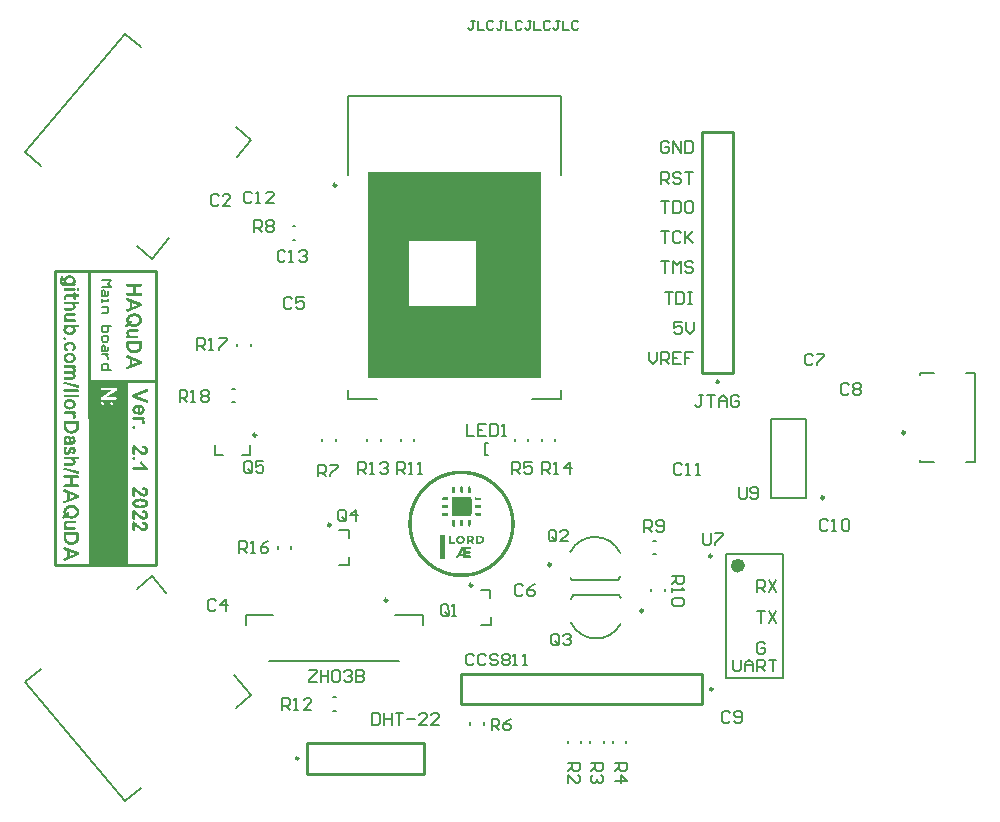
<source format=gto>
G04*
G04 #@! TF.GenerationSoftware,Altium Limited,Altium Designer,21.7.2 (23)*
G04*
G04 Layer_Color=65535*
%FSAX44Y44*%
%MOMM*%
G71*
G04*
G04 #@! TF.SameCoordinates,4A6D4AB1-6007-4630-8E60-4AF4B25B3F81*
G04*
G04*
G04 #@! TF.FilePolarity,Positive*
G04*
G01*
G75*
%ADD10C,0.2000*%
%ADD11C,0.2500*%
%ADD12C,0.2540*%
%ADD13C,0.6000*%
%ADD14C,0.1800*%
%ADD15C,0.1500*%
G36*
X00507000Y00471000D02*
X00361000D01*
Y00646000D01*
X00507000D01*
Y00471000D01*
D02*
G37*
G36*
X00438523Y00393002D02*
X00438704Y00393000D01*
X00438890Y00392998D01*
X00439080Y00392994D01*
X00439273Y00392990D01*
X00439469Y00392986D01*
X00439669Y00392980D01*
X00439872Y00392974D01*
X00440077Y00392967D01*
X00440285Y00392959D01*
X00440495Y00392951D01*
X00440708Y00392942D01*
X00440923Y00392932D01*
X00441139Y00392921D01*
X00441576Y00392898D01*
X00442018Y00392872D01*
X00442463Y00392844D01*
X00442910Y00392813D01*
X00443133Y00392797D01*
X00443356Y00392780D01*
X00443579Y00392763D01*
X00443801Y00392745D01*
X00444022Y00392727D01*
X00444242Y00392708D01*
X00444461Y00392688D01*
X00444679Y00392668D01*
X00444894Y00392648D01*
X00445108Y00392627D01*
X00445321Y00392606D01*
X00445530Y00392584D01*
X00445737Y00392562D01*
X00445942Y00392539D01*
X00446144Y00392517D01*
X00446343Y00392493D01*
X00446538Y00392469D01*
X00446730Y00392445D01*
X00446919Y00392421D01*
X00447103Y00392396D01*
X00447284Y00392371D01*
X00447460Y00392345D01*
X00447632Y00392319D01*
X00447799Y00392293D01*
X00447962Y00392267D01*
X00448119Y00392240D01*
X00448271Y00392214D01*
X00448418Y00392186D01*
X00448632Y00392145D01*
X00448846Y00392103D01*
X00449060Y00392060D01*
X00449273Y00392016D01*
X00449485Y00391972D01*
X00449697Y00391926D01*
X00449908Y00391880D01*
X00450119Y00391833D01*
X00450329Y00391784D01*
X00450538Y00391735D01*
X00450747Y00391686D01*
X00450956Y00391635D01*
X00451164Y00391583D01*
X00451371Y00391531D01*
X00451578Y00391477D01*
X00451784Y00391423D01*
X00451990Y00391368D01*
X00452195Y00391312D01*
X00452400Y00391255D01*
X00452604Y00391197D01*
X00452808Y00391138D01*
X00453011Y00391079D01*
X00453214Y00391018D01*
X00453416Y00390957D01*
X00453617Y00390895D01*
X00453818Y00390831D01*
X00454019Y00390767D01*
X00454219Y00390702D01*
X00454418Y00390636D01*
X00454617Y00390570D01*
X00454816Y00390502D01*
X00455014Y00390434D01*
X00455211Y00390364D01*
X00455408Y00390294D01*
X00455605Y00390222D01*
X00455801Y00390150D01*
X00455997Y00390077D01*
X00456192Y00390003D01*
X00456386Y00389928D01*
X00456580Y00389852D01*
X00456774Y00389776D01*
X00456967Y00389698D01*
X00457160Y00389619D01*
X00457352Y00389540D01*
X00457543Y00389459D01*
X00457735Y00389378D01*
X00457925Y00389296D01*
X00458116Y00389213D01*
X00458306Y00389129D01*
X00458495Y00389044D01*
X00458684Y00388958D01*
X00458872Y00388871D01*
X00459061Y00388783D01*
X00459248Y00388694D01*
X00459435Y00388605D01*
X00459622Y00388514D01*
X00459808Y00388423D01*
X00459994Y00388330D01*
X00460179Y00388237D01*
X00460364Y00388143D01*
X00460549Y00388047D01*
X00460733Y00387951D01*
X00460916Y00387854D01*
X00461100Y00387756D01*
X00461282Y00387657D01*
X00461465Y00387557D01*
X00461646Y00387456D01*
X00461828Y00387354D01*
X00462009Y00387252D01*
X00462190Y00387148D01*
X00462370Y00387043D01*
X00462550Y00386937D01*
X00462729Y00386831D01*
X00462908Y00386723D01*
X00463087Y00386615D01*
X00463265Y00386505D01*
X00463443Y00386395D01*
X00463621Y00386284D01*
X00463798Y00386171D01*
X00463974Y00386058D01*
X00464151Y00385944D01*
X00464326Y00385829D01*
X00464502Y00385712D01*
X00464677Y00385595D01*
X00464852Y00385477D01*
X00465026Y00385358D01*
X00465200Y00385238D01*
X00465374Y00385117D01*
X00465547Y00384995D01*
X00465720Y00384872D01*
X00465892Y00384748D01*
X00466064Y00384623D01*
X00466236Y00384497D01*
X00466408Y00384370D01*
X00466579Y00384243D01*
X00466749Y00384114D01*
X00466920Y00383984D01*
X00467090Y00383853D01*
X00467259Y00383721D01*
X00467429Y00383588D01*
X00467598Y00383455D01*
X00467766Y00383320D01*
X00467935Y00383184D01*
X00468103Y00383047D01*
X00468270Y00382910D01*
X00468438Y00382771D01*
X00468604Y00382631D01*
X00468771Y00382491D01*
X00468937Y00382349D01*
X00469103Y00382206D01*
X00469269Y00382063D01*
X00469434Y00381918D01*
X00469599Y00381772D01*
X00469764Y00381626D01*
X00469928Y00381478D01*
X00470093Y00381329D01*
X00470256Y00381180D01*
X00470420Y00381029D01*
X00470583Y00380877D01*
X00470746Y00380724D01*
X00470908Y00380571D01*
X00471071Y00380416D01*
X00471233Y00380260D01*
X00471394Y00380103D01*
X00471556Y00379945D01*
X00471717Y00379787D01*
X00471878Y00379627D01*
X00472137Y00379366D01*
X00472334Y00379166D01*
X00472529Y00378965D01*
X00472723Y00378763D01*
X00472915Y00378560D01*
X00473106Y00378356D01*
X00473296Y00378152D01*
X00473484Y00377946D01*
X00473670Y00377740D01*
X00473855Y00377533D01*
X00474039Y00377325D01*
X00474221Y00377116D01*
X00474402Y00376906D01*
X00474581Y00376696D01*
X00474759Y00376484D01*
X00474935Y00376272D01*
X00475109Y00376059D01*
X00475283Y00375845D01*
X00475454Y00375630D01*
X00475625Y00375415D01*
X00475793Y00375199D01*
X00475961Y00374981D01*
X00476127Y00374763D01*
X00476291Y00374545D01*
X00476454Y00374325D01*
X00476615Y00374105D01*
X00476775Y00373884D01*
X00476933Y00373662D01*
X00477090Y00373439D01*
X00477246Y00373216D01*
X00477399Y00372991D01*
X00477552Y00372766D01*
X00477703Y00372541D01*
X00477852Y00372314D01*
X00478000Y00372087D01*
X00478146Y00371859D01*
X00478291Y00371630D01*
X00478434Y00371400D01*
X00478576Y00371170D01*
X00478716Y00370939D01*
X00478855Y00370707D01*
X00478993Y00370474D01*
X00479128Y00370241D01*
X00479263Y00370007D01*
X00479395Y00369772D01*
X00479526Y00369537D01*
X00479656Y00369301D01*
X00479784Y00369064D01*
X00479911Y00368826D01*
X00480036Y00368588D01*
X00480159Y00368349D01*
X00480282Y00368109D01*
X00480402Y00367868D01*
X00480521Y00367627D01*
X00480639Y00367385D01*
X00480754Y00367143D01*
X00480869Y00366899D01*
X00480982Y00366655D01*
X00481093Y00366411D01*
X00481203Y00366166D01*
X00481311Y00365919D01*
X00481418Y00365673D01*
X00481523Y00365425D01*
X00481626Y00365177D01*
X00481728Y00364929D01*
X00481829Y00364680D01*
X00481928Y00364430D01*
X00482025Y00364179D01*
X00482121Y00363928D01*
X00482215Y00363676D01*
X00482308Y00363423D01*
X00482399Y00363170D01*
X00482489Y00362916D01*
X00482577Y00362662D01*
X00482663Y00362407D01*
X00482748Y00362151D01*
X00482831Y00361895D01*
X00482913Y00361638D01*
X00482994Y00361381D01*
X00483072Y00361123D01*
X00483149Y00360864D01*
X00483225Y00360604D01*
X00483299Y00360345D01*
X00483371Y00360084D01*
X00483442Y00359823D01*
X00483511Y00359561D01*
X00483579Y00359299D01*
X00483645Y00359036D01*
X00483709Y00358773D01*
X00483772Y00358509D01*
X00483833Y00358244D01*
X00483893Y00357979D01*
X00483951Y00357713D01*
X00484008Y00357447D01*
X00484062Y00357180D01*
X00484116Y00356913D01*
X00484168Y00356645D01*
X00484218Y00356376D01*
X00484266Y00356107D01*
X00484313Y00355838D01*
X00484359Y00355568D01*
X00484402Y00355297D01*
X00484445Y00355026D01*
X00484485Y00354754D01*
X00484524Y00354482D01*
X00484561Y00354209D01*
X00484597Y00353936D01*
X00484631Y00353662D01*
X00484664Y00353388D01*
X00484695Y00353113D01*
X00484724Y00352838D01*
X00484752Y00352562D01*
X00484778Y00352286D01*
X00484802Y00352009D01*
X00484825Y00351732D01*
X00484846Y00351455D01*
X00484866Y00351176D01*
X00484884Y00350898D01*
X00484900Y00350619D01*
X00484915Y00350339D01*
X00484928Y00350059D01*
X00484939Y00349778D01*
X00484949Y00349497D01*
X00484957Y00349216D01*
X00484964Y00348934D01*
X00484969Y00348652D01*
X00484972Y00348369D01*
X00484974Y00348086D01*
X00484974Y00347796D01*
X00484972Y00347499D01*
X00484968Y00347203D01*
X00484963Y00346908D01*
X00484956Y00346613D01*
X00484947Y00346318D01*
X00484936Y00346024D01*
X00484924Y00345731D01*
X00484909Y00345438D01*
X00484893Y00345145D01*
X00484875Y00344853D01*
X00484856Y00344562D01*
X00484834Y00344271D01*
X00484811Y00343980D01*
X00484786Y00343690D01*
X00484759Y00343401D01*
X00484731Y00343112D01*
X00484701Y00342824D01*
X00484668Y00342536D01*
X00484635Y00342249D01*
X00484599Y00341963D01*
X00484562Y00341676D01*
X00484523Y00341391D01*
X00484482Y00341106D01*
X00484439Y00340822D01*
X00484395Y00340538D01*
X00484348Y00340254D01*
X00484300Y00339972D01*
X00484251Y00339690D01*
X00484199Y00339408D01*
X00484146Y00339127D01*
X00484091Y00338847D01*
X00484035Y00338567D01*
X00483976Y00338288D01*
X00483916Y00338009D01*
X00483854Y00337731D01*
X00483791Y00337454D01*
X00483725Y00337177D01*
X00483658Y00336900D01*
X00483589Y00336625D01*
X00483518Y00336350D01*
X00483446Y00336076D01*
X00483372Y00335802D01*
X00483296Y00335529D01*
X00483219Y00335256D01*
X00483139Y00334984D01*
X00483058Y00334713D01*
X00482976Y00334442D01*
X00482891Y00334173D01*
X00482805Y00333903D01*
X00482717Y00333634D01*
X00482627Y00333366D01*
X00482536Y00333099D01*
X00482443Y00332832D01*
X00482348Y00332566D01*
X00482252Y00332301D01*
X00482153Y00332036D01*
X00482053Y00331772D01*
X00481952Y00331509D01*
X00481848Y00331246D01*
X00481743Y00330984D01*
X00481637Y00330722D01*
X00481528Y00330462D01*
X00481418Y00330202D01*
X00481306Y00329942D01*
X00481192Y00329684D01*
X00481077Y00329426D01*
X00480960Y00329169D01*
X00480841Y00328912D01*
X00480721Y00328656D01*
X00480599Y00328401D01*
X00480475Y00328147D01*
X00480350Y00327893D01*
X00480222Y00327640D01*
X00480093Y00327388D01*
X00479963Y00327137D01*
X00479831Y00326886D01*
X00479697Y00326636D01*
X00479561Y00326386D01*
X00479424Y00326138D01*
X00479285Y00325890D01*
X00479144Y00325643D01*
X00479002Y00325397D01*
X00478858Y00325151D01*
X00478712Y00324906D01*
X00478565Y00324662D01*
X00478416Y00324419D01*
X00478265Y00324176D01*
X00478112Y00323935D01*
X00477958Y00323694D01*
X00477803Y00323453D01*
X00477645Y00323214D01*
X00477486Y00322975D01*
X00477326Y00322738D01*
X00477163Y00322500D01*
X00476999Y00322264D01*
X00476833Y00322029D01*
X00476666Y00321794D01*
X00476497Y00321560D01*
X00476326Y00321327D01*
X00476154Y00321095D01*
X00475980Y00320863D01*
X00475804Y00320633D01*
X00475627Y00320403D01*
X00475448Y00320174D01*
X00475267Y00319946D01*
X00475085Y00319718D01*
X00474901Y00319492D01*
X00474716Y00319266D01*
X00474529Y00319041D01*
X00474340Y00318817D01*
X00474150Y00318594D01*
X00473957Y00318372D01*
X00473764Y00318150D01*
X00473568Y00317929D01*
X00473371Y00317710D01*
X00473173Y00317491D01*
X00472972Y00317273D01*
X00472771Y00317056D01*
X00472567Y00316839D01*
X00472362Y00316624D01*
X00472155Y00316409D01*
X00471947Y00316196D01*
X00471737Y00315983D01*
X00471525Y00315771D01*
X00471312Y00315560D01*
X00471097Y00315350D01*
X00470881Y00315140D01*
X00470656Y00314926D01*
X00470423Y00314706D01*
X00470188Y00314489D01*
X00469951Y00314273D01*
X00469713Y00314059D01*
X00469473Y00313847D01*
X00469231Y00313636D01*
X00468987Y00313428D01*
X00468742Y00313221D01*
X00468496Y00313016D01*
X00468248Y00312813D01*
X00467998Y00312612D01*
X00467747Y00312413D01*
X00467494Y00312216D01*
X00467239Y00312020D01*
X00466983Y00311826D01*
X00466726Y00311635D01*
X00466467Y00311445D01*
X00466207Y00311257D01*
X00465945Y00311070D01*
X00465682Y00310886D01*
X00465418Y00310704D01*
X00465152Y00310523D01*
X00464885Y00310345D01*
X00464616Y00310168D01*
X00464346Y00309993D01*
X00464075Y00309821D01*
X00463803Y00309650D01*
X00463529Y00309481D01*
X00463254Y00309314D01*
X00462978Y00309149D01*
X00462701Y00308986D01*
X00462422Y00308825D01*
X00462142Y00308666D01*
X00461861Y00308509D01*
X00461579Y00308354D01*
X00461296Y00308201D01*
X00461012Y00308050D01*
X00460727Y00307901D01*
X00460440Y00307754D01*
X00460153Y00307609D01*
X00459864Y00307465D01*
X00459575Y00307324D01*
X00459284Y00307185D01*
X00458993Y00307048D01*
X00458700Y00306913D01*
X00458407Y00306780D01*
X00458113Y00306650D01*
X00457818Y00306521D01*
X00457522Y00306394D01*
X00457225Y00306269D01*
X00456927Y00306147D01*
X00456628Y00306026D01*
X00456329Y00305908D01*
X00456029Y00305792D01*
X00455728Y00305677D01*
X00455426Y00305565D01*
X00455124Y00305455D01*
X00454821Y00305347D01*
X00454517Y00305241D01*
X00454212Y00305138D01*
X00453907Y00305036D01*
X00453601Y00304937D01*
X00453294Y00304839D01*
X00452987Y00304744D01*
X00452679Y00304651D01*
X00452371Y00304561D01*
X00452062Y00304472D01*
X00451753Y00304385D01*
X00451443Y00304301D01*
X00451133Y00304219D01*
X00450822Y00304139D01*
X00450510Y00304061D01*
X00450198Y00303986D01*
X00449886Y00303912D01*
X00449573Y00303841D01*
X00449260Y00303772D01*
X00448947Y00303705D01*
X00448633Y00303641D01*
X00448319Y00303578D01*
X00448004Y00303519D01*
X00447690Y00303461D01*
X00447375Y00303405D01*
X00447059Y00303352D01*
X00446744Y00303301D01*
X00446428Y00303252D01*
X00446112Y00303206D01*
X00445796Y00303161D01*
X00445479Y00303119D01*
X00445163Y00303080D01*
X00444846Y00303042D01*
X00444529Y00303007D01*
X00444212Y00302974D01*
X00443895Y00302944D01*
X00443578Y00302916D01*
X00443261Y00302890D01*
X00442943Y00302866D01*
X00442626Y00302845D01*
X00442309Y00302826D01*
X00441992Y00302810D01*
X00441674Y00302796D01*
X00441357Y00302784D01*
X00441040Y00302774D01*
X00440723Y00302767D01*
X00440406Y00302763D01*
X00440090Y00302760D01*
X00439931Y00302760D01*
X00439615Y00302761D01*
X00439299Y00302765D01*
X00438983Y00302771D01*
X00438667Y00302779D01*
X00438351Y00302790D01*
X00438036Y00302803D01*
X00437720Y00302819D01*
X00437405Y00302837D01*
X00437091Y00302857D01*
X00436777Y00302880D01*
X00436463Y00302906D01*
X00436149Y00302934D01*
X00435836Y00302964D01*
X00435523Y00302996D01*
X00435210Y00303032D01*
X00434898Y00303069D01*
X00434587Y00303109D01*
X00434276Y00303152D01*
X00433965Y00303197D01*
X00433655Y00303245D01*
X00433345Y00303295D01*
X00433036Y00303347D01*
X00432716Y00303404D01*
X00432400Y00303460D01*
X00432089Y00303517D01*
X00431782Y00303575D01*
X00431479Y00303632D01*
X00431180Y00303691D01*
X00430885Y00303750D01*
X00430594Y00303809D01*
X00430306Y00303869D01*
X00430022Y00303929D01*
X00429742Y00303991D01*
X00429464Y00304053D01*
X00429190Y00304116D01*
X00428918Y00304180D01*
X00428650Y00304244D01*
X00428385Y00304310D01*
X00428121Y00304377D01*
X00427861Y00304444D01*
X00427603Y00304513D01*
X00427347Y00304583D01*
X00427093Y00304654D01*
X00426841Y00304726D01*
X00426591Y00304800D01*
X00426343Y00304874D01*
X00426096Y00304951D01*
X00425851Y00305028D01*
X00425607Y00305107D01*
X00425365Y00305188D01*
X00425123Y00305270D01*
X00424883Y00305354D01*
X00424643Y00305439D01*
X00424404Y00305527D01*
X00424166Y00305615D01*
X00423928Y00305706D01*
X00423691Y00305798D01*
X00423453Y00305893D01*
X00423216Y00305989D01*
X00422979Y00306087D01*
X00422741Y00306188D01*
X00422504Y00306290D01*
X00422266Y00306394D01*
X00422027Y00306501D01*
X00421787Y00306610D01*
X00421547Y00306721D01*
X00421306Y00306834D01*
X00421064Y00306950D01*
X00420821Y00307068D01*
X00420576Y00307189D01*
X00420330Y00307312D01*
X00420082Y00307437D01*
X00419833Y00307566D01*
X00419582Y00307696D01*
X00419328Y00307830D01*
X00419073Y00307966D01*
X00418816Y00308105D01*
X00418556Y00308247D01*
X00418294Y00308392D01*
X00418029Y00308539D01*
X00417762Y00308690D01*
X00417491Y00308843D01*
X00417218Y00309000D01*
X00416942Y00309160D01*
X00416662Y00309323D01*
X00416379Y00309489D01*
X00416186Y00309604D01*
X00415989Y00309725D01*
X00415788Y00309852D01*
X00415584Y00309984D01*
X00415377Y00310122D01*
X00415166Y00310264D01*
X00414952Y00310411D01*
X00414735Y00310564D01*
X00414516Y00310721D01*
X00414294Y00310882D01*
X00414070Y00311047D01*
X00413844Y00311217D01*
X00413615Y00311391D01*
X00413385Y00311569D01*
X00413152Y00311751D01*
X00412919Y00311936D01*
X00412683Y00312125D01*
X00412447Y00312316D01*
X00412209Y00312512D01*
X00411970Y00312710D01*
X00411731Y00312911D01*
X00411491Y00313114D01*
X00411250Y00313321D01*
X00411009Y00313529D01*
X00410768Y00313740D01*
X00410526Y00313953D01*
X00410285Y00314168D01*
X00410045Y00314385D01*
X00409804Y00314604D01*
X00409564Y00314824D01*
X00409325Y00315045D01*
X00409087Y00315268D01*
X00408850Y00315492D01*
X00408615Y00315716D01*
X00408380Y00315942D01*
X00408148Y00316168D01*
X00407916Y00316395D01*
X00407687Y00316622D01*
X00407460Y00316849D01*
X00407235Y00317076D01*
X00407012Y00317303D01*
X00406792Y00317530D01*
X00406575Y00317756D01*
X00406360Y00317982D01*
X00406148Y00318207D01*
X00405939Y00318432D01*
X00405734Y00318655D01*
X00405532Y00318877D01*
X00405334Y00319098D01*
X00405140Y00319318D01*
X00404949Y00319536D01*
X00404762Y00319752D01*
X00404580Y00319966D01*
X00404402Y00320178D01*
X00404229Y00320388D01*
X00404060Y00320596D01*
X00403897Y00320802D01*
X00403738Y00321004D01*
X00403584Y00321204D01*
X00403436Y00321401D01*
X00403293Y00321595D01*
X00403156Y00321785D01*
X00403025Y00321973D01*
X00402900Y00322156D01*
X00402804Y00322300D01*
X00402708Y00322446D01*
X00402611Y00322595D01*
X00402513Y00322748D01*
X00402415Y00322903D01*
X00402315Y00323061D01*
X00402216Y00323221D01*
X00402116Y00323384D01*
X00402015Y00323550D01*
X00401914Y00323718D01*
X00401812Y00323888D01*
X00401711Y00324060D01*
X00401609Y00324234D01*
X00401506Y00324411D01*
X00401404Y00324589D01*
X00401301Y00324769D01*
X00401199Y00324950D01*
X00401096Y00325133D01*
X00400993Y00325318D01*
X00400891Y00325504D01*
X00400788Y00325691D01*
X00400686Y00325879D01*
X00400584Y00326068D01*
X00400482Y00326259D01*
X00400381Y00326450D01*
X00400280Y00326642D01*
X00400180Y00326834D01*
X00400079Y00327027D01*
X00399980Y00327221D01*
X00399881Y00327415D01*
X00399782Y00327609D01*
X00399685Y00327803D01*
X00399588Y00327998D01*
X00399492Y00328192D01*
X00399396Y00328386D01*
X00399302Y00328580D01*
X00399208Y00328774D01*
X00399116Y00328967D01*
X00399024Y00329160D01*
X00398934Y00329352D01*
X00398844Y00329543D01*
X00398756Y00329733D01*
X00398669Y00329923D01*
X00398584Y00330111D01*
X00398499Y00330298D01*
X00398417Y00330484D01*
X00398335Y00330669D01*
X00398255Y00330852D01*
X00398176Y00331034D01*
X00398100Y00331214D01*
X00398024Y00331392D01*
X00397951Y00331569D01*
X00397879Y00331743D01*
X00397809Y00331916D01*
X00397740Y00332086D01*
X00397674Y00332254D01*
X00397609Y00332420D01*
X00397547Y00332584D01*
X00397486Y00332744D01*
X00397428Y00332902D01*
X00397372Y00333058D01*
X00397318Y00333210D01*
X00397266Y00333360D01*
X00397216Y00333507D01*
X00397148Y00333714D01*
X00397080Y00333922D01*
X00397014Y00334131D01*
X00396949Y00334341D01*
X00396884Y00334552D01*
X00396821Y00334764D01*
X00396759Y00334976D01*
X00396698Y00335189D01*
X00396638Y00335403D01*
X00396579Y00335618D01*
X00396522Y00335833D01*
X00396465Y00336049D01*
X00396409Y00336266D01*
X00396355Y00336484D01*
X00396301Y00336702D01*
X00396249Y00336921D01*
X00396198Y00337141D01*
X00396147Y00337361D01*
X00396098Y00337582D01*
X00396050Y00337803D01*
X00396003Y00338026D01*
X00395957Y00338248D01*
X00395912Y00338472D01*
X00395868Y00338695D01*
X00395826Y00338920D01*
X00395784Y00339145D01*
X00395744Y00339370D01*
X00395704Y00339596D01*
X00395666Y00339823D01*
X00395628Y00340050D01*
X00395592Y00340277D01*
X00395557Y00340505D01*
X00395523Y00340733D01*
X00395490Y00340962D01*
X00395458Y00341191D01*
X00395427Y00341420D01*
X00395397Y00341650D01*
X00395369Y00341880D01*
X00395341Y00342111D01*
X00395314Y00342342D01*
X00395289Y00342573D01*
X00395265Y00342804D01*
X00395241Y00343036D01*
X00395219Y00343268D01*
X00395198Y00343500D01*
X00395178Y00343733D01*
X00395159Y00343966D01*
X00395141Y00344199D01*
X00395124Y00344432D01*
X00395108Y00344665D01*
X00395093Y00344899D01*
X00395080Y00345133D01*
X00395067Y00345367D01*
X00395056Y00345601D01*
X00395045Y00345835D01*
X00395036Y00346069D01*
X00395028Y00346304D01*
X00395020Y00346538D01*
X00395014Y00346773D01*
X00395009Y00347007D01*
X00395005Y00347242D01*
X00395003Y00347476D01*
X00395001Y00347711D01*
X00395000Y00347946D01*
X00395000Y00348180D01*
X00395002Y00348415D01*
X00395004Y00348649D01*
X00395008Y00348884D01*
X00395013Y00349118D01*
X00395018Y00349352D01*
X00395025Y00349586D01*
X00395033Y00349821D01*
X00395042Y00350054D01*
X00395052Y00350288D01*
X00395063Y00350522D01*
X00395075Y00350755D01*
X00395089Y00350988D01*
X00395103Y00351221D01*
X00395118Y00351454D01*
X00395135Y00351687D01*
X00395153Y00351919D01*
X00395171Y00352151D01*
X00395191Y00352383D01*
X00395212Y00352614D01*
X00395234Y00352846D01*
X00395257Y00353076D01*
X00395281Y00353307D01*
X00395306Y00353537D01*
X00395332Y00353767D01*
X00395359Y00353996D01*
X00395388Y00354225D01*
X00395417Y00354454D01*
X00395448Y00354682D01*
X00395479Y00354910D01*
X00395512Y00355137D01*
X00395546Y00355364D01*
X00395581Y00355591D01*
X00395616Y00355816D01*
X00395653Y00356042D01*
X00395691Y00356267D01*
X00395731Y00356491D01*
X00395771Y00356715D01*
X00395812Y00356938D01*
X00395855Y00357161D01*
X00395898Y00357383D01*
X00395942Y00357604D01*
X00395988Y00357825D01*
X00396035Y00358046D01*
X00396083Y00358265D01*
X00396131Y00358484D01*
X00396181Y00358702D01*
X00396232Y00358920D01*
X00396284Y00359137D01*
X00396338Y00359353D01*
X00396392Y00359568D01*
X00396447Y00359783D01*
X00396503Y00359997D01*
X00396561Y00360210D01*
X00396619Y00360422D01*
X00396679Y00360634D01*
X00396740Y00360844D01*
X00396801Y00361054D01*
X00396864Y00361263D01*
X00396928Y00361471D01*
X00396993Y00361679D01*
X00397059Y00361885D01*
X00397127Y00362091D01*
X00397195Y00362295D01*
X00397287Y00362565D01*
X00397381Y00362834D01*
X00397477Y00363103D01*
X00397575Y00363371D01*
X00397676Y00363640D01*
X00397778Y00363908D01*
X00397883Y00364175D01*
X00397989Y00364442D01*
X00398098Y00364709D01*
X00398209Y00364975D01*
X00398321Y00365241D01*
X00398436Y00365506D01*
X00398553Y00365771D01*
X00398671Y00366036D01*
X00398792Y00366300D01*
X00398915Y00366563D01*
X00399039Y00366826D01*
X00399166Y00367088D01*
X00399294Y00367350D01*
X00399424Y00367611D01*
X00399557Y00367872D01*
X00399691Y00368132D01*
X00399826Y00368392D01*
X00399964Y00368650D01*
X00400103Y00368909D01*
X00400245Y00369166D01*
X00400388Y00369423D01*
X00400533Y00369679D01*
X00400679Y00369934D01*
X00400828Y00370189D01*
X00400978Y00370443D01*
X00401130Y00370696D01*
X00401283Y00370948D01*
X00401438Y00371200D01*
X00401595Y00371451D01*
X00401754Y00371701D01*
X00401914Y00371950D01*
X00402076Y00372198D01*
X00402239Y00372445D01*
X00402404Y00372692D01*
X00402571Y00372938D01*
X00402739Y00373182D01*
X00402909Y00373426D01*
X00403080Y00373669D01*
X00403253Y00373910D01*
X00403428Y00374151D01*
X00403603Y00374391D01*
X00403781Y00374630D01*
X00403960Y00374868D01*
X00404140Y00375104D01*
X00404322Y00375340D01*
X00404505Y00375575D01*
X00404689Y00375808D01*
X00404875Y00376041D01*
X00405063Y00376272D01*
X00405252Y00376502D01*
X00405442Y00376731D01*
X00405633Y00376959D01*
X00405826Y00377186D01*
X00406020Y00377411D01*
X00406216Y00377635D01*
X00406413Y00377859D01*
X00406611Y00378080D01*
X00406810Y00378301D01*
X00407010Y00378520D01*
X00407212Y00378738D01*
X00407415Y00378954D01*
X00407619Y00379170D01*
X00407825Y00379384D01*
X00408031Y00379596D01*
X00408239Y00379807D01*
X00408448Y00380017D01*
X00408658Y00380226D01*
X00408869Y00380433D01*
X00409081Y00380638D01*
X00409295Y00380842D01*
X00409509Y00381045D01*
X00409724Y00381246D01*
X00409941Y00381446D01*
X00410158Y00381644D01*
X00410377Y00381841D01*
X00410597Y00382036D01*
X00410817Y00382229D01*
X00411039Y00382421D01*
X00411261Y00382611D01*
X00411485Y00382800D01*
X00411709Y00382987D01*
X00411934Y00383173D01*
X00412160Y00383357D01*
X00412388Y00383539D01*
X00412616Y00383719D01*
X00412844Y00383898D01*
X00413074Y00384075D01*
X00413305Y00384250D01*
X00413536Y00384424D01*
X00413768Y00384595D01*
X00414001Y00384765D01*
X00414235Y00384934D01*
X00414469Y00385100D01*
X00414705Y00385265D01*
X00414940Y00385427D01*
X00415177Y00385588D01*
X00415415Y00385747D01*
X00415653Y00385904D01*
X00415891Y00386059D01*
X00416131Y00386213D01*
X00416371Y00386364D01*
X00416612Y00386513D01*
X00416853Y00386661D01*
X00417095Y00386806D01*
X00417337Y00386950D01*
X00417580Y00387091D01*
X00417824Y00387230D01*
X00418068Y00387368D01*
X00418313Y00387503D01*
X00418558Y00387636D01*
X00418804Y00387767D01*
X00419050Y00387896D01*
X00419297Y00388023D01*
X00419544Y00388148D01*
X00419792Y00388270D01*
X00420040Y00388391D01*
X00420289Y00388509D01*
X00420538Y00388625D01*
X00420787Y00388738D01*
X00421037Y00388850D01*
X00421287Y00388959D01*
X00421537Y00389066D01*
X00421904Y00389221D01*
X00422276Y00389380D01*
X00422642Y00389536D01*
X00422993Y00389687D01*
X00423318Y00389827D01*
X00423607Y00389952D01*
X00423850Y00390058D01*
X00424140Y00390186D01*
X00424358Y00390278D01*
X00424592Y00390370D01*
X00424839Y00390462D01*
X00425100Y00390555D01*
X00425375Y00390648D01*
X00425664Y00390741D01*
X00425965Y00390834D01*
X00426279Y00390927D01*
X00426604Y00391020D01*
X00426942Y00391113D01*
X00427292Y00391205D01*
X00427652Y00391298D01*
X00428023Y00391390D01*
X00428405Y00391481D01*
X00428797Y00391572D01*
X00429199Y00391662D01*
X00429610Y00391751D01*
X00430030Y00391840D01*
X00430459Y00391927D01*
X00430896Y00392014D01*
X00431341Y00392100D01*
X00431794Y00392185D01*
X00432254Y00392268D01*
X00432721Y00392350D01*
X00433195Y00392431D01*
X00433675Y00392510D01*
X00434161Y00392588D01*
X00434652Y00392664D01*
X00435149Y00392739D01*
X00435651Y00392812D01*
X00436157Y00392883D01*
X00436411Y00392918D01*
X00436509Y00392930D01*
X00436614Y00392941D01*
X00436726Y00392951D01*
X00436844Y00392961D01*
X00436968Y00392969D01*
X00437099Y00392976D01*
X00437236Y00392983D01*
X00437379Y00392988D01*
X00437527Y00392993D01*
X00437681Y00392996D01*
X00437839Y00392999D01*
X00438003Y00393001D01*
X00438172Y00393002D01*
X00438345Y00393002D01*
X00438523Y00393002D01*
D02*
G37*
G36*
X00168597Y00551172D02*
X00168708Y00551154D01*
X00168856Y00551117D01*
X00169004Y00551043D01*
X00169152Y00550969D01*
X00169282Y00550857D01*
X00169300Y00550839D01*
X00169337Y00550802D01*
X00169393Y00550709D01*
X00169467Y00550617D01*
X00169541Y00550487D01*
X00169597Y00550339D01*
X00169634Y00550154D01*
X00169652Y00549969D01*
Y00549876D01*
X00169634Y00549783D01*
X00169615Y00549654D01*
X00169559Y00549524D01*
X00169504Y00549376D01*
X00169411Y00549228D01*
X00169282Y00549098D01*
X00169263Y00549080D01*
X00169208Y00549043D01*
X00169134Y00548987D01*
X00169041Y00548913D01*
X00168911Y00548858D01*
X00168763Y00548802D01*
X00168597Y00548765D01*
X00168411Y00548746D01*
X00164264D01*
Y00543451D01*
X00168411D01*
X00168430D01*
X00168504D01*
X00168597Y00543432D01*
X00168708Y00543414D01*
X00168856Y00543377D01*
X00169004Y00543303D01*
X00169152Y00543228D01*
X00169282Y00543117D01*
X00169300Y00543099D01*
X00169337Y00543062D01*
X00169393Y00542969D01*
X00169467Y00542877D01*
X00169541Y00542747D01*
X00169597Y00542599D01*
X00169634Y00542414D01*
X00169652Y00542229D01*
Y00542136D01*
X00169634Y00542043D01*
X00169615Y00541914D01*
X00169559Y00541784D01*
X00169504Y00541636D01*
X00169411Y00541488D01*
X00169282Y00541358D01*
X00169263Y00541340D01*
X00169226Y00541303D01*
X00169152Y00541247D01*
X00169041Y00541173D01*
X00168911Y00541118D01*
X00168763Y00541062D01*
X00168597Y00541025D01*
X00168411Y00541007D01*
X00157320D01*
X00157302D01*
X00157227D01*
X00157135Y00541025D01*
X00157024Y00541044D01*
X00156876Y00541099D01*
X00156727Y00541155D01*
X00156598Y00541247D01*
X00156450Y00541358D01*
X00156431Y00541377D01*
X00156394Y00541414D01*
X00156339Y00541488D01*
X00156283Y00541599D01*
X00156228Y00541729D01*
X00156172Y00541877D01*
X00156135Y00542043D01*
X00156116Y00542229D01*
Y00542321D01*
X00156135Y00542414D01*
X00156153Y00542543D01*
X00156191Y00542673D01*
X00156264Y00542821D01*
X00156339Y00542969D01*
X00156450Y00543117D01*
X00156468Y00543136D01*
X00156505Y00543173D01*
X00156579Y00543228D01*
X00156690Y00543284D01*
X00156802Y00543340D01*
X00156950Y00543395D01*
X00157135Y00543432D01*
X00157320Y00543451D01*
X00161838D01*
Y00548746D01*
X00157320D01*
X00157302D01*
X00157227D01*
X00157135Y00548765D01*
X00157024Y00548783D01*
X00156876Y00548839D01*
X00156727Y00548895D01*
X00156598Y00548987D01*
X00156450Y00549098D01*
X00156431Y00549117D01*
X00156394Y00549154D01*
X00156339Y00549228D01*
X00156283Y00549339D01*
X00156228Y00549450D01*
X00156172Y00549598D01*
X00156135Y00549783D01*
X00156116Y00549969D01*
Y00550061D01*
X00156135Y00550154D01*
X00156153Y00550265D01*
X00156191Y00550413D01*
X00156264Y00550561D01*
X00156339Y00550691D01*
X00156450Y00550839D01*
X00156468Y00550857D01*
X00156505Y00550894D01*
X00156598Y00550950D01*
X00156690Y00551006D01*
X00156820Y00551080D01*
X00156968Y00551135D01*
X00157135Y00551172D01*
X00157320Y00551191D01*
X00168411D01*
X00168430D01*
X00168504D01*
X00168597Y00551172D01*
D02*
G37*
G36*
X00157320Y00539303D02*
X00157487Y00539285D01*
X00157653Y00539229D01*
X00168745Y00534729D01*
X00168763D01*
X00168782Y00534711D01*
X00168893Y00534618D01*
X00168967Y00534563D01*
X00169060Y00534470D01*
X00169152Y00534378D01*
X00169245Y00534248D01*
X00169263Y00534230D01*
X00169282Y00534192D01*
X00169319Y00534118D01*
X00169374Y00534026D01*
X00169467Y00533822D01*
X00169485Y00533711D01*
X00169504Y00533600D01*
Y00533137D01*
X00169485Y00533081D01*
X00169467Y00533007D01*
X00169393Y00532804D01*
X00169337Y00532674D01*
X00169245Y00532545D01*
X00169226Y00532526D01*
X00169208Y00532489D01*
X00169152Y00532415D01*
X00169078Y00532341D01*
X00168930Y00532174D01*
X00168837Y00532119D01*
X00168745Y00532063D01*
X00157653Y00527564D01*
X00157635D01*
X00157616Y00527545D01*
X00157505Y00527508D01*
X00157338Y00527471D01*
X00157153Y00527452D01*
X00157135D01*
X00157079D01*
X00156987Y00527471D01*
X00156857Y00527508D01*
X00156727Y00527545D01*
X00156598Y00527619D01*
X00156450Y00527712D01*
X00156320Y00527841D01*
X00156302Y00527860D01*
X00156264Y00527915D01*
X00156209Y00527989D01*
X00156153Y00528101D01*
X00156098Y00528230D01*
X00156042Y00528378D01*
X00156005Y00528526D01*
X00155987Y00528712D01*
Y00528749D01*
X00156005Y00528841D01*
X00156024Y00528971D01*
X00156061Y00529137D01*
X00156135Y00529304D01*
X00156246Y00529471D01*
X00156413Y00529619D01*
X00156616Y00529730D01*
X00158949Y00530711D01*
Y00536081D01*
X00156746Y00536970D01*
X00156709Y00536988D01*
X00156635Y00537025D01*
X00156505Y00537118D01*
X00156376Y00537229D01*
X00156228Y00537377D01*
X00156098Y00537562D01*
X00156024Y00537785D01*
X00155987Y00538062D01*
Y00538136D01*
X00156005Y00538248D01*
X00156024Y00538359D01*
X00156061Y00538488D01*
X00156116Y00538636D01*
X00156191Y00538784D01*
X00156302Y00538914D01*
X00156320Y00538933D01*
X00156357Y00538970D01*
X00156431Y00539044D01*
X00156542Y00539118D01*
X00156672Y00539192D01*
X00156802Y00539266D01*
X00156968Y00539303D01*
X00157153Y00539322D01*
X00157172D01*
X00157209D01*
X00157320Y00539303D01*
D02*
G37*
G36*
X00163190Y00526175D02*
X00163356D01*
X00163597Y00526138D01*
X00163856Y00526101D01*
X00164153Y00526064D01*
X00164467Y00525990D01*
X00164819Y00525915D01*
X00165171Y00525804D01*
X00165560Y00525675D01*
X00165930Y00525527D01*
X00166338Y00525341D01*
X00166726Y00525138D01*
X00167115Y00524897D01*
X00167486Y00524619D01*
X00167504Y00524601D01*
X00167578Y00524545D01*
X00167689Y00524453D01*
X00167819Y00524323D01*
X00167985Y00524156D01*
X00168152Y00523953D01*
X00168356Y00523712D01*
X00168560Y00523453D01*
X00168745Y00523157D01*
X00168948Y00522842D01*
X00169115Y00522490D01*
X00169282Y00522120D01*
X00169411Y00521712D01*
X00169522Y00521286D01*
X00169597Y00520842D01*
X00169615Y00520379D01*
Y00520268D01*
X00169597Y00520138D01*
X00169578Y00519953D01*
X00169541Y00519731D01*
X00169485Y00519490D01*
X00169411Y00519194D01*
X00169300Y00518879D01*
X00169171Y00518564D01*
X00169004Y00518213D01*
X00168800Y00517861D01*
X00168560Y00517491D01*
X00168282Y00517120D01*
X00167948Y00516768D01*
X00167560Y00516398D01*
X00167115Y00516065D01*
X00167097Y00516046D01*
X00167041Y00515991D01*
X00166949Y00515916D01*
X00166819Y00515824D01*
X00166652Y00515713D01*
X00166449Y00515583D01*
X00166227Y00515435D01*
X00165967Y00515287D01*
X00165671Y00515157D01*
X00165356Y00515009D01*
X00165004Y00514880D01*
X00164634Y00514768D01*
X00164227Y00514676D01*
X00163801Y00514602D01*
X00163356Y00514546D01*
X00162894Y00514528D01*
X00162875D01*
X00162782D01*
X00162653Y00514546D01*
X00162468D01*
X00162264Y00514565D01*
X00162005Y00514602D01*
X00161727Y00514657D01*
X00161412Y00514713D01*
X00161079Y00514787D01*
X00160727Y00514898D01*
X00160375Y00515009D01*
X00160005Y00515157D01*
X00159616Y00515324D01*
X00159246Y00515528D01*
X00158875Y00515768D01*
X00158505Y00516028D01*
X00158486Y00516009D01*
X00158449Y00515954D01*
X00158357Y00515880D01*
X00158264Y00515787D01*
X00158153Y00515676D01*
X00158005Y00515546D01*
X00157690Y00515269D01*
X00157338Y00515009D01*
X00156968Y00514768D01*
X00156783Y00514657D01*
X00156616Y00514583D01*
X00156468Y00514546D01*
X00156320Y00514528D01*
X00156302D01*
X00156246D01*
X00156153Y00514546D01*
X00156042Y00514565D01*
X00155894Y00514620D01*
X00155765Y00514676D01*
X00155617Y00514768D01*
X00155468Y00514898D01*
X00155450Y00514917D01*
X00155413Y00514972D01*
X00155357Y00515046D01*
X00155283Y00515139D01*
X00155209Y00515269D01*
X00155154Y00515417D01*
X00155117Y00515583D01*
X00155098Y00515768D01*
Y00515787D01*
X00155117Y00515861D01*
X00155135Y00515972D01*
X00155191Y00516102D01*
X00155283Y00516287D01*
X00155413Y00516509D01*
X00155598Y00516750D01*
X00155839Y00517009D01*
X00155857Y00517028D01*
X00155931Y00517083D01*
X00156024Y00517176D01*
X00156172Y00517305D01*
X00156320Y00517435D01*
X00156487Y00517565D01*
X00156820Y00517842D01*
Y00517861D01*
X00156783Y00517898D01*
X00156746Y00517953D01*
X00156709Y00518046D01*
X00156653Y00518157D01*
X00156579Y00518287D01*
X00156524Y00518435D01*
X00156450Y00518583D01*
X00156320Y00518972D01*
X00156191Y00519398D01*
X00156116Y00519879D01*
X00156079Y00520398D01*
Y00520509D01*
X00156098Y00520638D01*
X00156116Y00520823D01*
X00156153Y00521027D01*
X00156191Y00521286D01*
X00156264Y00521564D01*
X00156357Y00521879D01*
X00156487Y00522194D01*
X00156635Y00522546D01*
X00156802Y00522897D01*
X00157024Y00523249D01*
X00157283Y00523601D01*
X00157579Y00523953D01*
X00157931Y00524305D01*
X00158320Y00524638D01*
X00158338Y00524656D01*
X00158413Y00524712D01*
X00158524Y00524786D01*
X00158690Y00524879D01*
X00158875Y00524990D01*
X00159098Y00525138D01*
X00159375Y00525267D01*
X00159672Y00525416D01*
X00159986Y00525564D01*
X00160357Y00525693D01*
X00160727Y00525823D01*
X00161134Y00525952D01*
X00161560Y00526045D01*
X00162005Y00526119D01*
X00162449Y00526175D01*
X00162931Y00526193D01*
X00162967D01*
X00163042D01*
X00163190Y00526175D01*
D02*
G37*
G36*
X00165615Y00512713D02*
X00165801Y00512676D01*
X00166004Y00512584D01*
X00166189Y00512454D01*
X00166282Y00512361D01*
X00166375Y00512269D01*
X00166449Y00512139D01*
X00166486Y00511991D01*
X00166523Y00511824D01*
X00166541Y00511621D01*
Y00511528D01*
X00166523Y00511454D01*
X00166486Y00511269D01*
X00166412Y00511065D01*
X00166282Y00510880D01*
X00166189Y00510787D01*
X00166078Y00510695D01*
X00165949Y00510621D01*
X00165819Y00510584D01*
X00165634Y00510547D01*
X00165449Y00510528D01*
X00159616D01*
X00159598D01*
X00159542D01*
X00159431Y00510510D01*
X00159320Y00510491D01*
X00159190Y00510436D01*
X00159042Y00510380D01*
X00158894Y00510288D01*
X00158746Y00510176D01*
X00158727Y00510158D01*
X00158690Y00510121D01*
X00158635Y00510028D01*
X00158579Y00509936D01*
X00158505Y00509806D01*
X00158449Y00509658D01*
X00158413Y00509491D01*
X00158394Y00509306D01*
Y00509269D01*
X00158413Y00509213D01*
Y00509140D01*
X00158468Y00508936D01*
X00158598Y00508695D01*
X00158672Y00508547D01*
X00158783Y00508380D01*
X00158894Y00508214D01*
X00159042Y00508047D01*
X00159227Y00507862D01*
X00159431Y00507677D01*
X00159672Y00507491D01*
X00159949Y00507306D01*
X00165449D01*
X00165467D01*
X00165504D01*
X00165541D01*
X00165615Y00507288D01*
X00165801Y00507251D01*
X00166004Y00507158D01*
X00166189Y00507029D01*
X00166282Y00506936D01*
X00166375Y00506843D01*
X00166449Y00506714D01*
X00166486Y00506566D01*
X00166523Y00506399D01*
X00166541Y00506195D01*
Y00506103D01*
X00166523Y00506029D01*
X00166486Y00505844D01*
X00166412Y00505640D01*
X00166282Y00505455D01*
X00166189Y00505362D01*
X00166078Y00505270D01*
X00165949Y00505195D01*
X00165819Y00505158D01*
X00165634Y00505121D01*
X00165449Y00505103D01*
X00157320D01*
X00157302D01*
X00157264D01*
X00157209D01*
X00157153Y00505121D01*
X00156968Y00505158D01*
X00156764Y00505233D01*
X00156542Y00505362D01*
X00156450Y00505455D01*
X00156376Y00505566D01*
X00156302Y00505695D01*
X00156246Y00505825D01*
X00156209Y00506010D01*
X00156191Y00506195D01*
Y00506306D01*
X00156209Y00506362D01*
X00156246Y00506547D01*
X00156302Y00506751D01*
X00156413Y00506954D01*
X00156579Y00507140D01*
X00156672Y00507195D01*
X00156802Y00507251D01*
X00156931Y00507288D01*
X00157098Y00507306D01*
X00157061Y00507343D01*
X00156968Y00507436D01*
X00156839Y00507603D01*
X00156690Y00507825D01*
X00156542Y00508121D01*
X00156413Y00508491D01*
X00156320Y00508917D01*
X00156302Y00509140D01*
X00156283Y00509399D01*
Y00509547D01*
X00156302Y00509639D01*
X00156320Y00509769D01*
X00156339Y00509917D01*
X00156394Y00510269D01*
X00156505Y00510658D01*
X00156672Y00511047D01*
X00156783Y00511250D01*
X00156913Y00511454D01*
X00157042Y00511639D01*
X00157209Y00511824D01*
X00157227Y00511843D01*
X00157246Y00511861D01*
X00157302Y00511898D01*
X00157375Y00511973D01*
X00157468Y00512028D01*
X00157579Y00512102D01*
X00157857Y00512269D01*
X00158209Y00512435D01*
X00158616Y00512584D01*
X00159079Y00512695D01*
X00159338Y00512713D01*
X00159616Y00512732D01*
X00165449D01*
X00165467D01*
X00165504D01*
X00165541D01*
X00165615Y00512713D01*
D02*
G37*
G36*
X00168411Y00502918D02*
X00168522Y00502881D01*
X00168652Y00502844D01*
X00168800Y00502788D01*
X00168948Y00502696D01*
X00169078Y00502566D01*
X00169097Y00502548D01*
X00169134Y00502492D01*
X00169189Y00502418D01*
X00169263Y00502325D01*
X00169337Y00502196D01*
X00169393Y00502048D01*
X00169430Y00501881D01*
X00169448Y00501714D01*
Y00497900D01*
X00169430Y00497752D01*
X00169411Y00497585D01*
X00169393Y00497363D01*
X00169337Y00497104D01*
X00169282Y00496826D01*
X00169189Y00496511D01*
X00169078Y00496178D01*
X00168948Y00495845D01*
X00168782Y00495493D01*
X00168597Y00495122D01*
X00168356Y00494771D01*
X00168078Y00494419D01*
X00167763Y00494086D01*
X00167411Y00493771D01*
X00167393Y00493752D01*
X00167319Y00493697D01*
X00167226Y00493623D01*
X00167078Y00493530D01*
X00166893Y00493419D01*
X00166671Y00493289D01*
X00166430Y00493160D01*
X00166134Y00493012D01*
X00165819Y00492863D01*
X00165486Y00492734D01*
X00165116Y00492604D01*
X00164708Y00492493D01*
X00164301Y00492401D01*
X00163856Y00492308D01*
X00163393Y00492271D01*
X00162912Y00492252D01*
X00162875D01*
X00162801D01*
X00162653Y00492271D01*
X00162486D01*
X00162245Y00492289D01*
X00161986Y00492326D01*
X00161690Y00492382D01*
X00161375Y00492438D01*
X00161023Y00492530D01*
X00160672Y00492623D01*
X00160283Y00492752D01*
X00159912Y00492900D01*
X00159523Y00493067D01*
X00159135Y00493271D01*
X00158746Y00493512D01*
X00158375Y00493771D01*
X00158357Y00493789D01*
X00158283Y00493845D01*
X00158190Y00493937D01*
X00158042Y00494067D01*
X00157894Y00494234D01*
X00157709Y00494437D01*
X00157524Y00494678D01*
X00157320Y00494937D01*
X00157116Y00495233D01*
X00156931Y00495548D01*
X00156746Y00495900D01*
X00156598Y00496270D01*
X00156468Y00496678D01*
X00156357Y00497104D01*
X00156283Y00497548D01*
X00156264Y00498011D01*
Y00501788D01*
X00156283Y00501881D01*
X00156302Y00501992D01*
X00156357Y00502140D01*
X00156413Y00502270D01*
X00156505Y00502418D01*
X00156616Y00502566D01*
X00156635Y00502585D01*
X00156690Y00502622D01*
X00156764Y00502677D01*
X00156857Y00502751D01*
X00156987Y00502825D01*
X00157135Y00502881D01*
X00157302Y00502918D01*
X00157468Y00502936D01*
X00168245D01*
X00168263D01*
X00168319D01*
X00168411Y00502918D01*
D02*
G37*
G36*
X00157320Y00490660D02*
X00157487Y00490641D01*
X00157653Y00490586D01*
X00168745Y00486086D01*
X00168763D01*
X00168782Y00486068D01*
X00168893Y00485975D01*
X00168967Y00485920D01*
X00169060Y00485827D01*
X00169152Y00485734D01*
X00169245Y00485605D01*
X00169263Y00485586D01*
X00169282Y00485549D01*
X00169319Y00485475D01*
X00169374Y00485383D01*
X00169467Y00485179D01*
X00169485Y00485068D01*
X00169504Y00484957D01*
Y00484494D01*
X00169485Y00484438D01*
X00169467Y00484364D01*
X00169393Y00484161D01*
X00169337Y00484031D01*
X00169245Y00483901D01*
X00169226Y00483883D01*
X00169208Y00483846D01*
X00169152Y00483772D01*
X00169078Y00483698D01*
X00168930Y00483531D01*
X00168837Y00483475D01*
X00168745Y00483420D01*
X00157653Y00478920D01*
X00157635D01*
X00157616Y00478902D01*
X00157505Y00478865D01*
X00157338Y00478828D01*
X00157153Y00478809D01*
X00157135D01*
X00157079D01*
X00156987Y00478828D01*
X00156857Y00478865D01*
X00156727Y00478902D01*
X00156598Y00478976D01*
X00156450Y00479068D01*
X00156320Y00479198D01*
X00156302Y00479217D01*
X00156264Y00479272D01*
X00156209Y00479346D01*
X00156153Y00479457D01*
X00156098Y00479587D01*
X00156042Y00479735D01*
X00156005Y00479883D01*
X00155987Y00480068D01*
Y00480105D01*
X00156005Y00480198D01*
X00156024Y00480328D01*
X00156061Y00480494D01*
X00156135Y00480661D01*
X00156246Y00480828D01*
X00156413Y00480976D01*
X00156616Y00481087D01*
X00158949Y00482068D01*
Y00487438D01*
X00156746Y00488327D01*
X00156709Y00488345D01*
X00156635Y00488382D01*
X00156505Y00488475D01*
X00156376Y00488586D01*
X00156228Y00488734D01*
X00156098Y00488919D01*
X00156024Y00489142D01*
X00155987Y00489419D01*
Y00489493D01*
X00156005Y00489604D01*
X00156024Y00489716D01*
X00156061Y00489845D01*
X00156116Y00489993D01*
X00156191Y00490141D01*
X00156302Y00490271D01*
X00156320Y00490290D01*
X00156357Y00490327D01*
X00156431Y00490401D01*
X00156542Y00490475D01*
X00156672Y00490549D01*
X00156802Y00490623D01*
X00156968Y00490660D01*
X00157153Y00490678D01*
X00157172D01*
X00157209D01*
X00157320Y00490660D01*
D02*
G37*
G36*
X00173786Y00462093D02*
X00173897Y00462056D01*
X00174027Y00462019D01*
X00174175Y00461964D01*
X00174323Y00461871D01*
X00174453Y00461742D01*
X00174471Y00461723D01*
X00174508Y00461668D01*
X00174564Y00461594D01*
X00174638Y00461482D01*
X00174694Y00461353D01*
X00174749Y00461205D01*
X00174786Y00461038D01*
X00174805Y00460853D01*
Y00460816D01*
X00174786Y00460723D01*
X00174768Y00460594D01*
X00174712Y00460427D01*
X00174620Y00460242D01*
X00174490Y00460057D01*
X00174305Y00459890D01*
X00174046Y00459760D01*
X00164880Y00456187D01*
X00174046Y00452613D01*
X00174083Y00452594D01*
X00174157Y00452557D01*
X00174286Y00452465D01*
X00174434Y00452354D01*
X00174564Y00452206D01*
X00174694Y00452020D01*
X00174768Y00451798D01*
X00174805Y00451520D01*
Y00451428D01*
X00174786Y00451335D01*
X00174768Y00451224D01*
X00174712Y00451095D01*
X00174657Y00450946D01*
X00174564Y00450798D01*
X00174453Y00450650D01*
X00174434Y00450632D01*
X00174397Y00450595D01*
X00174323Y00450521D01*
X00174212Y00450447D01*
X00174101Y00450391D01*
X00173953Y00450317D01*
X00173786Y00450280D01*
X00173620Y00450261D01*
X00173583D01*
X00173546Y00450280D01*
X00173472Y00450298D01*
X00173360Y00450317D01*
X00173212Y00450372D01*
X00173009Y00450447D01*
X00172768Y00450521D01*
X00172453Y00450632D01*
X00172064Y00450780D01*
X00171842Y00450854D01*
X00171601Y00450946D01*
X00171342Y00451039D01*
X00171083Y00451150D01*
X00170768Y00451261D01*
X00170453Y00451391D01*
X00170102Y00451520D01*
X00169731Y00451669D01*
X00169342Y00451835D01*
X00168935Y00452002D01*
X00168491Y00452187D01*
X00168009Y00452372D01*
X00167972Y00452391D01*
X00167880Y00452428D01*
X00167713Y00452502D01*
X00167491Y00452594D01*
X00167231Y00452705D01*
X00166898Y00452835D01*
X00166528Y00452983D01*
X00166120Y00453150D01*
X00165676Y00453335D01*
X00165213Y00453539D01*
X00164695Y00453742D01*
X00164176Y00453965D01*
X00163621Y00454187D01*
X00163065Y00454427D01*
X00161899Y00454909D01*
X00161880Y00454927D01*
X00161806Y00454964D01*
X00161714Y00455057D01*
X00161602Y00455187D01*
X00161473Y00455390D01*
X00161380Y00455650D01*
X00161343Y00455798D01*
X00161306Y00455983D01*
X00161288Y00456168D01*
Y00456446D01*
X00161306Y00456501D01*
X00161325Y00456576D01*
X00161399Y00456798D01*
X00161454Y00456927D01*
X00161528Y00457057D01*
X00161547Y00457075D01*
X00161565Y00457112D01*
X00161621Y00457187D01*
X00161676Y00457242D01*
X00161825Y00457409D01*
X00161899Y00457464D01*
X00161973Y00457501D01*
X00162010Y00457520D01*
X00162102Y00457557D01*
X00162269Y00457631D01*
X00162491Y00457724D01*
X00162769Y00457835D01*
X00163102Y00457964D01*
X00163472Y00458112D01*
X00163880Y00458279D01*
X00164324Y00458464D01*
X00164787Y00458668D01*
X00165287Y00458871D01*
X00165806Y00459094D01*
X00166898Y00459538D01*
X00168009Y00460001D01*
X00168028D01*
X00168065Y00460020D01*
X00168139Y00460057D01*
X00168231Y00460094D01*
X00168342Y00460131D01*
X00168491Y00460186D01*
X00168639Y00460260D01*
X00168824Y00460334D01*
X00169213Y00460482D01*
X00169676Y00460668D01*
X00170157Y00460853D01*
X00170657Y00461057D01*
X00171157Y00461260D01*
X00171657Y00461445D01*
X00172120Y00461631D01*
X00172564Y00461779D01*
X00172934Y00461908D01*
X00173101Y00461964D01*
X00173249Y00462019D01*
X00173379Y00462056D01*
X00173490Y00462093D01*
X00173564Y00462112D01*
X00173620D01*
X00173638D01*
X00173694D01*
X00173786Y00462093D01*
D02*
G37*
G36*
X00166898Y00448891D02*
X00167065Y00448873D01*
X00167287Y00448854D01*
X00167509Y00448817D01*
X00167768Y00448761D01*
X00168305Y00448632D01*
X00168602Y00448539D01*
X00168898Y00448447D01*
X00169176Y00448317D01*
X00169472Y00448169D01*
X00169750Y00448002D01*
X00170009Y00447799D01*
X00170027Y00447780D01*
X00170083Y00447743D01*
X00170157Y00447669D01*
X00170268Y00447558D01*
X00170398Y00447428D01*
X00170527Y00447280D01*
X00170676Y00447095D01*
X00170842Y00446873D01*
X00170990Y00446651D01*
X00171138Y00446391D01*
X00171268Y00446114D01*
X00171398Y00445817D01*
X00171509Y00445484D01*
X00171583Y00445151D01*
X00171638Y00444780D01*
X00171657Y00444410D01*
Y00444225D01*
X00171638Y00444077D01*
X00171620Y00443910D01*
X00171583Y00443725D01*
X00171527Y00443503D01*
X00171472Y00443280D01*
X00171398Y00443021D01*
X00171305Y00442762D01*
X00171175Y00442503D01*
X00171046Y00442225D01*
X00170879Y00441947D01*
X00170676Y00441688D01*
X00170453Y00441410D01*
X00170194Y00441170D01*
X00170176Y00441151D01*
X00170138Y00441114D01*
X00170046Y00441059D01*
X00169935Y00440966D01*
X00169805Y00440873D01*
X00169639Y00440781D01*
X00169453Y00440670D01*
X00169231Y00440540D01*
X00169009Y00440429D01*
X00168750Y00440318D01*
X00168472Y00440225D01*
X00168176Y00440114D01*
X00167861Y00440040D01*
X00167528Y00439985D01*
X00167176Y00439948D01*
X00166824Y00439929D01*
X00166805D01*
X00166750D01*
X00166657Y00439948D01*
X00166565Y00439966D01*
X00166435Y00440003D01*
X00166306Y00440059D01*
X00166176Y00440133D01*
X00166046Y00440244D01*
X00166028Y00440262D01*
X00165991Y00440299D01*
X00165935Y00440373D01*
X00165880Y00440466D01*
X00165824Y00440577D01*
X00165769Y00440707D01*
X00165732Y00440873D01*
X00165713Y00441040D01*
Y00446669D01*
X00165676D01*
X00165602Y00446632D01*
X00165454Y00446595D01*
X00165269Y00446521D01*
X00165065Y00446410D01*
X00164824Y00446262D01*
X00164565Y00446095D01*
X00164306Y00445873D01*
X00164269Y00445836D01*
X00164195Y00445743D01*
X00164065Y00445614D01*
X00163936Y00445429D01*
X00163787Y00445188D01*
X00163658Y00444929D01*
X00163584Y00444632D01*
X00163547Y00444318D01*
Y00444280D01*
X00163565Y00444188D01*
X00163584Y00444058D01*
X00163639Y00443873D01*
X00163732Y00443651D01*
X00163861Y00443429D01*
X00164047Y00443188D01*
X00164306Y00442947D01*
X00164343Y00442910D01*
X00164417Y00442836D01*
X00164547Y00442725D01*
X00164695Y00442558D01*
X00164824Y00442392D01*
X00164954Y00442207D01*
X00165028Y00442021D01*
X00165065Y00441855D01*
Y00441781D01*
X00165047Y00441688D01*
X00165028Y00441595D01*
X00164991Y00441466D01*
X00164917Y00441336D01*
X00164843Y00441188D01*
X00164732Y00441059D01*
X00164713Y00441040D01*
X00164676Y00441003D01*
X00164602Y00440947D01*
X00164528Y00440873D01*
X00164417Y00440818D01*
X00164287Y00440762D01*
X00164139Y00440725D01*
X00163972Y00440707D01*
X00163954D01*
X00163936D01*
X00163880D01*
X00163806Y00440725D01*
X00163621Y00440781D01*
X00163380Y00440855D01*
X00163121Y00441021D01*
X00162991Y00441114D01*
X00162843Y00441244D01*
X00162695Y00441373D01*
X00162565Y00441558D01*
X00162417Y00441744D01*
X00162288Y00441966D01*
X00162269Y00441984D01*
X00162250Y00442021D01*
X00162213Y00442095D01*
X00162139Y00442188D01*
X00162084Y00442299D01*
X00162010Y00442429D01*
X00161843Y00442725D01*
X00161676Y00443095D01*
X00161528Y00443484D01*
X00161417Y00443892D01*
X00161399Y00444077D01*
X00161380Y00444280D01*
Y00444373D01*
X00161399Y00444466D01*
Y00444614D01*
X00161436Y00444780D01*
X00161473Y00444984D01*
X00161510Y00445206D01*
X00161584Y00445447D01*
X00161676Y00445706D01*
X00161787Y00445984D01*
X00161917Y00446262D01*
X00162065Y00446539D01*
X00162250Y00446817D01*
X00162473Y00447095D01*
X00162732Y00447373D01*
X00163010Y00447632D01*
X00163028Y00447650D01*
X00163084Y00447687D01*
X00163158Y00447743D01*
X00163287Y00447836D01*
X00163417Y00447928D01*
X00163602Y00448039D01*
X00163806Y00448150D01*
X00164028Y00448261D01*
X00164269Y00448391D01*
X00164547Y00448502D01*
X00164824Y00448613D01*
X00165139Y00448706D01*
X00165472Y00448798D01*
X00165824Y00448854D01*
X00166176Y00448891D01*
X00166546Y00448910D01*
X00166565D01*
X00166639D01*
X00166750D01*
X00166898Y00448891D01*
D02*
G37*
G36*
X00170805Y00438300D02*
X00170972Y00438262D01*
X00171194Y00438170D01*
X00171398Y00438040D01*
X00171490Y00437948D01*
X00171583Y00437855D01*
X00171638Y00437726D01*
X00171694Y00437577D01*
X00171731Y00437411D01*
X00171749Y00437207D01*
Y00437170D01*
X00171731Y00437077D01*
X00171712Y00436929D01*
X00171675Y00436763D01*
X00171583Y00436577D01*
X00171472Y00436411D01*
X00171305Y00436281D01*
X00171083Y00436207D01*
X00171101Y00436170D01*
X00171175Y00436078D01*
X00171287Y00435911D01*
X00171398Y00435707D01*
X00171509Y00435448D01*
X00171620Y00435152D01*
X00171694Y00434818D01*
X00171712Y00434467D01*
Y00433041D01*
X00171694Y00432967D01*
X00171657Y00432782D01*
X00171583Y00432578D01*
X00171453Y00432393D01*
X00171361Y00432300D01*
X00171250Y00432208D01*
X00171120Y00432134D01*
X00170990Y00432096D01*
X00170805Y00432060D01*
X00170620Y00432041D01*
X00170601D01*
X00170564D01*
X00170527D01*
X00170453Y00432060D01*
X00170268Y00432096D01*
X00170083Y00432171D01*
X00169879Y00432300D01*
X00169787Y00432393D01*
X00169694Y00432504D01*
X00169620Y00432634D01*
X00169583Y00432763D01*
X00169546Y00432948D01*
X00169527Y00433133D01*
Y00434504D01*
X00169509Y00434596D01*
X00169472Y00434744D01*
X00169416Y00434948D01*
X00169287Y00435189D01*
X00169120Y00435466D01*
X00169009Y00435633D01*
X00168879Y00435781D01*
X00168731Y00435948D01*
X00168565Y00436115D01*
X00162491D01*
X00162473D01*
X00162436D01*
X00162399D01*
X00162325Y00436133D01*
X00162139Y00436170D01*
X00161954Y00436244D01*
X00161751Y00436374D01*
X00161658Y00436466D01*
X00161565Y00436577D01*
X00161491Y00436707D01*
X00161454Y00436837D01*
X00161417Y00437022D01*
X00161399Y00437207D01*
Y00437318D01*
X00161417Y00437374D01*
X00161454Y00437559D01*
X00161528Y00437763D01*
X00161658Y00437966D01*
X00161751Y00438059D01*
X00161862Y00438151D01*
X00161991Y00438207D01*
X00162139Y00438262D01*
X00162306Y00438300D01*
X00162491Y00438318D01*
X00170620D01*
X00170639D01*
X00170676D01*
X00170731D01*
X00170805Y00438300D01*
D02*
G37*
G36*
X00162843Y00430541D02*
X00163047Y00430486D01*
X00163269Y00430411D01*
X00163472Y00430263D01*
X00163584Y00430171D01*
X00163676Y00430041D01*
X00163750Y00429912D01*
X00163806Y00429745D01*
X00163843Y00429560D01*
X00163861Y00429338D01*
Y00429226D01*
X00163843Y00429152D01*
X00163806Y00428949D01*
X00163713Y00428727D01*
X00163565Y00428523D01*
X00163472Y00428412D01*
X00163361Y00428319D01*
X00163213Y00428245D01*
X00163047Y00428190D01*
X00162861Y00428153D01*
X00162658Y00428134D01*
X00162491D01*
X00162473D01*
X00162436D01*
X00162380D01*
X00162306Y00428153D01*
X00162102Y00428190D01*
X00161899Y00428282D01*
X00161676Y00428430D01*
X00161565Y00428523D01*
X00161473Y00428634D01*
X00161399Y00428782D01*
X00161343Y00428949D01*
X00161306Y00429134D01*
X00161288Y00429338D01*
Y00429449D01*
X00161306Y00429523D01*
X00161343Y00429726D01*
X00161436Y00429949D01*
X00161584Y00430171D01*
X00161676Y00430282D01*
X00161787Y00430374D01*
X00161936Y00430448D01*
X00162102Y00430504D01*
X00162288Y00430541D01*
X00162491Y00430560D01*
X00162658D01*
X00162676D01*
X00162713D01*
X00162769D01*
X00162843Y00430541D01*
D02*
G37*
G36*
X00162658Y00414469D02*
X00162787Y00414450D01*
X00162917Y00414395D01*
X00163065Y00414339D01*
X00163232Y00414246D01*
X00163398Y00414135D01*
X00163417Y00414117D01*
X00163491Y00414061D01*
X00163602Y00413950D01*
X00163769Y00413821D01*
X00163954Y00413654D01*
X00164176Y00413469D01*
X00164435Y00413247D01*
X00164732Y00413006D01*
X00165028Y00412747D01*
X00165361Y00412450D01*
X00166083Y00411839D01*
X00166843Y00411191D01*
X00167620Y00410525D01*
X00167639Y00410506D01*
X00167731Y00410451D01*
X00167843Y00410340D01*
X00168009Y00410228D01*
X00168194Y00410080D01*
X00168417Y00409914D01*
X00168676Y00409747D01*
X00168935Y00409562D01*
X00169490Y00409229D01*
X00169787Y00409062D01*
X00170083Y00408914D01*
X00170342Y00408784D01*
X00170620Y00408691D01*
X00170861Y00408636D01*
X00171083Y00408618D01*
X00171101D01*
X00171120D01*
X00171213Y00408636D01*
X00171361Y00408673D01*
X00171546Y00408747D01*
X00171749Y00408877D01*
X00171842Y00408951D01*
X00171935Y00409062D01*
X00172046Y00409192D01*
X00172120Y00409321D01*
X00172212Y00409488D01*
X00172286Y00409673D01*
Y00409691D01*
X00172305Y00409710D01*
X00172342Y00409840D01*
X00172360Y00410006D01*
X00172379Y00410191D01*
Y00410303D01*
X00172360Y00410414D01*
X00172323Y00410562D01*
X00172268Y00410747D01*
X00172175Y00410932D01*
X00172064Y00411117D01*
X00171916Y00411302D01*
X00171898Y00411321D01*
X00171842Y00411376D01*
X00171731Y00411451D01*
X00171601Y00411525D01*
X00171435Y00411617D01*
X00171250Y00411691D01*
X00171027Y00411747D01*
X00170787Y00411765D01*
X00170768D01*
X00170731D01*
X00170676D01*
X00170601Y00411784D01*
X00170398Y00411821D01*
X00170194Y00411913D01*
X00169972Y00412062D01*
X00169861Y00412154D01*
X00169768Y00412284D01*
X00169694Y00412413D01*
X00169639Y00412580D01*
X00169601Y00412765D01*
X00169583Y00412987D01*
Y00413098D01*
X00169601Y00413173D01*
X00169639Y00413376D01*
X00169731Y00413598D01*
X00169879Y00413821D01*
X00169972Y00413932D01*
X00170083Y00414024D01*
X00170231Y00414098D01*
X00170398Y00414154D01*
X00170583Y00414191D01*
X00170787Y00414210D01*
X00170805D01*
X00170861D01*
X00170953D01*
X00171064Y00414191D01*
X00171213Y00414173D01*
X00171379Y00414135D01*
X00171564Y00414098D01*
X00171768Y00414061D01*
X00172231Y00413913D01*
X00172453Y00413821D01*
X00172694Y00413691D01*
X00172934Y00413561D01*
X00173175Y00413395D01*
X00173416Y00413210D01*
X00173638Y00412987D01*
X00173657Y00412969D01*
X00173694Y00412932D01*
X00173749Y00412876D01*
X00173823Y00412784D01*
X00173916Y00412673D01*
X00174009Y00412524D01*
X00174120Y00412376D01*
X00174231Y00412191D01*
X00174323Y00412006D01*
X00174434Y00411784D01*
X00174620Y00411321D01*
X00174694Y00411062D01*
X00174749Y00410784D01*
X00174786Y00410488D01*
X00174805Y00410191D01*
Y00410080D01*
X00174786Y00409932D01*
X00174768Y00409766D01*
X00174749Y00409562D01*
X00174712Y00409340D01*
X00174638Y00409080D01*
X00174564Y00408840D01*
Y00408821D01*
X00174545Y00408784D01*
X00174508Y00408729D01*
X00174471Y00408636D01*
X00174434Y00408525D01*
X00174360Y00408414D01*
X00174212Y00408136D01*
X00173990Y00407821D01*
X00173731Y00407488D01*
X00173416Y00407173D01*
X00173046Y00406877D01*
X00173027D01*
X00172990Y00406840D01*
X00172934Y00406803D01*
X00172861Y00406766D01*
X00172768Y00406710D01*
X00172657Y00406655D01*
X00172379Y00406525D01*
X00172027Y00406395D01*
X00171657Y00406284D01*
X00171231Y00406210D01*
X00170768Y00406173D01*
X00170750D01*
X00170713D01*
X00170639D01*
X00170527Y00406192D01*
X00170416D01*
X00170268Y00406210D01*
X00169935Y00406284D01*
X00169546Y00406395D01*
X00169120Y00406544D01*
X00168694Y00406766D01*
X00168472Y00406914D01*
X00168268Y00407062D01*
X00163843Y00410858D01*
Y00407081D01*
X00163824Y00407006D01*
X00163787Y00406803D01*
X00163695Y00406581D01*
X00163547Y00406358D01*
X00163454Y00406247D01*
X00163343Y00406155D01*
X00163195Y00406081D01*
X00163028Y00406025D01*
X00162843Y00405988D01*
X00162639Y00405970D01*
X00162621D01*
X00162584D01*
X00162528D01*
X00162454Y00405988D01*
X00162250Y00406025D01*
X00162047Y00406118D01*
X00161825Y00406266D01*
X00161714Y00406358D01*
X00161621Y00406488D01*
X00161547Y00406618D01*
X00161491Y00406784D01*
X00161454Y00406969D01*
X00161436Y00407192D01*
Y00413302D01*
X00161454Y00413376D01*
X00161491Y00413580D01*
X00161565Y00413821D01*
X00161695Y00414080D01*
X00161787Y00414191D01*
X00161880Y00414284D01*
X00162010Y00414358D01*
X00162139Y00414432D01*
X00162306Y00414469D01*
X00162491Y00414487D01*
X00162510D01*
X00162565D01*
X00162658Y00414469D01*
D02*
G37*
G36*
X00162843Y00404451D02*
X00163047Y00404396D01*
X00163269Y00404322D01*
X00163472Y00404174D01*
X00163584Y00404081D01*
X00163676Y00403951D01*
X00163750Y00403822D01*
X00163806Y00403655D01*
X00163843Y00403470D01*
X00163861Y00403248D01*
Y00403137D01*
X00163843Y00403063D01*
X00163806Y00402859D01*
X00163713Y00402637D01*
X00163565Y00402433D01*
X00163472Y00402322D01*
X00163361Y00402229D01*
X00163213Y00402155D01*
X00163047Y00402100D01*
X00162861Y00402063D01*
X00162658Y00402044D01*
X00162491D01*
X00162473D01*
X00162436D01*
X00162380D01*
X00162306Y00402063D01*
X00162102Y00402100D01*
X00161899Y00402192D01*
X00161676Y00402340D01*
X00161565Y00402433D01*
X00161473Y00402544D01*
X00161399Y00402692D01*
X00161343Y00402859D01*
X00161306Y00403044D01*
X00161288Y00403248D01*
Y00403359D01*
X00161306Y00403433D01*
X00161343Y00403637D01*
X00161436Y00403859D01*
X00161584Y00404081D01*
X00161676Y00404192D01*
X00161787Y00404285D01*
X00161936Y00404359D01*
X00162102Y00404414D01*
X00162288Y00404451D01*
X00162491Y00404470D01*
X00162658D01*
X00162676D01*
X00162713D01*
X00162769D01*
X00162843Y00404451D01*
D02*
G37*
G36*
X00169120Y00400803D02*
X00169231Y00400785D01*
X00169342Y00400748D01*
X00169453Y00400692D01*
X00169546Y00400618D01*
X00169620Y00400507D01*
X00174453Y00395471D01*
X00174471Y00395452D01*
X00174527Y00395378D01*
X00174601Y00395285D01*
X00174694Y00395174D01*
X00174768Y00395026D01*
X00174842Y00394860D01*
X00174897Y00394674D01*
X00174916Y00394489D01*
Y00394397D01*
X00174897Y00394323D01*
X00174842Y00394156D01*
X00174749Y00393952D01*
X00174675Y00393860D01*
X00174583Y00393767D01*
X00174490Y00393675D01*
X00174360Y00393601D01*
X00174194Y00393526D01*
X00174027Y00393471D01*
X00173823Y00393452D01*
X00173583Y00393434D01*
X00162491D01*
X00162473D01*
X00162436D01*
X00162380D01*
X00162306Y00393452D01*
X00162102Y00393489D01*
X00161899Y00393582D01*
X00161676Y00393730D01*
X00161565Y00393823D01*
X00161473Y00393952D01*
X00161399Y00394082D01*
X00161343Y00394249D01*
X00161306Y00394434D01*
X00161288Y00394656D01*
Y00394767D01*
X00161306Y00394841D01*
X00161343Y00395045D01*
X00161436Y00395248D01*
X00161584Y00395471D01*
X00161676Y00395582D01*
X00161787Y00395674D01*
X00161936Y00395748D01*
X00162102Y00395804D01*
X00162288Y00395841D01*
X00162491Y00395859D01*
X00171064D01*
X00168065Y00398767D01*
X00168046Y00398785D01*
X00168009Y00398822D01*
X00167954Y00398896D01*
X00167898Y00399007D01*
X00167824Y00399118D01*
X00167768Y00399267D01*
X00167731Y00399433D01*
X00167713Y00399600D01*
Y00399674D01*
X00167731Y00399785D01*
X00167768Y00399896D01*
X00167805Y00400026D01*
X00167861Y00400174D01*
X00167954Y00400322D01*
X00168083Y00400470D01*
X00168102Y00400489D01*
X00168157Y00400526D01*
X00168231Y00400581D01*
X00168342Y00400637D01*
X00168472Y00400711D01*
X00168620Y00400766D01*
X00168787Y00400803D01*
X00168953Y00400822D01*
X00168972D01*
X00169028D01*
X00169120Y00400803D01*
D02*
G37*
G36*
X00162658Y00379250D02*
X00162787Y00379232D01*
X00162917Y00379176D01*
X00163065Y00379120D01*
X00163232Y00379028D01*
X00163398Y00378917D01*
X00163417Y00378898D01*
X00163491Y00378843D01*
X00163602Y00378732D01*
X00163769Y00378602D01*
X00163954Y00378435D01*
X00164176Y00378250D01*
X00164435Y00378028D01*
X00164732Y00377787D01*
X00165028Y00377528D01*
X00165361Y00377232D01*
X00166083Y00376621D01*
X00166843Y00375973D01*
X00167620Y00375306D01*
X00167639Y00375288D01*
X00167731Y00375232D01*
X00167843Y00375121D01*
X00168009Y00375010D01*
X00168194Y00374862D01*
X00168417Y00374695D01*
X00168676Y00374528D01*
X00168935Y00374343D01*
X00169490Y00374010D01*
X00169787Y00373843D01*
X00170083Y00373695D01*
X00170342Y00373565D01*
X00170620Y00373473D01*
X00170861Y00373417D01*
X00171083Y00373399D01*
X00171101D01*
X00171120D01*
X00171213Y00373417D01*
X00171361Y00373454D01*
X00171546Y00373529D01*
X00171749Y00373658D01*
X00171842Y00373732D01*
X00171935Y00373843D01*
X00172046Y00373973D01*
X00172120Y00374103D01*
X00172212Y00374269D01*
X00172286Y00374454D01*
Y00374473D01*
X00172305Y00374491D01*
X00172342Y00374621D01*
X00172360Y00374788D01*
X00172379Y00374973D01*
Y00375084D01*
X00172360Y00375195D01*
X00172323Y00375343D01*
X00172268Y00375528D01*
X00172175Y00375714D01*
X00172064Y00375899D01*
X00171916Y00376084D01*
X00171898Y00376102D01*
X00171842Y00376158D01*
X00171731Y00376232D01*
X00171601Y00376306D01*
X00171435Y00376399D01*
X00171250Y00376473D01*
X00171027Y00376528D01*
X00170787Y00376547D01*
X00170768D01*
X00170731D01*
X00170676D01*
X00170601Y00376565D01*
X00170398Y00376602D01*
X00170194Y00376695D01*
X00169972Y00376843D01*
X00169861Y00376936D01*
X00169768Y00377065D01*
X00169694Y00377195D01*
X00169639Y00377361D01*
X00169601Y00377547D01*
X00169583Y00377769D01*
Y00377880D01*
X00169601Y00377954D01*
X00169639Y00378158D01*
X00169731Y00378380D01*
X00169879Y00378602D01*
X00169972Y00378713D01*
X00170083Y00378806D01*
X00170231Y00378880D01*
X00170398Y00378935D01*
X00170583Y00378972D01*
X00170787Y00378991D01*
X00170805D01*
X00170861D01*
X00170953D01*
X00171064Y00378972D01*
X00171213Y00378954D01*
X00171379Y00378917D01*
X00171564Y00378880D01*
X00171768Y00378843D01*
X00172231Y00378695D01*
X00172453Y00378602D01*
X00172694Y00378472D01*
X00172934Y00378343D01*
X00173175Y00378176D01*
X00173416Y00377991D01*
X00173638Y00377769D01*
X00173657Y00377750D01*
X00173694Y00377713D01*
X00173749Y00377658D01*
X00173823Y00377565D01*
X00173916Y00377454D01*
X00174009Y00377306D01*
X00174120Y00377158D01*
X00174231Y00376973D01*
X00174323Y00376787D01*
X00174434Y00376565D01*
X00174620Y00376102D01*
X00174694Y00375843D01*
X00174749Y00375565D01*
X00174786Y00375269D01*
X00174805Y00374973D01*
Y00374862D01*
X00174786Y00374714D01*
X00174768Y00374547D01*
X00174749Y00374343D01*
X00174712Y00374121D01*
X00174638Y00373862D01*
X00174564Y00373621D01*
Y00373603D01*
X00174545Y00373565D01*
X00174508Y00373510D01*
X00174471Y00373417D01*
X00174434Y00373306D01*
X00174360Y00373195D01*
X00174212Y00372918D01*
X00173990Y00372603D01*
X00173731Y00372269D01*
X00173416Y00371955D01*
X00173046Y00371658D01*
X00173027D01*
X00172990Y00371621D01*
X00172934Y00371584D01*
X00172861Y00371547D01*
X00172768Y00371492D01*
X00172657Y00371436D01*
X00172379Y00371306D01*
X00172027Y00371177D01*
X00171657Y00371066D01*
X00171231Y00370992D01*
X00170768Y00370955D01*
X00170750D01*
X00170713D01*
X00170639D01*
X00170527Y00370973D01*
X00170416D01*
X00170268Y00370992D01*
X00169935Y00371066D01*
X00169546Y00371177D01*
X00169120Y00371325D01*
X00168694Y00371547D01*
X00168472Y00371695D01*
X00168268Y00371843D01*
X00163843Y00375639D01*
Y00371862D01*
X00163824Y00371788D01*
X00163787Y00371584D01*
X00163695Y00371362D01*
X00163547Y00371140D01*
X00163454Y00371029D01*
X00163343Y00370936D01*
X00163195Y00370862D01*
X00163028Y00370807D01*
X00162843Y00370770D01*
X00162639Y00370751D01*
X00162621D01*
X00162584D01*
X00162528D01*
X00162454Y00370770D01*
X00162250Y00370807D01*
X00162047Y00370899D01*
X00161825Y00371047D01*
X00161714Y00371140D01*
X00161621Y00371269D01*
X00161547Y00371399D01*
X00161491Y00371566D01*
X00161454Y00371751D01*
X00161436Y00371973D01*
Y00378084D01*
X00161454Y00378158D01*
X00161491Y00378361D01*
X00161565Y00378602D01*
X00161695Y00378861D01*
X00161787Y00378972D01*
X00161880Y00379065D01*
X00162010Y00379139D01*
X00162139Y00379213D01*
X00162306Y00379250D01*
X00162491Y00379269D01*
X00162510D01*
X00162565D01*
X00162658Y00379250D01*
D02*
G37*
G36*
X00168491Y00369362D02*
X00168731Y00369344D01*
X00169009Y00369307D01*
X00169324Y00369270D01*
X00169657Y00369214D01*
X00170027Y00369159D01*
X00170435Y00369066D01*
X00170842Y00368973D01*
X00171287Y00368844D01*
X00171712Y00368696D01*
X00172157Y00368529D01*
X00172601Y00368325D01*
X00173046Y00368103D01*
X00173064Y00368085D01*
X00173120Y00368066D01*
X00173212Y00367992D01*
X00173323Y00367918D01*
X00173453Y00367825D01*
X00173601Y00367696D01*
X00173749Y00367548D01*
X00173916Y00367381D01*
X00174083Y00367177D01*
X00174231Y00366955D01*
X00174379Y00366714D01*
X00174508Y00366455D01*
X00174620Y00366159D01*
X00174712Y00365863D01*
X00174768Y00365511D01*
X00174786Y00365159D01*
Y00365066D01*
X00174768Y00364974D01*
Y00364826D01*
X00174731Y00364678D01*
X00174694Y00364474D01*
X00174638Y00364270D01*
X00174564Y00364048D01*
X00174471Y00363807D01*
X00174360Y00363567D01*
X00174212Y00363326D01*
X00174046Y00363085D01*
X00173860Y00362844D01*
X00173620Y00362622D01*
X00173360Y00362419D01*
X00173046Y00362233D01*
X00173027Y00362215D01*
X00172934Y00362178D01*
X00172805Y00362122D01*
X00172638Y00362030D01*
X00172416Y00361937D01*
X00172175Y00361826D01*
X00171879Y00361715D01*
X00171546Y00361585D01*
X00171175Y00361474D01*
X00170787Y00361363D01*
X00170379Y00361252D01*
X00169953Y00361159D01*
X00169490Y00361067D01*
X00169009Y00361011D01*
X00168528Y00360974D01*
X00168028Y00360956D01*
X00167991D01*
X00167917D01*
X00167768D01*
X00167565Y00360974D01*
X00167342Y00360993D01*
X00167065Y00361030D01*
X00166750Y00361067D01*
X00166398Y00361122D01*
X00166028Y00361178D01*
X00165620Y00361270D01*
X00165213Y00361363D01*
X00164787Y00361493D01*
X00164343Y00361641D01*
X00163898Y00361808D01*
X00163454Y00362011D01*
X00163010Y00362233D01*
X00162991Y00362252D01*
X00162936Y00362270D01*
X00162843Y00362326D01*
X00162750Y00362419D01*
X00162602Y00362511D01*
X00162473Y00362641D01*
X00162306Y00362789D01*
X00162158Y00362956D01*
X00161991Y00363141D01*
X00161825Y00363363D01*
X00161695Y00363604D01*
X00161565Y00363863D01*
X00161454Y00364159D01*
X00161362Y00364455D01*
X00161306Y00364807D01*
X00161288Y00365159D01*
Y00365252D01*
X00161306Y00365344D01*
Y00365492D01*
X00161343Y00365659D01*
X00161380Y00365844D01*
X00161436Y00366048D01*
X00161510Y00366270D01*
X00161602Y00366511D01*
X00161714Y00366751D01*
X00161843Y00366992D01*
X00162010Y00367251D01*
X00162213Y00367474D01*
X00162436Y00367696D01*
X00162713Y00367918D01*
X00163010Y00368103D01*
X00163028Y00368122D01*
X00163121Y00368159D01*
X00163250Y00368214D01*
X00163417Y00368307D01*
X00163639Y00368399D01*
X00163898Y00368511D01*
X00164176Y00368622D01*
X00164510Y00368733D01*
X00164880Y00368862D01*
X00165269Y00368973D01*
X00165676Y00369085D01*
X00166120Y00369177D01*
X00166565Y00369270D01*
X00167046Y00369325D01*
X00167528Y00369362D01*
X00168028Y00369381D01*
X00168065D01*
X00168157D01*
X00168287D01*
X00168491Y00369362D01*
D02*
G37*
G36*
X00162658Y00359697D02*
X00162787Y00359678D01*
X00162917Y00359622D01*
X00163065Y00359567D01*
X00163232Y00359474D01*
X00163398Y00359363D01*
X00163417Y00359345D01*
X00163491Y00359289D01*
X00163602Y00359178D01*
X00163769Y00359049D01*
X00163954Y00358882D01*
X00164176Y00358697D01*
X00164435Y00358475D01*
X00164732Y00358234D01*
X00165028Y00357975D01*
X00165361Y00357678D01*
X00166083Y00357067D01*
X00166843Y00356419D01*
X00167620Y00355753D01*
X00167639Y00355734D01*
X00167731Y00355678D01*
X00167843Y00355567D01*
X00168009Y00355456D01*
X00168194Y00355308D01*
X00168417Y00355141D01*
X00168676Y00354975D01*
X00168935Y00354790D01*
X00169490Y00354456D01*
X00169787Y00354290D01*
X00170083Y00354142D01*
X00170342Y00354012D01*
X00170620Y00353919D01*
X00170861Y00353864D01*
X00171083Y00353845D01*
X00171101D01*
X00171120D01*
X00171213Y00353864D01*
X00171361Y00353901D01*
X00171546Y00353975D01*
X00171749Y00354105D01*
X00171842Y00354179D01*
X00171935Y00354290D01*
X00172046Y00354419D01*
X00172120Y00354549D01*
X00172212Y00354716D01*
X00172286Y00354901D01*
Y00354919D01*
X00172305Y00354938D01*
X00172342Y00355067D01*
X00172360Y00355234D01*
X00172379Y00355419D01*
Y00355530D01*
X00172360Y00355642D01*
X00172323Y00355790D01*
X00172268Y00355975D01*
X00172175Y00356160D01*
X00172064Y00356345D01*
X00171916Y00356530D01*
X00171898Y00356549D01*
X00171842Y00356604D01*
X00171731Y00356678D01*
X00171601Y00356753D01*
X00171435Y00356845D01*
X00171250Y00356919D01*
X00171027Y00356975D01*
X00170787Y00356993D01*
X00170768D01*
X00170731D01*
X00170676D01*
X00170601Y00357012D01*
X00170398Y00357049D01*
X00170194Y00357141D01*
X00169972Y00357290D01*
X00169861Y00357382D01*
X00169768Y00357512D01*
X00169694Y00357641D01*
X00169639Y00357808D01*
X00169601Y00357993D01*
X00169583Y00358215D01*
Y00358326D01*
X00169601Y00358400D01*
X00169639Y00358604D01*
X00169731Y00358826D01*
X00169879Y00359049D01*
X00169972Y00359160D01*
X00170083Y00359252D01*
X00170231Y00359326D01*
X00170398Y00359382D01*
X00170583Y00359419D01*
X00170787Y00359437D01*
X00170805D01*
X00170861D01*
X00170953D01*
X00171064Y00359419D01*
X00171213Y00359400D01*
X00171379Y00359363D01*
X00171564Y00359326D01*
X00171768Y00359289D01*
X00172231Y00359141D01*
X00172453Y00359049D01*
X00172694Y00358919D01*
X00172934Y00358789D01*
X00173175Y00358623D01*
X00173416Y00358438D01*
X00173638Y00358215D01*
X00173657Y00358197D01*
X00173694Y00358160D01*
X00173749Y00358104D01*
X00173823Y00358012D01*
X00173916Y00357901D01*
X00174009Y00357752D01*
X00174120Y00357604D01*
X00174231Y00357419D01*
X00174323Y00357234D01*
X00174434Y00357012D01*
X00174620Y00356549D01*
X00174694Y00356290D01*
X00174749Y00356012D01*
X00174786Y00355715D01*
X00174805Y00355419D01*
Y00355308D01*
X00174786Y00355160D01*
X00174768Y00354993D01*
X00174749Y00354790D01*
X00174712Y00354567D01*
X00174638Y00354308D01*
X00174564Y00354068D01*
Y00354049D01*
X00174545Y00354012D01*
X00174508Y00353956D01*
X00174471Y00353864D01*
X00174434Y00353753D01*
X00174360Y00353642D01*
X00174212Y00353364D01*
X00173990Y00353049D01*
X00173731Y00352716D01*
X00173416Y00352401D01*
X00173046Y00352105D01*
X00173027D01*
X00172990Y00352068D01*
X00172934Y00352031D01*
X00172861Y00351994D01*
X00172768Y00351938D01*
X00172657Y00351883D01*
X00172379Y00351753D01*
X00172027Y00351623D01*
X00171657Y00351512D01*
X00171231Y00351438D01*
X00170768Y00351401D01*
X00170750D01*
X00170713D01*
X00170639D01*
X00170527Y00351420D01*
X00170416D01*
X00170268Y00351438D01*
X00169935Y00351512D01*
X00169546Y00351623D01*
X00169120Y00351772D01*
X00168694Y00351994D01*
X00168472Y00352142D01*
X00168268Y00352290D01*
X00163843Y00356086D01*
Y00352309D01*
X00163824Y00352234D01*
X00163787Y00352031D01*
X00163695Y00351809D01*
X00163547Y00351586D01*
X00163454Y00351475D01*
X00163343Y00351383D01*
X00163195Y00351309D01*
X00163028Y00351253D01*
X00162843Y00351216D01*
X00162639Y00351198D01*
X00162621D01*
X00162584D01*
X00162528D01*
X00162454Y00351216D01*
X00162250Y00351253D01*
X00162047Y00351346D01*
X00161825Y00351494D01*
X00161714Y00351586D01*
X00161621Y00351716D01*
X00161547Y00351846D01*
X00161491Y00352012D01*
X00161454Y00352197D01*
X00161436Y00352420D01*
Y00358530D01*
X00161454Y00358604D01*
X00161491Y00358808D01*
X00161565Y00359049D01*
X00161695Y00359308D01*
X00161787Y00359419D01*
X00161880Y00359511D01*
X00162010Y00359585D01*
X00162139Y00359660D01*
X00162306Y00359697D01*
X00162491Y00359715D01*
X00162510D01*
X00162565D01*
X00162658Y00359697D01*
D02*
G37*
G36*
Y00349920D02*
X00162787Y00349901D01*
X00162917Y00349846D01*
X00163065Y00349790D01*
X00163232Y00349698D01*
X00163398Y00349587D01*
X00163417Y00349568D01*
X00163491Y00349512D01*
X00163602Y00349401D01*
X00163769Y00349272D01*
X00163954Y00349105D01*
X00164176Y00348920D01*
X00164435Y00348698D01*
X00164732Y00348457D01*
X00165028Y00348198D01*
X00165361Y00347901D01*
X00166083Y00347290D01*
X00166843Y00346642D01*
X00167620Y00345976D01*
X00167639Y00345957D01*
X00167731Y00345902D01*
X00167843Y00345791D01*
X00168009Y00345680D01*
X00168194Y00345531D01*
X00168417Y00345365D01*
X00168676Y00345198D01*
X00168935Y00345013D01*
X00169490Y00344680D01*
X00169787Y00344513D01*
X00170083Y00344365D01*
X00170342Y00344235D01*
X00170620Y00344143D01*
X00170861Y00344087D01*
X00171083Y00344069D01*
X00171101D01*
X00171120D01*
X00171213Y00344087D01*
X00171361Y00344124D01*
X00171546Y00344198D01*
X00171749Y00344328D01*
X00171842Y00344402D01*
X00171935Y00344513D01*
X00172046Y00344643D01*
X00172120Y00344772D01*
X00172212Y00344939D01*
X00172286Y00345124D01*
Y00345143D01*
X00172305Y00345161D01*
X00172342Y00345291D01*
X00172360Y00345457D01*
X00172379Y00345643D01*
Y00345754D01*
X00172360Y00345865D01*
X00172323Y00346013D01*
X00172268Y00346198D01*
X00172175Y00346383D01*
X00172064Y00346568D01*
X00171916Y00346754D01*
X00171898Y00346772D01*
X00171842Y00346828D01*
X00171731Y00346902D01*
X00171601Y00346976D01*
X00171435Y00347068D01*
X00171250Y00347142D01*
X00171027Y00347198D01*
X00170787Y00347216D01*
X00170768D01*
X00170731D01*
X00170676D01*
X00170601Y00347235D01*
X00170398Y00347272D01*
X00170194Y00347365D01*
X00169972Y00347513D01*
X00169861Y00347605D01*
X00169768Y00347735D01*
X00169694Y00347864D01*
X00169639Y00348031D01*
X00169601Y00348216D01*
X00169583Y00348438D01*
Y00348550D01*
X00169601Y00348624D01*
X00169639Y00348827D01*
X00169731Y00349050D01*
X00169879Y00349272D01*
X00169972Y00349383D01*
X00170083Y00349476D01*
X00170231Y00349549D01*
X00170398Y00349605D01*
X00170583Y00349642D01*
X00170787Y00349661D01*
X00170805D01*
X00170861D01*
X00170953D01*
X00171064Y00349642D01*
X00171213Y00349624D01*
X00171379Y00349587D01*
X00171564Y00349549D01*
X00171768Y00349512D01*
X00172231Y00349364D01*
X00172453Y00349272D01*
X00172694Y00349142D01*
X00172934Y00349012D01*
X00173175Y00348846D01*
X00173416Y00348661D01*
X00173638Y00348438D01*
X00173657Y00348420D01*
X00173694Y00348383D01*
X00173749Y00348327D01*
X00173823Y00348235D01*
X00173916Y00348124D01*
X00174009Y00347976D01*
X00174120Y00347827D01*
X00174231Y00347642D01*
X00174323Y00347457D01*
X00174434Y00347235D01*
X00174620Y00346772D01*
X00174694Y00346513D01*
X00174749Y00346235D01*
X00174786Y00345939D01*
X00174805Y00345643D01*
Y00345531D01*
X00174786Y00345383D01*
X00174768Y00345217D01*
X00174749Y00345013D01*
X00174712Y00344791D01*
X00174638Y00344532D01*
X00174564Y00344291D01*
Y00344272D01*
X00174545Y00344235D01*
X00174508Y00344180D01*
X00174471Y00344087D01*
X00174434Y00343976D01*
X00174360Y00343865D01*
X00174212Y00343587D01*
X00173990Y00343272D01*
X00173731Y00342939D01*
X00173416Y00342624D01*
X00173046Y00342328D01*
X00173027D01*
X00172990Y00342291D01*
X00172934Y00342254D01*
X00172861Y00342217D01*
X00172768Y00342161D01*
X00172657Y00342106D01*
X00172379Y00341976D01*
X00172027Y00341847D01*
X00171657Y00341735D01*
X00171231Y00341661D01*
X00170768Y00341624D01*
X00170750D01*
X00170713D01*
X00170639D01*
X00170527Y00341643D01*
X00170416D01*
X00170268Y00341661D01*
X00169935Y00341735D01*
X00169546Y00341847D01*
X00169120Y00341995D01*
X00168694Y00342217D01*
X00168472Y00342365D01*
X00168268Y00342513D01*
X00163843Y00346309D01*
Y00342532D01*
X00163824Y00342458D01*
X00163787Y00342254D01*
X00163695Y00342032D01*
X00163547Y00341810D01*
X00163454Y00341698D01*
X00163343Y00341606D01*
X00163195Y00341532D01*
X00163028Y00341476D01*
X00162843Y00341439D01*
X00162639Y00341421D01*
X00162621D01*
X00162584D01*
X00162528D01*
X00162454Y00341439D01*
X00162250Y00341476D01*
X00162047Y00341569D01*
X00161825Y00341717D01*
X00161714Y00341810D01*
X00161621Y00341939D01*
X00161547Y00342069D01*
X00161491Y00342235D01*
X00161454Y00342421D01*
X00161436Y00342643D01*
Y00348753D01*
X00161454Y00348827D01*
X00161491Y00349031D01*
X00161565Y00349272D01*
X00161695Y00349531D01*
X00161787Y00349642D01*
X00161880Y00349735D01*
X00162010Y00349809D01*
X00162139Y00349883D01*
X00162306Y00349920D01*
X00162491Y00349938D01*
X00162510D01*
X00162565D01*
X00162658Y00349920D01*
D02*
G37*
G36*
X00108511Y00558327D02*
X00108678Y00558309D01*
X00108882Y00558272D01*
X00109104Y00558235D01*
X00109363Y00558179D01*
X00109622Y00558105D01*
X00109900Y00558031D01*
X00110196Y00557920D01*
X00110511Y00557790D01*
X00110807Y00557642D01*
X00111122Y00557457D01*
X00111437Y00557253D01*
X00111733Y00557031D01*
X00111752Y00557012D01*
X00111807Y00556957D01*
X00111900Y00556883D01*
X00111992Y00556772D01*
X00112122Y00556642D01*
X00112270Y00556475D01*
X00112418Y00556290D01*
X00112585Y00556087D01*
X00112752Y00555846D01*
X00112900Y00555587D01*
X00113048Y00555309D01*
X00113177Y00555031D01*
X00113288Y00554716D01*
X00113363Y00554383D01*
X00113418Y00554031D01*
X00113437Y00553680D01*
Y00553550D01*
X00113418Y00553457D01*
X00113400Y00553328D01*
X00113381Y00553198D01*
X00113326Y00552883D01*
X00113196Y00552550D01*
X00113029Y00552180D01*
X00112918Y00552013D01*
X00112789Y00551846D01*
X00112640Y00551680D01*
X00112474Y00551532D01*
X00112492D01*
X00112511D01*
X00112622Y00551513D01*
X00112770Y00551476D01*
X00112937Y00551383D01*
X00113103Y00551254D01*
X00113177Y00551161D01*
X00113233Y00551069D01*
X00113307Y00550939D01*
X00113344Y00550791D01*
X00113363Y00550624D01*
X00113381Y00550421D01*
Y00550328D01*
X00113363Y00550254D01*
X00113326Y00550069D01*
X00113251Y00549865D01*
X00113122Y00549680D01*
X00113029Y00549587D01*
X00112918Y00549495D01*
X00112789Y00549421D01*
X00112659Y00549384D01*
X00112474Y00549347D01*
X00112289Y00549328D01*
X00103290D01*
X00103271D01*
X00103234D01*
X00103160D01*
X00103049Y00549347D01*
X00102938Y00549365D01*
X00102790Y00549384D01*
X00102475Y00549458D01*
X00102105Y00549569D01*
X00101697Y00549754D01*
X00101493Y00549865D01*
X00101290Y00549995D01*
X00101086Y00550143D01*
X00100901Y00550328D01*
X00100882Y00550346D01*
X00100864Y00550365D01*
X00100808Y00550421D01*
X00100753Y00550513D01*
X00100679Y00550606D01*
X00100586Y00550717D01*
X00100401Y00550995D01*
X00100216Y00551346D01*
X00100049Y00551772D01*
X00099938Y00552235D01*
X00099920Y00552476D01*
X00099901Y00552735D01*
Y00553976D01*
X00099920Y00554068D01*
Y00554179D01*
X00099957Y00554457D01*
X00100012Y00554772D01*
X00100086Y00555142D01*
X00100179Y00555550D01*
X00100327Y00555975D01*
Y00555994D01*
X00100345Y00556050D01*
X00100382Y00556124D01*
X00100438Y00556216D01*
X00100549Y00556475D01*
X00100734Y00556753D01*
X00100938Y00557031D01*
X00101179Y00557290D01*
X00101327Y00557383D01*
X00101475Y00557457D01*
X00101623Y00557512D01*
X00101790Y00557531D01*
X00101808D01*
X00101864D01*
X00101938Y00557512D01*
X00102049Y00557494D01*
X00102160Y00557457D01*
X00102290Y00557383D01*
X00102438Y00557309D01*
X00102567Y00557198D01*
X00102586Y00557179D01*
X00102623Y00557142D01*
X00102678Y00557068D01*
X00102753Y00556975D01*
X00102808Y00556864D01*
X00102864Y00556735D01*
X00102901Y00556587D01*
X00102919Y00556420D01*
Y00556364D01*
X00102901Y00556309D01*
Y00556235D01*
X00102827Y00556031D01*
X00102790Y00555920D01*
X00102716Y00555790D01*
X00102697Y00555753D01*
X00102641Y00555661D01*
X00102567Y00555513D01*
X00102456Y00555327D01*
X00102364Y00555105D01*
X00102271Y00554846D01*
X00102197Y00554587D01*
X00102142Y00554328D01*
Y00554272D01*
X00102123Y00554161D01*
Y00554031D01*
X00102105Y00553809D01*
Y00553531D01*
X00102086Y00553365D01*
Y00552698D01*
X00102105Y00552606D01*
X00102123Y00552457D01*
X00102179Y00552291D01*
X00102253Y00552106D01*
X00102382Y00551939D01*
X00102549Y00551772D01*
X00102771Y00551661D01*
X00102790D01*
X00102845Y00551643D01*
X00102938Y00551624D01*
X00103086Y00551587D01*
X00103271Y00551569D01*
X00103493Y00551550D01*
X00103771Y00551532D01*
X00104086D01*
X00104067Y00551550D01*
X00104049Y00551569D01*
X00103993Y00551624D01*
X00103919Y00551698D01*
X00103845Y00551791D01*
X00103752Y00551902D01*
X00103549Y00552180D01*
X00103345Y00552513D01*
X00103179Y00552920D01*
X00103104Y00553161D01*
X00103067Y00553402D01*
X00103030Y00553661D01*
X00103012Y00553939D01*
Y00554013D01*
X00103030Y00554124D01*
Y00554254D01*
X00103067Y00554402D01*
X00103104Y00554587D01*
X00103160Y00554809D01*
X00103234Y00555031D01*
X00103327Y00555272D01*
X00103438Y00555531D01*
X00103567Y00555790D01*
X00103734Y00556068D01*
X00103938Y00556327D01*
X00104160Y00556605D01*
X00104438Y00556864D01*
X00104734Y00557124D01*
X00104752Y00557142D01*
X00104808Y00557179D01*
X00104901Y00557235D01*
X00105012Y00557309D01*
X00105160Y00557401D01*
X00105345Y00557512D01*
X00105530Y00557623D01*
X00105771Y00557735D01*
X00106011Y00557846D01*
X00106271Y00557957D01*
X00106863Y00558161D01*
X00107178Y00558235D01*
X00107493Y00558290D01*
X00107826Y00558327D01*
X00108178Y00558346D01*
X00108196D01*
X00108271D01*
X00108363D01*
X00108511Y00558327D01*
D02*
G37*
G36*
X00115659Y00547347D02*
X00115844Y00547310D01*
X00116047Y00547236D01*
X00116233Y00547106D01*
X00116325Y00547014D01*
X00116418Y00546902D01*
X00116492Y00546773D01*
X00116529Y00546625D01*
X00116566Y00546458D01*
X00116585Y00546273D01*
Y00546180D01*
X00116566Y00546106D01*
X00116529Y00545921D01*
X00116455Y00545717D01*
X00116325Y00545532D01*
X00116233Y00545440D01*
X00116122Y00545347D01*
X00115992Y00545273D01*
X00115862Y00545236D01*
X00115677Y00545199D01*
X00115492Y00545180D01*
X00115344D01*
X00115325D01*
X00115288D01*
X00115251D01*
X00115177Y00545199D01*
X00114992Y00545236D01*
X00114807Y00545310D01*
X00114603Y00545440D01*
X00114511Y00545532D01*
X00114418Y00545643D01*
X00114344Y00545773D01*
X00114307Y00545902D01*
X00114270Y00546088D01*
X00114251Y00546273D01*
Y00546365D01*
X00114270Y00546440D01*
X00114307Y00546625D01*
X00114381Y00546810D01*
X00114511Y00547014D01*
X00114603Y00547106D01*
X00114714Y00547199D01*
X00114844Y00547273D01*
X00114992Y00547310D01*
X00115159Y00547347D01*
X00115344Y00547365D01*
X00115492D01*
X00115511D01*
X00115548D01*
X00115585D01*
X00115659Y00547347D01*
D02*
G37*
G36*
X00112455D02*
X00112640Y00547310D01*
X00112844Y00547236D01*
X00113029Y00547106D01*
X00113122Y00547014D01*
X00113215Y00546902D01*
X00113288Y00546773D01*
X00113326Y00546625D01*
X00113363Y00546458D01*
X00113381Y00546273D01*
Y00546180D01*
X00113363Y00546106D01*
X00113326Y00545921D01*
X00113251Y00545717D01*
X00113122Y00545532D01*
X00113029Y00545440D01*
X00112918Y00545347D01*
X00112789Y00545273D01*
X00112659Y00545236D01*
X00112474Y00545199D01*
X00112289Y00545180D01*
X00104160D01*
X00104141D01*
X00104104D01*
X00104067D01*
X00103993Y00545199D01*
X00103808Y00545236D01*
X00103623Y00545310D01*
X00103419Y00545440D01*
X00103327Y00545532D01*
X00103234Y00545643D01*
X00103160Y00545773D01*
X00103123Y00545902D01*
X00103086Y00546088D01*
X00103067Y00546273D01*
Y00546365D01*
X00103086Y00546440D01*
X00103123Y00546625D01*
X00103197Y00546810D01*
X00103327Y00547014D01*
X00103419Y00547106D01*
X00103530Y00547199D01*
X00103660Y00547273D01*
X00103808Y00547310D01*
X00103975Y00547347D01*
X00104160Y00547365D01*
X00112289D01*
X00112307D01*
X00112344D01*
X00112381D01*
X00112455Y00547347D01*
D02*
G37*
G36*
X00112585Y00543866D02*
X00112715Y00543847D01*
X00112881Y00543792D01*
X00113048Y00543718D01*
X00113215Y00543588D01*
X00113363Y00543421D01*
X00113474Y00543181D01*
Y00543162D01*
X00113492Y00543125D01*
Y00543051D01*
X00113511Y00542958D01*
X00113529Y00542829D01*
Y00542662D01*
X00113548Y00542477D01*
Y00542255D01*
X00115492D01*
X00115511D01*
X00115548D01*
X00115585D01*
X00115659Y00542236D01*
X00115844Y00542199D01*
X00116047Y00542125D01*
X00116233Y00541996D01*
X00116325Y00541903D01*
X00116418Y00541792D01*
X00116492Y00541662D01*
X00116529Y00541514D01*
X00116566Y00541347D01*
X00116585Y00541162D01*
Y00541051D01*
X00116566Y00540996D01*
X00116529Y00540810D01*
X00116455Y00540607D01*
X00116325Y00540403D01*
X00116233Y00540311D01*
X00116122Y00540218D01*
X00115992Y00540162D01*
X00115862Y00540107D01*
X00115677Y00540070D01*
X00115492Y00540051D01*
X00113548D01*
Y00538496D01*
X00113529Y00538422D01*
X00113492Y00538237D01*
X00113418Y00538033D01*
X00113288Y00537829D01*
X00113196Y00537718D01*
X00113085Y00537644D01*
X00112955Y00537570D01*
X00112826Y00537514D01*
X00112640Y00537477D01*
X00112455Y00537459D01*
X00112437D01*
X00112418D01*
X00112363D01*
X00112289Y00537477D01*
X00112122Y00537514D01*
X00111918Y00537607D01*
X00111715Y00537737D01*
X00111622Y00537829D01*
X00111548Y00537940D01*
X00111474Y00538070D01*
X00111437Y00538237D01*
X00111400Y00538403D01*
X00111381Y00538607D01*
Y00540051D01*
X00105900D01*
X00105882D01*
X00105826D01*
X00105771Y00540033D01*
X00105678Y00539996D01*
X00105604Y00539940D01*
X00105512Y00539848D01*
X00105456Y00539737D01*
X00105419Y00539570D01*
Y00539459D01*
X00105400Y00539348D01*
Y00539199D01*
X00105382Y00539014D01*
Y00538811D01*
X00105363Y00538366D01*
Y00538329D01*
X00105326Y00538237D01*
X00105271Y00538088D01*
X00105178Y00537922D01*
X00105030Y00537774D01*
X00104845Y00537626D01*
X00104604Y00537533D01*
X00104475Y00537496D01*
X00104308D01*
X00104290D01*
X00104252D01*
X00104215D01*
X00104141Y00537514D01*
X00103956Y00537551D01*
X00103771Y00537626D01*
X00103567Y00537774D01*
X00103475Y00537848D01*
X00103382Y00537959D01*
X00103308Y00538088D01*
X00103271Y00538237D01*
X00103234Y00538403D01*
X00103216Y00538607D01*
Y00539681D01*
X00103234Y00539755D01*
X00103252Y00539959D01*
X00103308Y00540218D01*
X00103401Y00540514D01*
X00103549Y00540848D01*
X00103734Y00541162D01*
X00103993Y00541477D01*
X00104012D01*
X00104030Y00541514D01*
X00104141Y00541607D01*
X00104308Y00541718D01*
X00104530Y00541866D01*
X00104808Y00542014D01*
X00105141Y00542125D01*
X00105493Y00542218D01*
X00105900Y00542255D01*
X00111381D01*
Y00542477D01*
X00111400Y00542625D01*
X00111418Y00542940D01*
X00111437Y00543088D01*
X00111455Y00543218D01*
X00111474Y00543255D01*
X00111511Y00543329D01*
X00111566Y00543421D01*
X00111659Y00543551D01*
X00111789Y00543680D01*
X00111974Y00543773D01*
X00112196Y00543847D01*
X00112455Y00543884D01*
X00112474D01*
X00112492D01*
X00112585Y00543866D01*
D02*
G37*
G36*
X00115659Y00536107D02*
X00115844Y00536070D01*
X00116047Y00535978D01*
X00116233Y00535848D01*
X00116325Y00535755D01*
X00116418Y00535663D01*
X00116492Y00535533D01*
X00116529Y00535385D01*
X00116566Y00535218D01*
X00116585Y00535015D01*
Y00534922D01*
X00116566Y00534848D01*
X00116529Y00534663D01*
X00116455Y00534459D01*
X00116325Y00534274D01*
X00116233Y00534182D01*
X00116122Y00534089D01*
X00115992Y00534015D01*
X00115862Y00533978D01*
X00115677Y00533941D01*
X00115492Y00533922D01*
X00112529D01*
X00112566Y00533885D01*
X00112659Y00533793D01*
X00112770Y00533626D01*
X00112918Y00533404D01*
X00113066Y00533107D01*
X00113177Y00532756D01*
X00113270Y00532330D01*
X00113307Y00531848D01*
Y00531719D01*
X00113288Y00531626D01*
Y00531497D01*
X00113270Y00531367D01*
X00113196Y00531052D01*
X00113103Y00530682D01*
X00112955Y00530293D01*
X00112752Y00529904D01*
X00112622Y00529719D01*
X00112474Y00529534D01*
X00112455Y00529515D01*
X00112437Y00529497D01*
X00112381Y00529441D01*
X00112307Y00529367D01*
X00112215Y00529293D01*
X00112104Y00529201D01*
X00111974Y00529108D01*
X00111807Y00529015D01*
X00111455Y00528830D01*
X00111030Y00528664D01*
X00110529Y00528534D01*
X00110270Y00528515D01*
X00109974Y00528497D01*
X00104160D01*
X00104141D01*
X00104104D01*
X00104067D01*
X00103993Y00528515D01*
X00103808Y00528553D01*
X00103623Y00528627D01*
X00103419Y00528756D01*
X00103327Y00528849D01*
X00103234Y00528960D01*
X00103160Y00529089D01*
X00103123Y00529219D01*
X00103086Y00529404D01*
X00103067Y00529589D01*
Y00529701D01*
X00103086Y00529756D01*
X00103123Y00529941D01*
X00103197Y00530145D01*
X00103327Y00530349D01*
X00103419Y00530441D01*
X00103530Y00530534D01*
X00103660Y00530589D01*
X00103808Y00530645D01*
X00103975Y00530682D01*
X00104160Y00530700D01*
X00109974D01*
X00109993D01*
X00110067D01*
X00110159Y00530719D01*
X00110270Y00530737D01*
X00110418Y00530793D01*
X00110567Y00530849D01*
X00110715Y00530941D01*
X00110844Y00531071D01*
X00110863Y00531089D01*
X00110900Y00531126D01*
X00110955Y00531219D01*
X00111030Y00531311D01*
X00111085Y00531441D01*
X00111141Y00531589D01*
X00111178Y00531756D01*
X00111196Y00531922D01*
Y00532126D01*
X00111215Y00532311D01*
X00111252Y00532478D01*
Y00532496D01*
X00111215Y00532515D01*
X00111122Y00532626D01*
X00110955Y00532793D01*
X00110770Y00532996D01*
X00110529Y00533237D01*
X00110252Y00533478D01*
X00109974Y00533719D01*
X00109678Y00533922D01*
X00104160D01*
X00104141D01*
X00104104D01*
X00104049D01*
X00103993Y00533941D01*
X00103808Y00533978D01*
X00103604Y00534052D01*
X00103382Y00534182D01*
X00103290Y00534274D01*
X00103216Y00534385D01*
X00103141Y00534515D01*
X00103086Y00534644D01*
X00103049Y00534830D01*
X00103030Y00535015D01*
Y00535126D01*
X00103049Y00535181D01*
X00103086Y00535367D01*
X00103179Y00535570D01*
X00103308Y00535774D01*
X00103401Y00535867D01*
X00103512Y00535959D01*
X00103641Y00536015D01*
X00103790Y00536070D01*
X00103956Y00536107D01*
X00104160Y00536126D01*
X00115492D01*
X00115511D01*
X00115548D01*
X00115585D01*
X00115659Y00536107D01*
D02*
G37*
G36*
X00112455Y00526330D02*
X00112640Y00526293D01*
X00112844Y00526201D01*
X00113029Y00526071D01*
X00113122Y00525979D01*
X00113215Y00525886D01*
X00113288Y00525756D01*
X00113326Y00525608D01*
X00113363Y00525442D01*
X00113381Y00525238D01*
Y00525145D01*
X00113363Y00525071D01*
X00113326Y00524886D01*
X00113251Y00524683D01*
X00113122Y00524497D01*
X00113029Y00524405D01*
X00112918Y00524312D01*
X00112789Y00524238D01*
X00112659Y00524201D01*
X00112474Y00524164D01*
X00112289Y00524146D01*
X00106456D01*
X00106437D01*
X00106382D01*
X00106271Y00524127D01*
X00106160Y00524109D01*
X00106030Y00524053D01*
X00105882Y00523997D01*
X00105734Y00523905D01*
X00105586Y00523794D01*
X00105567Y00523775D01*
X00105530Y00523738D01*
X00105475Y00523646D01*
X00105419Y00523553D01*
X00105345Y00523423D01*
X00105289Y00523275D01*
X00105252Y00523109D01*
X00105234Y00522923D01*
Y00522886D01*
X00105252Y00522831D01*
Y00522757D01*
X00105308Y00522553D01*
X00105437Y00522312D01*
X00105512Y00522164D01*
X00105623Y00521998D01*
X00105734Y00521831D01*
X00105882Y00521664D01*
X00106067Y00521479D01*
X00106271Y00521294D01*
X00106511Y00521109D01*
X00106789Y00520924D01*
X00112289D01*
X00112307D01*
X00112344D01*
X00112381D01*
X00112455Y00520905D01*
X00112640Y00520868D01*
X00112844Y00520775D01*
X00113029Y00520646D01*
X00113122Y00520553D01*
X00113215Y00520461D01*
X00113288Y00520331D01*
X00113326Y00520183D01*
X00113363Y00520016D01*
X00113381Y00519813D01*
Y00519720D01*
X00113363Y00519646D01*
X00113326Y00519461D01*
X00113251Y00519257D01*
X00113122Y00519072D01*
X00113029Y00518979D01*
X00112918Y00518887D01*
X00112789Y00518813D01*
X00112659Y00518776D01*
X00112474Y00518739D01*
X00112289Y00518720D01*
X00104160D01*
X00104141D01*
X00104104D01*
X00104049D01*
X00103993Y00518739D01*
X00103808Y00518776D01*
X00103604Y00518850D01*
X00103382Y00518979D01*
X00103290Y00519072D01*
X00103216Y00519183D01*
X00103141Y00519313D01*
X00103086Y00519442D01*
X00103049Y00519627D01*
X00103030Y00519813D01*
Y00519924D01*
X00103049Y00519979D01*
X00103086Y00520164D01*
X00103141Y00520368D01*
X00103252Y00520572D01*
X00103419Y00520757D01*
X00103512Y00520812D01*
X00103641Y00520868D01*
X00103771Y00520905D01*
X00103938Y00520924D01*
X00103901Y00520961D01*
X00103808Y00521053D01*
X00103678Y00521220D01*
X00103530Y00521442D01*
X00103382Y00521738D01*
X00103252Y00522109D01*
X00103160Y00522535D01*
X00103141Y00522757D01*
X00103123Y00523016D01*
Y00523164D01*
X00103141Y00523257D01*
X00103160Y00523386D01*
X00103179Y00523535D01*
X00103234Y00523886D01*
X00103345Y00524275D01*
X00103512Y00524664D01*
X00103623Y00524868D01*
X00103752Y00525071D01*
X00103882Y00525257D01*
X00104049Y00525442D01*
X00104067Y00525460D01*
X00104086Y00525479D01*
X00104141Y00525516D01*
X00104215Y00525590D01*
X00104308Y00525645D01*
X00104419Y00525719D01*
X00104697Y00525886D01*
X00105049Y00526053D01*
X00105456Y00526201D01*
X00105919Y00526312D01*
X00106178Y00526330D01*
X00106456Y00526349D01*
X00112289D01*
X00112307D01*
X00112344D01*
X00112381D01*
X00112455Y00526330D01*
D02*
G37*
G36*
X00115659Y00516609D02*
X00115844Y00516572D01*
X00116047Y00516498D01*
X00116233Y00516368D01*
X00116325Y00516276D01*
X00116418Y00516165D01*
X00116492Y00516035D01*
X00116529Y00515887D01*
X00116566Y00515720D01*
X00116585Y00515535D01*
Y00515443D01*
X00116566Y00515369D01*
X00116529Y00515183D01*
X00116455Y00514980D01*
X00116325Y00514795D01*
X00116233Y00514702D01*
X00116122Y00514609D01*
X00115992Y00514535D01*
X00115862Y00514498D01*
X00115677Y00514461D01*
X00115492Y00514443D01*
X00112363D01*
X00112381Y00514424D01*
X00112418Y00514406D01*
X00112455Y00514350D01*
X00112529Y00514276D01*
X00112603Y00514184D01*
X00112696Y00514072D01*
X00112807Y00513943D01*
X00112900Y00513795D01*
X00113103Y00513443D01*
X00113270Y00513036D01*
X00113344Y00512795D01*
X00113400Y00512554D01*
X00113418Y00512295D01*
X00113437Y00512017D01*
Y00511943D01*
X00113418Y00511832D01*
Y00511702D01*
X00113381Y00511554D01*
X00113344Y00511369D01*
X00113307Y00511165D01*
X00113233Y00510943D01*
X00113140Y00510721D01*
X00113048Y00510480D01*
X00112900Y00510221D01*
X00112752Y00509980D01*
X00112566Y00509721D01*
X00112344Y00509480D01*
X00112104Y00509258D01*
X00111807Y00509036D01*
X00111789Y00509017D01*
X00111733Y00508980D01*
X00111641Y00508906D01*
X00111511Y00508814D01*
X00111363Y00508703D01*
X00111178Y00508592D01*
X00110974Y00508462D01*
X00110733Y00508314D01*
X00110474Y00508184D01*
X00110196Y00508055D01*
X00109604Y00507832D01*
X00109289Y00507740D01*
X00108956Y00507666D01*
X00108622Y00507629D01*
X00108271Y00507610D01*
X00108252D01*
X00108178D01*
X00108085D01*
X00107937Y00507629D01*
X00107771Y00507647D01*
X00107567Y00507684D01*
X00107345Y00507721D01*
X00107104Y00507777D01*
X00106826Y00507851D01*
X00106549Y00507925D01*
X00106252Y00508036D01*
X00105956Y00508166D01*
X00105641Y00508314D01*
X00105326Y00508499D01*
X00105030Y00508684D01*
X00104715Y00508925D01*
X00104697Y00508943D01*
X00104641Y00508980D01*
X00104549Y00509073D01*
X00104456Y00509166D01*
X00104308Y00509314D01*
X00104178Y00509480D01*
X00104012Y00509665D01*
X00103864Y00509869D01*
X00103697Y00510110D01*
X00103530Y00510369D01*
X00103401Y00510628D01*
X00103271Y00510925D01*
X00103160Y00511239D01*
X00103067Y00511573D01*
X00103012Y00511925D01*
X00102993Y00512276D01*
Y00512406D01*
X00103012Y00512499D01*
X00103030Y00512628D01*
X00103049Y00512758D01*
X00103123Y00513073D01*
X00103234Y00513424D01*
X00103401Y00513776D01*
X00103512Y00513961D01*
X00103660Y00514128D01*
X00103808Y00514295D01*
X00103975Y00514443D01*
X00103956D01*
X00103938D01*
X00103827Y00514461D01*
X00103697Y00514498D01*
X00103530Y00514572D01*
X00103364Y00514702D01*
X00103271Y00514795D01*
X00103216Y00514906D01*
X00103160Y00515035D01*
X00103104Y00515165D01*
X00103086Y00515350D01*
X00103067Y00515535D01*
Y00515628D01*
X00103086Y00515702D01*
X00103123Y00515887D01*
X00103197Y00516072D01*
X00103327Y00516276D01*
X00103419Y00516368D01*
X00103530Y00516461D01*
X00103660Y00516535D01*
X00103808Y00516572D01*
X00103975Y00516609D01*
X00104160Y00516628D01*
X00115492D01*
X00115511D01*
X00115548D01*
X00115585D01*
X00115659Y00516609D01*
D02*
G37*
G36*
X00104512Y00505759D02*
X00104715Y00505703D01*
X00104937Y00505629D01*
X00105141Y00505481D01*
X00105252Y00505388D01*
X00105345Y00505259D01*
X00105419Y00505129D01*
X00105475Y00504962D01*
X00105512Y00504777D01*
X00105530Y00504555D01*
Y00504444D01*
X00105512Y00504370D01*
X00105475Y00504166D01*
X00105382Y00503944D01*
X00105234Y00503740D01*
X00105141Y00503629D01*
X00105030Y00503536D01*
X00104882Y00503462D01*
X00104715Y00503407D01*
X00104530Y00503370D01*
X00104326Y00503351D01*
X00104160D01*
X00104141D01*
X00104104D01*
X00104049D01*
X00103975Y00503370D01*
X00103771Y00503407D01*
X00103567Y00503499D01*
X00103345Y00503648D01*
X00103234Y00503740D01*
X00103141Y00503851D01*
X00103067Y00503999D01*
X00103012Y00504166D01*
X00102975Y00504351D01*
X00102956Y00504555D01*
Y00504666D01*
X00102975Y00504740D01*
X00103012Y00504944D01*
X00103104Y00505166D01*
X00103252Y00505388D01*
X00103345Y00505499D01*
X00103456Y00505592D01*
X00103604Y00505666D01*
X00103771Y00505722D01*
X00103956Y00505759D01*
X00104160Y00505777D01*
X00104326D01*
X00104345D01*
X00104382D01*
X00104438D01*
X00104512Y00505759D01*
D02*
G37*
G36*
X00108493Y00502018D02*
X00108641D01*
X00108826Y00502000D01*
X00109030Y00501963D01*
X00109270Y00501926D01*
X00109530Y00501870D01*
X00109807Y00501796D01*
X00110104Y00501703D01*
X00110400Y00501611D01*
X00110696Y00501481D01*
X00111011Y00501315D01*
X00111326Y00501148D01*
X00111622Y00500944D01*
X00111918Y00500704D01*
X00111937Y00500685D01*
X00111992Y00500648D01*
X00112066Y00500574D01*
X00112159Y00500463D01*
X00112270Y00500333D01*
X00112400Y00500185D01*
X00112548Y00500000D01*
X00112696Y00499796D01*
X00112826Y00499574D01*
X00112974Y00499333D01*
X00113103Y00499074D01*
X00113215Y00498796D01*
X00113307Y00498500D01*
X00113381Y00498185D01*
X00113437Y00497852D01*
X00113455Y00497519D01*
Y00497352D01*
X00113437Y00497241D01*
X00113418Y00497093D01*
X00113381Y00496926D01*
X00113344Y00496722D01*
X00113288Y00496519D01*
X00113215Y00496278D01*
X00113122Y00496037D01*
X00113011Y00495778D01*
X00112863Y00495519D01*
X00112715Y00495260D01*
X00112529Y00495000D01*
X00112307Y00494723D01*
X00112066Y00494463D01*
X00112048Y00494445D01*
X00112011Y00494408D01*
X00111937Y00494352D01*
X00111844Y00494278D01*
X00111715Y00494223D01*
X00111585Y00494167D01*
X00111437Y00494130D01*
X00111289Y00494112D01*
X00111270D01*
X00111215D01*
X00111122Y00494130D01*
X00111030Y00494149D01*
X00110900Y00494186D01*
X00110770Y00494260D01*
X00110641Y00494334D01*
X00110511Y00494445D01*
X00110492Y00494463D01*
X00110456Y00494500D01*
X00110400Y00494575D01*
X00110344Y00494667D01*
X00110289Y00494778D01*
X00110233Y00494926D01*
X00110196Y00495074D01*
X00110178Y00495241D01*
Y00495315D01*
X00110196Y00495408D01*
X00110215Y00495500D01*
X00110252Y00495630D01*
X00110326Y00495760D01*
X00110400Y00495889D01*
X00110511Y00496019D01*
X00110548Y00496056D01*
X00110622Y00496148D01*
X00110752Y00496297D01*
X00110900Y00496482D01*
X00111030Y00496722D01*
X00111159Y00496982D01*
X00111233Y00497259D01*
X00111270Y00497556D01*
Y00497593D01*
X00111252Y00497704D01*
X00111215Y00497870D01*
X00111159Y00498093D01*
X00111048Y00498352D01*
X00110881Y00498611D01*
X00110789Y00498759D01*
X00110659Y00498889D01*
X00110529Y00499037D01*
X00110363Y00499167D01*
X00110344D01*
X00110326Y00499204D01*
X00110270Y00499222D01*
X00110196Y00499278D01*
X00110011Y00499389D01*
X00109770Y00499500D01*
X00109456Y00499630D01*
X00109104Y00499741D01*
X00108715Y00499815D01*
X00108289Y00499852D01*
X00108271D01*
X00108233D01*
X00108178D01*
X00108085Y00499833D01*
X00107993D01*
X00107863Y00499815D01*
X00107585Y00499759D01*
X00107271Y00499685D01*
X00106919Y00499556D01*
X00106549Y00499389D01*
X00106197Y00499148D01*
X00106178D01*
X00106160Y00499111D01*
X00106048Y00499019D01*
X00105919Y00498870D01*
X00105752Y00498667D01*
X00105586Y00498445D01*
X00105437Y00498167D01*
X00105326Y00497852D01*
X00105308Y00497704D01*
X00105289Y00497537D01*
Y00497500D01*
X00105308Y00497389D01*
X00105345Y00497222D01*
X00105400Y00497019D01*
X00105512Y00496778D01*
X00105678Y00496500D01*
X00105789Y00496352D01*
X00105919Y00496204D01*
X00106048Y00496074D01*
X00106215Y00495926D01*
X00106234Y00495908D01*
X00106308Y00495852D01*
X00106400Y00495760D01*
X00106493Y00495630D01*
X00106604Y00495482D01*
X00106678Y00495315D01*
X00106752Y00495130D01*
X00106771Y00494945D01*
Y00494871D01*
X00106752Y00494797D01*
X00106734Y00494704D01*
X00106697Y00494593D01*
X00106622Y00494482D01*
X00106549Y00494371D01*
X00106437Y00494260D01*
X00106419Y00494241D01*
X00106382Y00494223D01*
X00106308Y00494167D01*
X00106215Y00494112D01*
X00106104Y00494075D01*
X00105956Y00494019D01*
X00105808Y00494001D01*
X00105641Y00493982D01*
X00105623D01*
X00105549D01*
X00105437Y00494001D01*
X00105289Y00494038D01*
X00105123Y00494093D01*
X00104956Y00494186D01*
X00104771Y00494297D01*
X00104586Y00494445D01*
X00104567Y00494463D01*
X00104530Y00494500D01*
X00104438Y00494593D01*
X00104345Y00494686D01*
X00104234Y00494815D01*
X00104104Y00494982D01*
X00103975Y00495149D01*
X00103827Y00495352D01*
X00103678Y00495574D01*
X00103549Y00495815D01*
X00103308Y00496334D01*
X00103216Y00496611D01*
X00103141Y00496908D01*
X00103086Y00497204D01*
X00103067Y00497519D01*
Y00497593D01*
X00103086Y00497685D01*
Y00497815D01*
X00103123Y00497982D01*
X00103141Y00498167D01*
X00103197Y00498370D01*
X00103252Y00498593D01*
X00103327Y00498833D01*
X00103438Y00499093D01*
X00103549Y00499352D01*
X00103697Y00499611D01*
X00103864Y00499889D01*
X00104067Y00500148D01*
X00104308Y00500407D01*
X00104567Y00500667D01*
X00104586Y00500685D01*
X00104641Y00500722D01*
X00104734Y00500796D01*
X00104845Y00500889D01*
X00104993Y00500981D01*
X00105178Y00501092D01*
X00105382Y00501222D01*
X00105623Y00501352D01*
X00105882Y00501481D01*
X00106160Y00501611D01*
X00106474Y00501722D01*
X00106789Y00501814D01*
X00107141Y00501907D01*
X00107511Y00501981D01*
X00107882Y00502018D01*
X00108289Y00502037D01*
X00108308D01*
X00108382D01*
X00108493Y00502018D01*
D02*
G37*
G36*
X00108548Y00492778D02*
X00108715Y00492760D01*
X00108919Y00492723D01*
X00109159Y00492686D01*
X00109400Y00492630D01*
X00109659Y00492575D01*
X00109956Y00492482D01*
X00110252Y00492389D01*
X00110548Y00492260D01*
X00110844Y00492112D01*
X00111159Y00491945D01*
X00111455Y00491741D01*
X00111752Y00491519D01*
X00111770Y00491501D01*
X00111826Y00491464D01*
X00111900Y00491390D01*
X00112011Y00491278D01*
X00112141Y00491149D01*
X00112289Y00490982D01*
X00112437Y00490797D01*
X00112585Y00490593D01*
X00112733Y00490371D01*
X00112900Y00490112D01*
X00113029Y00489834D01*
X00113159Y00489538D01*
X00113270Y00489223D01*
X00113344Y00488890D01*
X00113400Y00488557D01*
X00113418Y00488186D01*
Y00488094D01*
X00113400Y00488001D01*
Y00487872D01*
X00113363Y00487705D01*
X00113326Y00487520D01*
X00113270Y00487298D01*
X00113196Y00487075D01*
X00113103Y00486835D01*
X00112992Y00486575D01*
X00112863Y00486298D01*
X00112696Y00486038D01*
X00112492Y00485761D01*
X00112270Y00485501D01*
X00111992Y00485242D01*
X00111696Y00485001D01*
X00111678Y00484983D01*
X00111622Y00484946D01*
X00111548Y00484890D01*
X00111418Y00484816D01*
X00111270Y00484724D01*
X00111104Y00484631D01*
X00110900Y00484520D01*
X00110678Y00484409D01*
X00110437Y00484298D01*
X00110159Y00484187D01*
X00109881Y00484094D01*
X00109585Y00484002D01*
X00109270Y00483927D01*
X00108937Y00483872D01*
X00108585Y00483835D01*
X00108233Y00483816D01*
X00108215D01*
X00108141D01*
X00108048D01*
X00107900Y00483835D01*
X00107715Y00483853D01*
X00107530Y00483872D01*
X00107289Y00483909D01*
X00107048Y00483965D01*
X00106493Y00484113D01*
X00106197Y00484205D01*
X00105900Y00484316D01*
X00105604Y00484464D01*
X00105308Y00484631D01*
X00105012Y00484816D01*
X00104715Y00485020D01*
X00104697Y00485038D01*
X00104641Y00485075D01*
X00104567Y00485150D01*
X00104456Y00485261D01*
X00104326Y00485372D01*
X00104197Y00485538D01*
X00104049Y00485705D01*
X00103901Y00485909D01*
X00103734Y00486149D01*
X00103586Y00486390D01*
X00103456Y00486668D01*
X00103327Y00486964D01*
X00103216Y00487260D01*
X00103141Y00487594D01*
X00103086Y00487946D01*
X00103067Y00488316D01*
Y00488409D01*
X00103086Y00488501D01*
Y00488649D01*
X00103123Y00488816D01*
X00103160Y00489020D01*
X00103197Y00489223D01*
X00103271Y00489464D01*
X00103364Y00489723D01*
X00103475Y00489982D01*
X00103604Y00490260D01*
X00103771Y00490538D01*
X00103956Y00490816D01*
X00104178Y00491075D01*
X00104419Y00491334D01*
X00104715Y00491593D01*
X00104734Y00491612D01*
X00104789Y00491649D01*
X00104864Y00491704D01*
X00104975Y00491778D01*
X00105123Y00491871D01*
X00105289Y00491982D01*
X00105493Y00492075D01*
X00105715Y00492186D01*
X00105956Y00492315D01*
X00106234Y00492408D01*
X00106511Y00492519D01*
X00106826Y00492612D01*
X00107141Y00492686D01*
X00107493Y00492741D01*
X00107845Y00492778D01*
X00108215Y00492797D01*
X00108233D01*
X00108308D01*
X00108400D01*
X00108548Y00492778D01*
D02*
G37*
G36*
X00112474Y00481983D02*
X00112640Y00481946D01*
X00112863Y00481872D01*
X00113066Y00481743D01*
X00113159Y00481650D01*
X00113251Y00481539D01*
X00113307Y00481409D01*
X00113363Y00481261D01*
X00113400Y00481094D01*
X00113418Y00480909D01*
Y00480872D01*
X00113400Y00480761D01*
X00113381Y00480613D01*
X00113326Y00480446D01*
X00113233Y00480261D01*
X00113085Y00480094D01*
X00112881Y00479965D01*
X00112770Y00479928D01*
X00112765Y00479926D01*
X00112789Y00479891D01*
X00112826Y00479835D01*
X00112937Y00479650D01*
X00113066Y00479409D01*
X00113196Y00479132D01*
X00113307Y00478817D01*
X00113381Y00478484D01*
X00113418Y00478132D01*
Y00477984D01*
X00113400Y00477854D01*
X00113381Y00477724D01*
X00113344Y00477576D01*
X00113270Y00477206D01*
X00113103Y00476817D01*
X00113011Y00476595D01*
X00112881Y00476391D01*
X00112752Y00476188D01*
X00112566Y00476002D01*
X00112381Y00475817D01*
X00112159Y00475650D01*
X00112177Y00475632D01*
X00112215Y00475614D01*
X00112270Y00475577D01*
X00112363Y00475502D01*
X00112548Y00475336D01*
X00112752Y00475114D01*
Y00475095D01*
X00112789Y00475076D01*
X00112863Y00474965D01*
X00112955Y00474780D01*
X00113085Y00474539D01*
X00113196Y00474262D01*
X00113307Y00473928D01*
X00113381Y00473558D01*
X00113400Y00473169D01*
Y00473040D01*
X00113381Y00472947D01*
X00113363Y00472836D01*
X00113344Y00472706D01*
X00113270Y00472392D01*
X00113140Y00472021D01*
X00113066Y00471836D01*
X00112955Y00471632D01*
X00112826Y00471429D01*
X00112696Y00471225D01*
X00112529Y00471040D01*
X00112344Y00470836D01*
Y00470818D01*
X00112307Y00470799D01*
X00112196Y00470688D01*
X00112011Y00470540D01*
X00111770Y00470355D01*
X00111455Y00470188D01*
X00111067Y00470040D01*
X00110641Y00469929D01*
X00110400Y00469910D01*
X00110141Y00469892D01*
X00104160D01*
X00104141D01*
X00104104D01*
X00104067D01*
X00103993Y00469910D01*
X00103808Y00469947D01*
X00103623Y00470022D01*
X00103419Y00470170D01*
X00103327Y00470244D01*
X00103234Y00470355D01*
X00103160Y00470484D01*
X00103123Y00470633D01*
X00103086Y00470799D01*
X00103067Y00471003D01*
Y00471096D01*
X00103086Y00471170D01*
X00103123Y00471355D01*
X00103197Y00471540D01*
X00103327Y00471744D01*
X00103419Y00471836D01*
X00103530Y00471929D01*
X00103660Y00472003D01*
X00103808Y00472040D01*
X00103975Y00472077D01*
X00104160Y00472095D01*
X00110141D01*
X00110159D01*
X00110215D01*
X00110307Y00472114D01*
X00110418Y00472132D01*
X00110529Y00472169D01*
X00110659Y00472243D01*
X00110789Y00472318D01*
X00110900Y00472429D01*
X00110918Y00472447D01*
X00110955Y00472484D01*
X00110992Y00472558D01*
X00111067Y00472632D01*
X00111122Y00472743D01*
X00111159Y00472873D01*
X00111196Y00473021D01*
X00111215Y00473169D01*
Y00473354D01*
X00111233Y00473540D01*
X00111270Y00473706D01*
X00111233Y00473743D01*
X00111141Y00473836D01*
X00110992Y00473965D01*
X00110807Y00474132D01*
X00110585Y00474317D01*
X00110344Y00474502D01*
X00110104Y00474688D01*
X00109844Y00474854D01*
X00104160D01*
X00104141D01*
X00104104D01*
X00104049D01*
X00103993Y00474873D01*
X00103808Y00474910D01*
X00103604Y00474984D01*
X00103382Y00475114D01*
X00103290Y00475206D01*
X00103216Y00475317D01*
X00103141Y00475447D01*
X00103086Y00475577D01*
X00103049Y00475762D01*
X00103030Y00475947D01*
Y00476058D01*
X00103049Y00476113D01*
X00103086Y00476299D01*
X00103179Y00476502D01*
X00103308Y00476706D01*
X00103401Y00476799D01*
X00103512Y00476891D01*
X00103641Y00476947D01*
X00103790Y00477002D01*
X00103956Y00477039D01*
X00104160Y00477058D01*
X00110141D01*
X00110159D01*
X00110215D01*
X00110307Y00477076D01*
X00110418Y00477095D01*
X00110529Y00477132D01*
X00110659Y00477206D01*
X00110789Y00477280D01*
X00110900Y00477391D01*
X00110918Y00477410D01*
X00110955Y00477447D01*
X00110992Y00477521D01*
X00111067Y00477595D01*
X00111122Y00477706D01*
X00111159Y00477836D01*
X00111196Y00477984D01*
X00111215Y00478132D01*
Y00478317D01*
X00111233Y00478484D01*
X00111270Y00478650D01*
X00111233Y00478687D01*
X00111141Y00478780D01*
X00110992Y00478909D01*
X00110807Y00479076D01*
X00110585Y00479261D01*
X00110344Y00479446D01*
X00110104Y00479632D01*
X00109844Y00479798D01*
X00104160D01*
X00104141D01*
X00104104D01*
X00104067D01*
X00103993Y00479817D01*
X00103808Y00479854D01*
X00103623Y00479928D01*
X00103419Y00480076D01*
X00103327Y00480150D01*
X00103234Y00480261D01*
X00103160Y00480391D01*
X00103123Y00480539D01*
X00103086Y00480706D01*
X00103067Y00480909D01*
Y00481002D01*
X00103086Y00481076D01*
X00103123Y00481261D01*
X00103197Y00481446D01*
X00103327Y00481650D01*
X00103419Y00481743D01*
X00103530Y00481835D01*
X00103660Y00481909D01*
X00103808Y00481946D01*
X00103975Y00481983D01*
X00104160Y00482002D01*
X00112289D01*
X00112307D01*
X00112344D01*
X00112400D01*
X00112474Y00481983D01*
D02*
G37*
G36*
X00104438Y00468281D02*
X00115529Y00465652D01*
X00115548D01*
X00115566Y00465633D01*
X00115677Y00465596D01*
X00115825Y00465522D01*
X00116011Y00465411D01*
X00116177Y00465263D01*
X00116325Y00465059D01*
X00116436Y00464800D01*
X00116455Y00464633D01*
X00116473Y00464467D01*
Y00464392D01*
X00116455Y00464300D01*
X00116436Y00464189D01*
X00116399Y00464059D01*
X00116344Y00463911D01*
X00116270Y00463763D01*
X00116177Y00463633D01*
X00116159Y00463615D01*
X00116103Y00463578D01*
X00116029Y00463504D01*
X00115936Y00463430D01*
X00115807Y00463355D01*
X00115640Y00463281D01*
X00115473Y00463244D01*
X00115288Y00463226D01*
X00115270D01*
X00115196D01*
X00115085Y00463244D01*
X00114918Y00463281D01*
X00103882Y00465892D01*
X00103864D01*
X00103845Y00465911D01*
X00103734Y00465948D01*
X00103586Y00466003D01*
X00103419Y00466115D01*
X00103252Y00466281D01*
X00103104Y00466485D01*
X00102993Y00466744D01*
X00102975Y00466892D01*
X00102956Y00467059D01*
Y00467133D01*
X00102975Y00467244D01*
X00102993Y00467355D01*
X00103030Y00467485D01*
X00103086Y00467633D01*
X00103160Y00467781D01*
X00103271Y00467929D01*
X00103290Y00467948D01*
X00103327Y00467985D01*
X00103401Y00468040D01*
X00103493Y00468114D01*
X00103623Y00468188D01*
X00103771Y00468244D01*
X00103938Y00468281D01*
X00104123Y00468299D01*
X00104160D01*
X00104234D01*
X00104326D01*
X00104438Y00468281D01*
D02*
G37*
G36*
X00115436Y00461726D02*
X00115548Y00461707D01*
X00115677Y00461652D01*
X00115825Y00461596D01*
X00115973Y00461504D01*
X00116103Y00461393D01*
X00116122Y00461374D01*
X00116159Y00461337D01*
X00116214Y00461245D01*
X00116288Y00461152D01*
X00116344Y00461022D01*
X00116399Y00460874D01*
X00116436Y00460708D01*
X00116455Y00460522D01*
Y00460430D01*
X00116436Y00460337D01*
X00116418Y00460226D01*
X00116362Y00460078D01*
X00116307Y00459930D01*
X00116214Y00459782D01*
X00116103Y00459652D01*
X00116084Y00459634D01*
X00116047Y00459597D01*
X00115973Y00459541D01*
X00115862Y00459467D01*
X00115733Y00459412D01*
X00115603Y00459356D01*
X00115436Y00459319D01*
X00115251Y00459300D01*
X00104160D01*
X00104141D01*
X00104067D01*
X00103975Y00459319D01*
X00103864Y00459337D01*
X00103715Y00459393D01*
X00103567Y00459449D01*
X00103438Y00459541D01*
X00103290Y00459652D01*
X00103271Y00459671D01*
X00103234Y00459708D01*
X00103179Y00459782D01*
X00103123Y00459893D01*
X00103067Y00460023D01*
X00103012Y00460171D01*
X00102975Y00460337D01*
X00102956Y00460522D01*
Y00460615D01*
X00102975Y00460708D01*
X00102993Y00460837D01*
X00103030Y00460967D01*
X00103104Y00461115D01*
X00103179Y00461263D01*
X00103290Y00461411D01*
X00103308Y00461430D01*
X00103345Y00461467D01*
X00103419Y00461522D01*
X00103530Y00461578D01*
X00103641Y00461633D01*
X00103790Y00461689D01*
X00103975Y00461726D01*
X00104160Y00461745D01*
X00115251D01*
X00115270D01*
X00115344D01*
X00115436Y00461726D01*
D02*
G37*
G36*
X00115659Y00457338D02*
X00115844Y00457301D01*
X00116047Y00457226D01*
X00116233Y00457097D01*
X00116325Y00457004D01*
X00116418Y00456893D01*
X00116492Y00456764D01*
X00116529Y00456615D01*
X00116566Y00456449D01*
X00116585Y00456264D01*
Y00456171D01*
X00116566Y00456097D01*
X00116529Y00455912D01*
X00116455Y00455708D01*
X00116325Y00455523D01*
X00116233Y00455430D01*
X00116122Y00455338D01*
X00115992Y00455264D01*
X00115862Y00455227D01*
X00115677Y00455190D01*
X00115492Y00455171D01*
X00104160D01*
X00104141D01*
X00104104D01*
X00104067D01*
X00103993Y00455190D01*
X00103808Y00455227D01*
X00103623Y00455301D01*
X00103419Y00455430D01*
X00103327Y00455523D01*
X00103234Y00455634D01*
X00103160Y00455764D01*
X00103123Y00455893D01*
X00103086Y00456078D01*
X00103067Y00456264D01*
Y00456356D01*
X00103086Y00456430D01*
X00103123Y00456615D01*
X00103197Y00456801D01*
X00103327Y00457004D01*
X00103419Y00457097D01*
X00103530Y00457189D01*
X00103660Y00457264D01*
X00103808Y00457301D01*
X00103975Y00457338D01*
X00104160Y00457356D01*
X00115492D01*
X00115511D01*
X00115548D01*
X00115585D01*
X00115659Y00457338D01*
D02*
G37*
G36*
X00108548Y00453616D02*
X00108715Y00453597D01*
X00108919Y00453560D01*
X00109159Y00453523D01*
X00109400Y00453468D01*
X00109659Y00453412D01*
X00109956Y00453320D01*
X00110252Y00453227D01*
X00110548Y00453097D01*
X00110844Y00452949D01*
X00111159Y00452783D01*
X00111455Y00452579D01*
X00111752Y00452357D01*
X00111770Y00452338D01*
X00111826Y00452301D01*
X00111900Y00452227D01*
X00112011Y00452116D01*
X00112141Y00451986D01*
X00112289Y00451820D01*
X00112437Y00451634D01*
X00112585Y00451431D01*
X00112733Y00451209D01*
X00112900Y00450949D01*
X00113029Y00450672D01*
X00113159Y00450375D01*
X00113270Y00450061D01*
X00113344Y00449727D01*
X00113400Y00449394D01*
X00113418Y00449024D01*
Y00448931D01*
X00113400Y00448839D01*
Y00448709D01*
X00113363Y00448542D01*
X00113326Y00448357D01*
X00113270Y00448135D01*
X00113196Y00447913D01*
X00113103Y00447672D01*
X00112992Y00447413D01*
X00112863Y00447135D01*
X00112696Y00446876D01*
X00112492Y00446598D01*
X00112270Y00446339D01*
X00111992Y00446079D01*
X00111696Y00445839D01*
X00111678Y00445820D01*
X00111622Y00445783D01*
X00111548Y00445728D01*
X00111418Y00445654D01*
X00111270Y00445561D01*
X00111104Y00445468D01*
X00110900Y00445357D01*
X00110678Y00445246D01*
X00110437Y00445135D01*
X00110159Y00445024D01*
X00109881Y00444931D01*
X00109585Y00444839D01*
X00109270Y00444765D01*
X00108937Y00444709D01*
X00108585Y00444672D01*
X00108233Y00444654D01*
X00108215D01*
X00108141D01*
X00108048D01*
X00107900Y00444672D01*
X00107715Y00444691D01*
X00107530Y00444709D01*
X00107289Y00444746D01*
X00107048Y00444802D01*
X00106493Y00444950D01*
X00106197Y00445043D01*
X00105900Y00445154D01*
X00105604Y00445302D01*
X00105308Y00445468D01*
X00105012Y00445654D01*
X00104715Y00445857D01*
X00104697Y00445876D01*
X00104641Y00445913D01*
X00104567Y00445987D01*
X00104456Y00446098D01*
X00104326Y00446209D01*
X00104197Y00446376D01*
X00104049Y00446542D01*
X00103901Y00446746D01*
X00103734Y00446987D01*
X00103586Y00447228D01*
X00103456Y00447505D01*
X00103327Y00447802D01*
X00103216Y00448098D01*
X00103141Y00448431D01*
X00103086Y00448783D01*
X00103067Y00449153D01*
Y00449246D01*
X00103086Y00449338D01*
Y00449487D01*
X00103123Y00449653D01*
X00103160Y00449857D01*
X00103197Y00450061D01*
X00103271Y00450301D01*
X00103364Y00450560D01*
X00103475Y00450820D01*
X00103604Y00451097D01*
X00103771Y00451375D01*
X00103956Y00451653D01*
X00104178Y00451912D01*
X00104419Y00452172D01*
X00104715Y00452431D01*
X00104734Y00452449D01*
X00104789Y00452486D01*
X00104864Y00452542D01*
X00104975Y00452616D01*
X00105123Y00452709D01*
X00105289Y00452820D01*
X00105493Y00452912D01*
X00105715Y00453023D01*
X00105956Y00453153D01*
X00106234Y00453245D01*
X00106511Y00453357D01*
X00106826Y00453449D01*
X00107141Y00453523D01*
X00107493Y00453579D01*
X00107845Y00453616D01*
X00108215Y00453634D01*
X00108233D01*
X00108308D01*
X00108400D01*
X00108548Y00453616D01*
D02*
G37*
G36*
X00112474Y00443024D02*
X00112640Y00442987D01*
X00112863Y00442895D01*
X00113066Y00442765D01*
X00113159Y00442673D01*
X00113251Y00442580D01*
X00113307Y00442450D01*
X00113363Y00442302D01*
X00113400Y00442136D01*
X00113418Y00441932D01*
Y00441895D01*
X00113400Y00441802D01*
X00113381Y00441654D01*
X00113344Y00441487D01*
X00113251Y00441302D01*
X00113140Y00441136D01*
X00112974Y00441006D01*
X00112752Y00440932D01*
X00112770Y00440895D01*
X00112844Y00440802D01*
X00112955Y00440636D01*
X00113066Y00440432D01*
X00113177Y00440173D01*
X00113288Y00439877D01*
X00113363Y00439543D01*
X00113381Y00439191D01*
Y00437766D01*
X00113363Y00437691D01*
X00113326Y00437506D01*
X00113251Y00437303D01*
X00113122Y00437118D01*
X00113029Y00437025D01*
X00112918Y00436932D01*
X00112789Y00436858D01*
X00112659Y00436821D01*
X00112474Y00436784D01*
X00112289Y00436766D01*
X00112270D01*
X00112233D01*
X00112196D01*
X00112122Y00436784D01*
X00111937Y00436821D01*
X00111752Y00436895D01*
X00111548Y00437025D01*
X00111455Y00437118D01*
X00111363Y00437229D01*
X00111289Y00437358D01*
X00111252Y00437488D01*
X00111215Y00437673D01*
X00111196Y00437858D01*
Y00439228D01*
X00111178Y00439321D01*
X00111141Y00439469D01*
X00111085Y00439673D01*
X00110955Y00439913D01*
X00110789Y00440191D01*
X00110678Y00440358D01*
X00110548Y00440506D01*
X00110400Y00440673D01*
X00110233Y00440839D01*
X00104160D01*
X00104141D01*
X00104104D01*
X00104067D01*
X00103993Y00440858D01*
X00103808Y00440895D01*
X00103623Y00440969D01*
X00103419Y00441099D01*
X00103327Y00441191D01*
X00103234Y00441302D01*
X00103160Y00441432D01*
X00103123Y00441562D01*
X00103086Y00441747D01*
X00103067Y00441932D01*
Y00442043D01*
X00103086Y00442099D01*
X00103123Y00442284D01*
X00103197Y00442487D01*
X00103327Y00442691D01*
X00103419Y00442784D01*
X00103530Y00442876D01*
X00103660Y00442932D01*
X00103808Y00442987D01*
X00103975Y00443024D01*
X00104160Y00443043D01*
X00112289D01*
X00112307D01*
X00112344D01*
X00112400D01*
X00112474Y00443024D01*
D02*
G37*
G36*
X00115251Y00434970D02*
X00115362Y00434933D01*
X00115492Y00434896D01*
X00115640Y00434840D01*
X00115788Y00434747D01*
X00115918Y00434618D01*
X00115936Y00434599D01*
X00115973Y00434544D01*
X00116029Y00434470D01*
X00116103Y00434377D01*
X00116177Y00434247D01*
X00116233Y00434099D01*
X00116270Y00433933D01*
X00116288Y00433766D01*
Y00429952D01*
X00116270Y00429803D01*
X00116251Y00429637D01*
X00116233Y00429415D01*
X00116177Y00429155D01*
X00116122Y00428878D01*
X00116029Y00428563D01*
X00115918Y00428229D01*
X00115788Y00427896D01*
X00115622Y00427544D01*
X00115436Y00427174D01*
X00115196Y00426822D01*
X00114918Y00426470D01*
X00114603Y00426137D01*
X00114251Y00425822D01*
X00114233Y00425804D01*
X00114159Y00425748D01*
X00114066Y00425674D01*
X00113918Y00425582D01*
X00113733Y00425471D01*
X00113511Y00425341D01*
X00113270Y00425211D01*
X00112974Y00425063D01*
X00112659Y00424915D01*
X00112326Y00424785D01*
X00111955Y00424656D01*
X00111548Y00424545D01*
X00111141Y00424452D01*
X00110696Y00424360D01*
X00110233Y00424323D01*
X00109752Y00424304D01*
X00109715D01*
X00109641D01*
X00109493Y00424323D01*
X00109326D01*
X00109085Y00424341D01*
X00108826Y00424378D01*
X00108530Y00424434D01*
X00108215Y00424489D01*
X00107863Y00424582D01*
X00107511Y00424674D01*
X00107122Y00424804D01*
X00106752Y00424952D01*
X00106363Y00425119D01*
X00105975Y00425322D01*
X00105586Y00425563D01*
X00105215Y00425822D01*
X00105197Y00425841D01*
X00105123Y00425896D01*
X00105030Y00425989D01*
X00104882Y00426119D01*
X00104734Y00426285D01*
X00104549Y00426489D01*
X00104363Y00426730D01*
X00104160Y00426989D01*
X00103956Y00427285D01*
X00103771Y00427600D01*
X00103586Y00427952D01*
X00103438Y00428322D01*
X00103308Y00428730D01*
X00103197Y00429155D01*
X00103123Y00429600D01*
X00103104Y00430063D01*
Y00433840D01*
X00103123Y00433933D01*
X00103141Y00434044D01*
X00103197Y00434192D01*
X00103252Y00434322D01*
X00103345Y00434470D01*
X00103456Y00434618D01*
X00103475Y00434636D01*
X00103530Y00434673D01*
X00103604Y00434729D01*
X00103697Y00434803D01*
X00103827Y00434877D01*
X00103975Y00434933D01*
X00104141Y00434970D01*
X00104308Y00434988D01*
X00115085D01*
X00115103D01*
X00115159D01*
X00115251Y00434970D01*
D02*
G37*
G36*
X00106604Y00422471D02*
X00106697D01*
X00106826Y00422452D01*
X00107104Y00422397D01*
X00107419Y00422304D01*
X00107771Y00422175D01*
X00108141Y00421989D01*
X00108493Y00421749D01*
X00108511Y00421730D01*
X00108530Y00421712D01*
X00108641Y00421619D01*
X00108807Y00421452D01*
X00108993Y00421212D01*
X00109178Y00420934D01*
X00109382Y00420601D01*
X00109548Y00420212D01*
X00109659Y00419786D01*
X00110159Y00417138D01*
X00110381D01*
X00110400D01*
X00110437D01*
X00110511Y00417157D01*
X00110585Y00417175D01*
X00110789Y00417231D01*
X00110881Y00417305D01*
X00110974Y00417379D01*
X00110992Y00417397D01*
X00111011Y00417416D01*
X00111048Y00417471D01*
X00111104Y00417545D01*
X00111178Y00417731D01*
X00111196Y00417823D01*
X00111215Y00417953D01*
Y00418231D01*
X00111196Y00418323D01*
Y00418434D01*
X00111159Y00418545D01*
X00111104Y00418842D01*
X00110992Y00419175D01*
X00110826Y00419508D01*
X00110715Y00419675D01*
X00110604Y00419860D01*
X00110456Y00420008D01*
X00110289Y00420175D01*
X00110270Y00420193D01*
X00110233Y00420230D01*
X00110159Y00420304D01*
X00110104Y00420397D01*
X00110030Y00420508D01*
X00109956Y00420656D01*
X00109918Y00420804D01*
X00109900Y00420971D01*
Y00421045D01*
X00109918Y00421138D01*
X00109937Y00421230D01*
X00109974Y00421360D01*
X00110048Y00421489D01*
X00110122Y00421638D01*
X00110233Y00421767D01*
X00110252Y00421786D01*
X00110289Y00421823D01*
X00110363Y00421878D01*
X00110456Y00421934D01*
X00110567Y00421989D01*
X00110696Y00422045D01*
X00110844Y00422082D01*
X00111011Y00422100D01*
X00111030D01*
X00111085D01*
X00111159Y00422082D01*
X00111252Y00422063D01*
X00111363Y00422026D01*
X00111474Y00421989D01*
X00111603Y00421915D01*
X00111733Y00421823D01*
X00111752Y00421804D01*
X00111807Y00421749D01*
X00111881Y00421675D01*
X00111992Y00421563D01*
X00112122Y00421415D01*
X00112270Y00421249D01*
X00112418Y00421045D01*
X00112566Y00420804D01*
X00112715Y00420564D01*
X00112881Y00420267D01*
X00113011Y00419971D01*
X00113140Y00419638D01*
X00113251Y00419286D01*
X00113326Y00418916D01*
X00113381Y00418527D01*
X00113400Y00418120D01*
Y00417823D01*
X00113381Y00417749D01*
Y00417638D01*
X00113363Y00417508D01*
X00113288Y00417212D01*
X00113177Y00416879D01*
X00113029Y00416527D01*
X00112807Y00416175D01*
X00112659Y00415990D01*
X00112511Y00415823D01*
X00112492Y00415805D01*
X00112474Y00415786D01*
X00112418Y00415749D01*
X00112344Y00415675D01*
X00112159Y00415546D01*
X00111918Y00415379D01*
X00111603Y00415212D01*
X00111233Y00415064D01*
X00110826Y00414972D01*
X00110604Y00414953D01*
X00110381Y00414935D01*
X00104160D01*
X00104141D01*
X00104104D01*
X00104067D01*
X00103993Y00414953D01*
X00103808Y00414990D01*
X00103623Y00415064D01*
X00103419Y00415194D01*
X00103327Y00415286D01*
X00103234Y00415397D01*
X00103160Y00415527D01*
X00103123Y00415657D01*
X00103086Y00415842D01*
X00103067Y00416027D01*
Y00416064D01*
X00103086Y00416175D01*
X00103104Y00416342D01*
X00103160Y00416527D01*
X00103252Y00416712D01*
X00103364Y00416879D01*
X00103549Y00417009D01*
X00103660Y00417064D01*
X00103790Y00417082D01*
X00103364Y00417768D01*
X00103345Y00417805D01*
X00103327Y00417879D01*
X00103271Y00418008D01*
X00103216Y00418194D01*
X00103160Y00418397D01*
X00103123Y00418638D01*
X00103086Y00418897D01*
X00103067Y00419156D01*
Y00419268D01*
X00103086Y00419342D01*
X00103104Y00419545D01*
X00103141Y00419804D01*
X00103216Y00420101D01*
X00103327Y00420434D01*
X00103493Y00420786D01*
X00103697Y00421119D01*
Y00421138D01*
X00103734Y00421156D01*
X00103808Y00421267D01*
X00103956Y00421415D01*
X00104141Y00421601D01*
X00104382Y00421804D01*
X00104678Y00422008D01*
X00105012Y00422193D01*
X00105382Y00422341D01*
X00105400D01*
X00105475Y00422360D01*
X00105567Y00422378D01*
X00105697Y00422415D01*
X00105863Y00422434D01*
X00106030Y00422471D01*
X00106400Y00422489D01*
X00106419D01*
X00106456D01*
X00106511D01*
X00106604Y00422471D01*
D02*
G37*
G36*
X00105197Y00413453D02*
X00105289Y00413435D01*
X00105419Y00413398D01*
X00105549Y00413324D01*
X00105678Y00413250D01*
X00105808Y00413139D01*
X00105826Y00413120D01*
X00105863Y00413083D01*
X00105919Y00413009D01*
X00105975Y00412898D01*
X00106030Y00412787D01*
X00106086Y00412657D01*
X00106123Y00412509D01*
X00106141Y00412342D01*
Y00412287D01*
X00106123Y00412213D01*
X00106086Y00412120D01*
X00106030Y00411991D01*
X00105956Y00411842D01*
X00105845Y00411639D01*
X00105697Y00411416D01*
X00105678Y00411379D01*
X00105623Y00411305D01*
X00105549Y00411176D01*
X00105475Y00410991D01*
X00105400Y00410787D01*
X00105326Y00410565D01*
X00105271Y00410305D01*
X00105252Y00410046D01*
Y00409454D01*
X00105271Y00409380D01*
X00105289Y00409287D01*
X00105326Y00409176D01*
X00105363Y00409046D01*
X00105437Y00408935D01*
X00105530Y00408824D01*
X00105549Y00408806D01*
X00105586Y00408787D01*
X00105641Y00408731D01*
X00105715Y00408676D01*
X00105826Y00408639D01*
X00105937Y00408583D01*
X00106086Y00408565D01*
X00106234Y00408546D01*
X00106271D01*
X00106363Y00408565D01*
X00106493Y00408583D01*
X00106641Y00408639D01*
X00106808Y00408731D01*
X00106956Y00408861D01*
X00107086Y00409046D01*
X00107178Y00409287D01*
X00107604Y00411065D01*
Y00411083D01*
X00107622Y00411102D01*
X00107641Y00411157D01*
X00107660Y00411231D01*
X00107733Y00411416D01*
X00107826Y00411657D01*
X00107974Y00411916D01*
X00108141Y00412176D01*
X00108363Y00412453D01*
X00108622Y00412694D01*
X00108659Y00412713D01*
X00108752Y00412787D01*
X00108919Y00412879D01*
X00109141Y00412990D01*
X00109400Y00413120D01*
X00109715Y00413213D01*
X00110067Y00413287D01*
X00110437Y00413305D01*
X00110456D01*
X00110492D01*
X00110567D01*
X00110641Y00413287D01*
X00110752D01*
X00110881Y00413268D01*
X00111178Y00413194D01*
X00111511Y00413102D01*
X00111844Y00412953D01*
X00112196Y00412750D01*
X00112363Y00412620D01*
X00112529Y00412472D01*
X00112548Y00412453D01*
X00112566Y00412435D01*
X00112659Y00412324D01*
X00112807Y00412139D01*
X00112955Y00411898D01*
X00113103Y00411602D01*
X00113251Y00411231D01*
X00113344Y00410824D01*
X00113381Y00410602D01*
Y00409861D01*
X00113363Y00409731D01*
X00113344Y00409565D01*
X00113307Y00409380D01*
X00113270Y00409157D01*
X00113215Y00408935D01*
X00113140Y00408694D01*
X00113029Y00408435D01*
X00112918Y00408176D01*
X00112789Y00407935D01*
X00112622Y00407676D01*
X00112437Y00407435D01*
X00112215Y00407195D01*
X00111974Y00406973D01*
X00111955Y00406954D01*
X00111918Y00406917D01*
X00111844Y00406880D01*
X00111752Y00406824D01*
X00111529Y00406713D01*
X00111400Y00406695D01*
X00111270Y00406676D01*
X00111252D01*
X00111196D01*
X00111122Y00406695D01*
X00111011Y00406713D01*
X00110900Y00406769D01*
X00110770Y00406824D01*
X00110622Y00406917D01*
X00110492Y00407028D01*
X00110474Y00407047D01*
X00110437Y00407084D01*
X00110381Y00407158D01*
X00110326Y00407250D01*
X00110270Y00407361D01*
X00110215Y00407491D01*
X00110178Y00407639D01*
X00110159Y00407806D01*
Y00407861D01*
X00110196Y00407954D01*
X00110233Y00408065D01*
X00110289Y00408195D01*
X00110381Y00408361D01*
X00110511Y00408546D01*
X00110678Y00408769D01*
X00110696Y00408787D01*
X00110752Y00408880D01*
X00110844Y00409009D01*
X00110937Y00409194D01*
X00111030Y00409435D01*
X00111122Y00409713D01*
X00111178Y00410028D01*
X00111196Y00410379D01*
Y00410435D01*
X00111178Y00410491D01*
Y00410565D01*
X00111104Y00410731D01*
X00111067Y00410824D01*
X00110992Y00410898D01*
X00110955Y00410935D01*
X00110844Y00410991D01*
X00110678Y00411065D01*
X00110567Y00411083D01*
X00110456Y00411102D01*
X00110437D01*
X00110363Y00411083D01*
X00110270Y00411065D01*
X00110159Y00411028D01*
X00110030Y00410953D01*
X00109918Y00410861D01*
X00109807Y00410713D01*
X00109733Y00410528D01*
Y00410509D01*
X00109715Y00410417D01*
X00109678Y00410287D01*
X00109622Y00410083D01*
X00109567Y00409842D01*
X00109493Y00409546D01*
X00109400Y00409176D01*
X00109307Y00408769D01*
Y00408750D01*
X00109289Y00408713D01*
X00109270Y00408657D01*
X00109252Y00408583D01*
X00109178Y00408380D01*
X00109067Y00408139D01*
X00108919Y00407861D01*
X00108715Y00407565D01*
X00108493Y00407269D01*
X00108196Y00407010D01*
X00108159Y00406973D01*
X00108048Y00406898D01*
X00107882Y00406806D01*
X00107641Y00406676D01*
X00107363Y00406547D01*
X00107030Y00406454D01*
X00106660Y00406380D01*
X00106252Y00406343D01*
X00106234D01*
X00106197D01*
X00106123D01*
X00106030Y00406361D01*
X00105900D01*
X00105771Y00406399D01*
X00105456Y00406454D01*
X00105086Y00406565D01*
X00104715Y00406732D01*
X00104530Y00406824D01*
X00104326Y00406954D01*
X00104141Y00407084D01*
X00103975Y00407250D01*
X00103956Y00407269D01*
X00103938Y00407287D01*
X00103901Y00407343D01*
X00103827Y00407417D01*
X00103771Y00407509D01*
X00103697Y00407602D01*
X00103530Y00407880D01*
X00103364Y00408213D01*
X00103216Y00408602D01*
X00103104Y00409028D01*
X00103086Y00409268D01*
X00103067Y00409528D01*
Y00410231D01*
X00103086Y00410361D01*
X00103104Y00410509D01*
X00103123Y00410694D01*
X00103160Y00410898D01*
X00103216Y00411139D01*
X00103364Y00411620D01*
X00103456Y00411879D01*
X00103567Y00412139D01*
X00103697Y00412398D01*
X00103864Y00412639D01*
X00104049Y00412879D01*
X00104252Y00413120D01*
X00104271Y00413139D01*
X00104308Y00413176D01*
X00104382Y00413231D01*
X00104475Y00413287D01*
X00104604Y00413361D01*
X00104734Y00413416D01*
X00104882Y00413453D01*
X00105030Y00413472D01*
X00105049D01*
X00105104D01*
X00105197Y00413453D01*
D02*
G37*
G36*
X00115659Y00404584D02*
X00115844Y00404547D01*
X00116047Y00404454D01*
X00116233Y00404325D01*
X00116325Y00404232D01*
X00116418Y00404139D01*
X00116492Y00404010D01*
X00116529Y00403862D01*
X00116566Y00403695D01*
X00116585Y00403491D01*
Y00403399D01*
X00116566Y00403325D01*
X00116529Y00403139D01*
X00116455Y00402936D01*
X00116325Y00402751D01*
X00116233Y00402658D01*
X00116122Y00402565D01*
X00115992Y00402491D01*
X00115862Y00402454D01*
X00115677Y00402417D01*
X00115492Y00402399D01*
X00112529D01*
X00112566Y00402362D01*
X00112659Y00402269D01*
X00112770Y00402103D01*
X00112918Y00401880D01*
X00113066Y00401584D01*
X00113177Y00401232D01*
X00113270Y00400806D01*
X00113307Y00400325D01*
Y00400195D01*
X00113288Y00400103D01*
Y00399973D01*
X00113270Y00399844D01*
X00113196Y00399529D01*
X00113103Y00399159D01*
X00112955Y00398770D01*
X00112752Y00398381D01*
X00112622Y00398196D01*
X00112474Y00398010D01*
X00112455Y00397992D01*
X00112437Y00397973D01*
X00112381Y00397918D01*
X00112307Y00397844D01*
X00112215Y00397770D01*
X00112104Y00397677D01*
X00111974Y00397584D01*
X00111807Y00397492D01*
X00111455Y00397307D01*
X00111030Y00397140D01*
X00110529Y00397010D01*
X00110270Y00396992D01*
X00109974Y00396973D01*
X00104160D01*
X00104141D01*
X00104104D01*
X00104067D01*
X00103993Y00396992D01*
X00103808Y00397029D01*
X00103623Y00397103D01*
X00103419Y00397233D01*
X00103327Y00397325D01*
X00103234Y00397436D01*
X00103160Y00397566D01*
X00103123Y00397696D01*
X00103086Y00397881D01*
X00103067Y00398066D01*
Y00398177D01*
X00103086Y00398233D01*
X00103123Y00398418D01*
X00103197Y00398621D01*
X00103327Y00398825D01*
X00103419Y00398918D01*
X00103530Y00399010D01*
X00103660Y00399066D01*
X00103808Y00399121D01*
X00103975Y00399159D01*
X00104160Y00399177D01*
X00109974D01*
X00109993D01*
X00110067D01*
X00110159Y00399196D01*
X00110270Y00399214D01*
X00110418Y00399270D01*
X00110567Y00399325D01*
X00110715Y00399418D01*
X00110844Y00399547D01*
X00110863Y00399566D01*
X00110900Y00399603D01*
X00110955Y00399695D01*
X00111030Y00399788D01*
X00111085Y00399918D01*
X00111141Y00400066D01*
X00111178Y00400232D01*
X00111196Y00400399D01*
Y00400603D01*
X00111215Y00400788D01*
X00111252Y00400955D01*
Y00400973D01*
X00111215Y00400992D01*
X00111122Y00401103D01*
X00110955Y00401269D01*
X00110770Y00401473D01*
X00110529Y00401714D01*
X00110252Y00401954D01*
X00109974Y00402195D01*
X00109678Y00402399D01*
X00104160D01*
X00104141D01*
X00104104D01*
X00104049D01*
X00103993Y00402417D01*
X00103808Y00402454D01*
X00103604Y00402528D01*
X00103382Y00402658D01*
X00103290Y00402751D01*
X00103216Y00402862D01*
X00103141Y00402991D01*
X00103086Y00403121D01*
X00103049Y00403306D01*
X00103030Y00403491D01*
Y00403602D01*
X00103049Y00403658D01*
X00103086Y00403843D01*
X00103179Y00404047D01*
X00103308Y00404250D01*
X00103401Y00404343D01*
X00103512Y00404436D01*
X00103641Y00404491D01*
X00103790Y00404547D01*
X00103956Y00404584D01*
X00104160Y00404602D01*
X00115492D01*
X00115511D01*
X00115548D01*
X00115585D01*
X00115659Y00404584D01*
D02*
G37*
G36*
X00104438Y00395437D02*
X00115529Y00392807D01*
X00115548D01*
X00115566Y00392789D01*
X00115677Y00392752D01*
X00115825Y00392678D01*
X00116011Y00392567D01*
X00116177Y00392418D01*
X00116325Y00392215D01*
X00116436Y00391955D01*
X00116455Y00391789D01*
X00116473Y00391622D01*
Y00391548D01*
X00116455Y00391456D01*
X00116436Y00391344D01*
X00116399Y00391215D01*
X00116344Y00391067D01*
X00116270Y00390919D01*
X00116177Y00390789D01*
X00116159Y00390770D01*
X00116103Y00390733D01*
X00116029Y00390659D01*
X00115936Y00390585D01*
X00115807Y00390511D01*
X00115640Y00390437D01*
X00115473Y00390400D01*
X00115288Y00390382D01*
X00115270D01*
X00115196D01*
X00115085Y00390400D01*
X00114918Y00390437D01*
X00103882Y00393048D01*
X00103864D01*
X00103845Y00393066D01*
X00103734Y00393103D01*
X00103586Y00393159D01*
X00103419Y00393270D01*
X00103252Y00393437D01*
X00103104Y00393641D01*
X00102993Y00393900D01*
X00102975Y00394048D01*
X00102956Y00394215D01*
Y00394289D01*
X00102975Y00394400D01*
X00102993Y00394511D01*
X00103030Y00394640D01*
X00103086Y00394789D01*
X00103160Y00394937D01*
X00103271Y00395085D01*
X00103290Y00395103D01*
X00103327Y00395140D01*
X00103401Y00395196D01*
X00103493Y00395270D01*
X00103623Y00395344D01*
X00103771Y00395400D01*
X00103938Y00395437D01*
X00104123Y00395455D01*
X00104160D01*
X00104234D01*
X00104326D01*
X00104438Y00395437D01*
D02*
G37*
G36*
X00115436Y00388919D02*
X00115548Y00388900D01*
X00115696Y00388863D01*
X00115844Y00388789D01*
X00115992Y00388715D01*
X00116122Y00388604D01*
X00116140Y00388586D01*
X00116177Y00388548D01*
X00116233Y00388456D01*
X00116307Y00388363D01*
X00116381Y00388234D01*
X00116436Y00388086D01*
X00116473Y00387900D01*
X00116492Y00387715D01*
Y00387623D01*
X00116473Y00387530D01*
X00116455Y00387400D01*
X00116399Y00387271D01*
X00116344Y00387123D01*
X00116251Y00386974D01*
X00116122Y00386845D01*
X00116103Y00386826D01*
X00116047Y00386789D01*
X00115973Y00386734D01*
X00115881Y00386660D01*
X00115751Y00386604D01*
X00115603Y00386549D01*
X00115436Y00386512D01*
X00115251Y00386493D01*
X00111104D01*
Y00381197D01*
X00115251D01*
X00115270D01*
X00115344D01*
X00115436Y00381179D01*
X00115548Y00381160D01*
X00115696Y00381123D01*
X00115844Y00381049D01*
X00115992Y00380975D01*
X00116122Y00380864D01*
X00116140Y00380845D01*
X00116177Y00380808D01*
X00116233Y00380716D01*
X00116307Y00380623D01*
X00116381Y00380494D01*
X00116436Y00380346D01*
X00116473Y00380160D01*
X00116492Y00379975D01*
Y00379883D01*
X00116473Y00379790D01*
X00116455Y00379660D01*
X00116399Y00379531D01*
X00116344Y00379383D01*
X00116251Y00379235D01*
X00116122Y00379105D01*
X00116103Y00379086D01*
X00116066Y00379049D01*
X00115992Y00378994D01*
X00115881Y00378920D01*
X00115751Y00378864D01*
X00115603Y00378809D01*
X00115436Y00378772D01*
X00115251Y00378753D01*
X00104160D01*
X00104141D01*
X00104067D01*
X00103975Y00378772D01*
X00103864Y00378790D01*
X00103715Y00378846D01*
X00103567Y00378901D01*
X00103438Y00378994D01*
X00103290Y00379105D01*
X00103271Y00379123D01*
X00103234Y00379160D01*
X00103179Y00379235D01*
X00103123Y00379346D01*
X00103067Y00379475D01*
X00103012Y00379623D01*
X00102975Y00379790D01*
X00102956Y00379975D01*
Y00380068D01*
X00102975Y00380160D01*
X00102993Y00380290D01*
X00103030Y00380420D01*
X00103104Y00380568D01*
X00103179Y00380716D01*
X00103290Y00380864D01*
X00103308Y00380883D01*
X00103345Y00380920D01*
X00103419Y00380975D01*
X00103530Y00381031D01*
X00103641Y00381086D01*
X00103790Y00381142D01*
X00103975Y00381179D01*
X00104160Y00381197D01*
X00108678D01*
Y00386493D01*
X00104160D01*
X00104141D01*
X00104067D01*
X00103975Y00386512D01*
X00103864Y00386530D01*
X00103715Y00386586D01*
X00103567Y00386641D01*
X00103438Y00386734D01*
X00103290Y00386845D01*
X00103271Y00386863D01*
X00103234Y00386900D01*
X00103179Y00386974D01*
X00103123Y00387086D01*
X00103067Y00387197D01*
X00103012Y00387345D01*
X00102975Y00387530D01*
X00102956Y00387715D01*
Y00387808D01*
X00102975Y00387900D01*
X00102993Y00388012D01*
X00103030Y00388160D01*
X00103104Y00388308D01*
X00103179Y00388437D01*
X00103290Y00388586D01*
X00103308Y00388604D01*
X00103345Y00388641D01*
X00103438Y00388697D01*
X00103530Y00388752D01*
X00103660Y00388826D01*
X00103808Y00388882D01*
X00103975Y00388919D01*
X00104160Y00388937D01*
X00115251D01*
X00115270D01*
X00115344D01*
X00115436Y00388919D01*
D02*
G37*
G36*
X00104160Y00377050D02*
X00104326Y00377031D01*
X00104493Y00376976D01*
X00115585Y00372476D01*
X00115603D01*
X00115622Y00372458D01*
X00115733Y00372365D01*
X00115807Y00372309D01*
X00115899Y00372217D01*
X00115992Y00372124D01*
X00116084Y00371995D01*
X00116103Y00371976D01*
X00116122Y00371939D01*
X00116159Y00371865D01*
X00116214Y00371772D01*
X00116307Y00371569D01*
X00116325Y00371458D01*
X00116344Y00371347D01*
Y00370884D01*
X00116325Y00370828D01*
X00116307Y00370754D01*
X00116233Y00370550D01*
X00116177Y00370421D01*
X00116084Y00370291D01*
X00116066Y00370273D01*
X00116047Y00370235D01*
X00115992Y00370162D01*
X00115918Y00370087D01*
X00115770Y00369921D01*
X00115677Y00369865D01*
X00115585Y00369810D01*
X00104493Y00365310D01*
X00104475D01*
X00104456Y00365292D01*
X00104345Y00365255D01*
X00104178Y00365218D01*
X00103993Y00365199D01*
X00103975D01*
X00103919D01*
X00103827Y00365218D01*
X00103697Y00365255D01*
X00103567Y00365292D01*
X00103438Y00365366D01*
X00103290Y00365458D01*
X00103160Y00365588D01*
X00103141Y00365606D01*
X00103104Y00365662D01*
X00103049Y00365736D01*
X00102993Y00365847D01*
X00102938Y00365977D01*
X00102882Y00366125D01*
X00102845Y00366273D01*
X00102827Y00366458D01*
Y00366495D01*
X00102845Y00366588D01*
X00102864Y00366717D01*
X00102901Y00366884D01*
X00102975Y00367051D01*
X00103086Y00367217D01*
X00103252Y00367365D01*
X00103456Y00367477D01*
X00105789Y00368458D01*
Y00373828D01*
X00103586Y00374716D01*
X00103549Y00374735D01*
X00103475Y00374772D01*
X00103345Y00374865D01*
X00103216Y00374976D01*
X00103067Y00375124D01*
X00102938Y00375309D01*
X00102864Y00375531D01*
X00102827Y00375809D01*
Y00375883D01*
X00102845Y00375994D01*
X00102864Y00376105D01*
X00102901Y00376235D01*
X00102956Y00376383D01*
X00103030Y00376531D01*
X00103141Y00376661D01*
X00103160Y00376679D01*
X00103197Y00376716D01*
X00103271Y00376790D01*
X00103382Y00376865D01*
X00103512Y00376939D01*
X00103641Y00377013D01*
X00103808Y00377050D01*
X00103993Y00377068D01*
X00104012D01*
X00104049D01*
X00104160Y00377050D01*
D02*
G37*
G36*
X00110030Y00363921D02*
X00110196D01*
X00110437Y00363884D01*
X00110696Y00363847D01*
X00110992Y00363810D01*
X00111307Y00363736D01*
X00111659Y00363662D01*
X00112011Y00363551D01*
X00112400Y00363421D01*
X00112770Y00363273D01*
X00113177Y00363088D01*
X00113566Y00362884D01*
X00113955Y00362644D01*
X00114326Y00362366D01*
X00114344Y00362347D01*
X00114418Y00362292D01*
X00114529Y00362199D01*
X00114659Y00362070D01*
X00114825Y00361903D01*
X00114992Y00361699D01*
X00115196Y00361459D01*
X00115399Y00361199D01*
X00115585Y00360903D01*
X00115788Y00360588D01*
X00115955Y00360237D01*
X00116122Y00359866D01*
X00116251Y00359459D01*
X00116362Y00359033D01*
X00116436Y00358589D01*
X00116455Y00358126D01*
Y00358015D01*
X00116436Y00357885D01*
X00116418Y00357700D01*
X00116381Y00357478D01*
X00116325Y00357237D01*
X00116251Y00356941D01*
X00116140Y00356626D01*
X00116011Y00356311D01*
X00115844Y00355959D01*
X00115640Y00355607D01*
X00115399Y00355237D01*
X00115122Y00354867D01*
X00114788Y00354515D01*
X00114399Y00354145D01*
X00113955Y00353811D01*
X00113937Y00353793D01*
X00113881Y00353737D01*
X00113788Y00353663D01*
X00113659Y00353571D01*
X00113492Y00353460D01*
X00113288Y00353330D01*
X00113066Y00353182D01*
X00112807Y00353034D01*
X00112511Y00352904D01*
X00112196Y00352756D01*
X00111844Y00352626D01*
X00111474Y00352515D01*
X00111067Y00352423D01*
X00110641Y00352349D01*
X00110196Y00352293D01*
X00109733Y00352274D01*
X00109715D01*
X00109622D01*
X00109493Y00352293D01*
X00109307D01*
X00109104Y00352312D01*
X00108844Y00352349D01*
X00108567Y00352404D01*
X00108252Y00352460D01*
X00107919Y00352534D01*
X00107567Y00352645D01*
X00107215Y00352756D01*
X00106845Y00352904D01*
X00106456Y00353071D01*
X00106086Y00353274D01*
X00105715Y00353515D01*
X00105345Y00353774D01*
X00105326Y00353756D01*
X00105289Y00353700D01*
X00105197Y00353626D01*
X00105104Y00353534D01*
X00104993Y00353423D01*
X00104845Y00353293D01*
X00104530Y00353015D01*
X00104178Y00352756D01*
X00103808Y00352515D01*
X00103623Y00352404D01*
X00103456Y00352330D01*
X00103308Y00352293D01*
X00103160Y00352274D01*
X00103141D01*
X00103086D01*
X00102993Y00352293D01*
X00102882Y00352312D01*
X00102734Y00352367D01*
X00102604Y00352423D01*
X00102456Y00352515D01*
X00102308Y00352645D01*
X00102290Y00352663D01*
X00102253Y00352719D01*
X00102197Y00352793D01*
X00102123Y00352886D01*
X00102049Y00353015D01*
X00101993Y00353163D01*
X00101956Y00353330D01*
X00101938Y00353515D01*
Y00353534D01*
X00101956Y00353608D01*
X00101975Y00353719D01*
X00102030Y00353848D01*
X00102123Y00354034D01*
X00102253Y00354256D01*
X00102438Y00354496D01*
X00102678Y00354756D01*
X00102697Y00354774D01*
X00102771Y00354830D01*
X00102864Y00354922D01*
X00103012Y00355052D01*
X00103160Y00355182D01*
X00103327Y00355311D01*
X00103660Y00355589D01*
Y00355607D01*
X00103623Y00355644D01*
X00103586Y00355700D01*
X00103549Y00355793D01*
X00103493Y00355904D01*
X00103419Y00356033D01*
X00103364Y00356181D01*
X00103290Y00356330D01*
X00103160Y00356718D01*
X00103030Y00357144D01*
X00102956Y00357626D01*
X00102919Y00358144D01*
Y00358255D01*
X00102938Y00358385D01*
X00102956Y00358570D01*
X00102993Y00358774D01*
X00103030Y00359033D01*
X00103104Y00359311D01*
X00103197Y00359626D01*
X00103327Y00359940D01*
X00103475Y00360292D01*
X00103641Y00360644D01*
X00103864Y00360996D01*
X00104123Y00361348D01*
X00104419Y00361699D01*
X00104771Y00362051D01*
X00105160Y00362384D01*
X00105178Y00362403D01*
X00105252Y00362459D01*
X00105363Y00362533D01*
X00105530Y00362625D01*
X00105715Y00362736D01*
X00105937Y00362884D01*
X00106215Y00363014D01*
X00106511Y00363162D01*
X00106826Y00363310D01*
X00107197Y00363440D01*
X00107567Y00363570D01*
X00107974Y00363699D01*
X00108400Y00363792D01*
X00108844Y00363866D01*
X00109289Y00363921D01*
X00109770Y00363940D01*
X00109807D01*
X00109881D01*
X00110030Y00363921D01*
D02*
G37*
G36*
X00112455Y00350460D02*
X00112640Y00350423D01*
X00112844Y00350330D01*
X00113029Y00350201D01*
X00113122Y00350108D01*
X00113215Y00350015D01*
X00113288Y00349886D01*
X00113326Y00349738D01*
X00113363Y00349571D01*
X00113381Y00349367D01*
Y00349275D01*
X00113363Y00349201D01*
X00113326Y00349016D01*
X00113251Y00348812D01*
X00113122Y00348627D01*
X00113029Y00348534D01*
X00112918Y00348442D01*
X00112789Y00348367D01*
X00112659Y00348330D01*
X00112474Y00348293D01*
X00112289Y00348275D01*
X00106456D01*
X00106437D01*
X00106382D01*
X00106271Y00348256D01*
X00106160Y00348238D01*
X00106030Y00348182D01*
X00105882Y00348127D01*
X00105734Y00348034D01*
X00105586Y00347923D01*
X00105567Y00347905D01*
X00105530Y00347868D01*
X00105475Y00347775D01*
X00105419Y00347682D01*
X00105345Y00347553D01*
X00105289Y00347405D01*
X00105252Y00347238D01*
X00105234Y00347053D01*
Y00347016D01*
X00105252Y00346960D01*
Y00346886D01*
X00105308Y00346682D01*
X00105437Y00346442D01*
X00105512Y00346294D01*
X00105623Y00346127D01*
X00105734Y00345960D01*
X00105882Y00345794D01*
X00106067Y00345608D01*
X00106271Y00345423D01*
X00106511Y00345238D01*
X00106789Y00345053D01*
X00112289D01*
X00112307D01*
X00112344D01*
X00112381D01*
X00112455Y00345034D01*
X00112640Y00344997D01*
X00112844Y00344905D01*
X00113029Y00344775D01*
X00113122Y00344683D01*
X00113215Y00344590D01*
X00113288Y00344460D01*
X00113326Y00344312D01*
X00113363Y00344146D01*
X00113381Y00343942D01*
Y00343849D01*
X00113363Y00343775D01*
X00113326Y00343590D01*
X00113251Y00343386D01*
X00113122Y00343201D01*
X00113029Y00343109D01*
X00112918Y00343016D01*
X00112789Y00342942D01*
X00112659Y00342905D01*
X00112474Y00342868D01*
X00112289Y00342850D01*
X00104160D01*
X00104141D01*
X00104104D01*
X00104049D01*
X00103993Y00342868D01*
X00103808Y00342905D01*
X00103604Y00342979D01*
X00103382Y00343109D01*
X00103290Y00343201D01*
X00103216Y00343312D01*
X00103141Y00343442D01*
X00103086Y00343572D01*
X00103049Y00343757D01*
X00103030Y00343942D01*
Y00344053D01*
X00103049Y00344109D01*
X00103086Y00344294D01*
X00103141Y00344497D01*
X00103252Y00344701D01*
X00103419Y00344886D01*
X00103512Y00344942D01*
X00103641Y00344997D01*
X00103771Y00345034D01*
X00103938Y00345053D01*
X00103901Y00345090D01*
X00103808Y00345183D01*
X00103678Y00345349D01*
X00103530Y00345571D01*
X00103382Y00345868D01*
X00103252Y00346238D01*
X00103160Y00346664D01*
X00103141Y00346886D01*
X00103123Y00347145D01*
Y00347294D01*
X00103141Y00347386D01*
X00103160Y00347516D01*
X00103179Y00347664D01*
X00103234Y00348016D01*
X00103345Y00348405D01*
X00103512Y00348793D01*
X00103623Y00348997D01*
X00103752Y00349201D01*
X00103882Y00349386D01*
X00104049Y00349571D01*
X00104067Y00349590D01*
X00104086Y00349608D01*
X00104141Y00349645D01*
X00104215Y00349719D01*
X00104308Y00349775D01*
X00104419Y00349849D01*
X00104697Y00350015D01*
X00105049Y00350182D01*
X00105456Y00350330D01*
X00105919Y00350441D01*
X00106178Y00350460D01*
X00106456Y00350478D01*
X00112289D01*
X00112307D01*
X00112344D01*
X00112381D01*
X00112455Y00350460D01*
D02*
G37*
G36*
X00115251Y00340664D02*
X00115362Y00340628D01*
X00115492Y00340591D01*
X00115640Y00340535D01*
X00115788Y00340442D01*
X00115918Y00340313D01*
X00115936Y00340294D01*
X00115973Y00340239D01*
X00116029Y00340165D01*
X00116103Y00340072D01*
X00116177Y00339942D01*
X00116233Y00339794D01*
X00116270Y00339628D01*
X00116288Y00339461D01*
Y00335647D01*
X00116270Y00335498D01*
X00116251Y00335332D01*
X00116233Y00335109D01*
X00116177Y00334850D01*
X00116122Y00334573D01*
X00116029Y00334258D01*
X00115918Y00333924D01*
X00115788Y00333591D01*
X00115622Y00333239D01*
X00115436Y00332869D01*
X00115196Y00332517D01*
X00114918Y00332165D01*
X00114603Y00331832D01*
X00114251Y00331517D01*
X00114233Y00331499D01*
X00114159Y00331443D01*
X00114066Y00331369D01*
X00113918Y00331277D01*
X00113733Y00331166D01*
X00113511Y00331036D01*
X00113270Y00330906D01*
X00112974Y00330758D01*
X00112659Y00330610D01*
X00112326Y00330480D01*
X00111955Y00330351D01*
X00111548Y00330240D01*
X00111141Y00330147D01*
X00110696Y00330055D01*
X00110233Y00330018D01*
X00109752Y00329999D01*
X00109715D01*
X00109641D01*
X00109493Y00330018D01*
X00109326D01*
X00109085Y00330036D01*
X00108826Y00330073D01*
X00108530Y00330129D01*
X00108215Y00330184D01*
X00107863Y00330277D01*
X00107511Y00330369D01*
X00107122Y00330499D01*
X00106752Y00330647D01*
X00106363Y00330814D01*
X00105975Y00331017D01*
X00105586Y00331258D01*
X00105215Y00331517D01*
X00105197Y00331536D01*
X00105123Y00331591D01*
X00105030Y00331684D01*
X00104882Y00331814D01*
X00104734Y00331980D01*
X00104549Y00332184D01*
X00104363Y00332425D01*
X00104160Y00332684D01*
X00103956Y00332980D01*
X00103771Y00333295D01*
X00103586Y00333647D01*
X00103438Y00334017D01*
X00103308Y00334424D01*
X00103197Y00334850D01*
X00103123Y00335295D01*
X00103104Y00335758D01*
Y00339535D01*
X00103123Y00339628D01*
X00103141Y00339739D01*
X00103197Y00339887D01*
X00103252Y00340016D01*
X00103345Y00340165D01*
X00103456Y00340313D01*
X00103475Y00340331D01*
X00103530Y00340368D01*
X00103604Y00340424D01*
X00103697Y00340498D01*
X00103827Y00340572D01*
X00103975Y00340628D01*
X00104141Y00340664D01*
X00104308Y00340683D01*
X00115085D01*
X00115103D01*
X00115159D01*
X00115251Y00340664D01*
D02*
G37*
G36*
X00104160Y00328406D02*
X00104326Y00328388D01*
X00104493Y00328332D01*
X00115585Y00323833D01*
X00115603D01*
X00115622Y00323814D01*
X00115733Y00323722D01*
X00115807Y00323666D01*
X00115899Y00323574D01*
X00115992Y00323481D01*
X00116084Y00323352D01*
X00116103Y00323333D01*
X00116122Y00323296D01*
X00116159Y00323222D01*
X00116214Y00323129D01*
X00116307Y00322926D01*
X00116325Y00322814D01*
X00116344Y00322703D01*
Y00322240D01*
X00116325Y00322185D01*
X00116307Y00322111D01*
X00116233Y00321907D01*
X00116177Y00321778D01*
X00116084Y00321648D01*
X00116066Y00321629D01*
X00116047Y00321592D01*
X00115992Y00321518D01*
X00115918Y00321444D01*
X00115770Y00321278D01*
X00115677Y00321222D01*
X00115585Y00321166D01*
X00104493Y00316667D01*
X00104475D01*
X00104456Y00316649D01*
X00104345Y00316611D01*
X00104178Y00316574D01*
X00103993Y00316556D01*
X00103975D01*
X00103919D01*
X00103827Y00316574D01*
X00103697Y00316611D01*
X00103567Y00316649D01*
X00103438Y00316723D01*
X00103290Y00316815D01*
X00103160Y00316945D01*
X00103141Y00316963D01*
X00103104Y00317019D01*
X00103049Y00317093D01*
X00102993Y00317204D01*
X00102938Y00317334D01*
X00102882Y00317482D01*
X00102845Y00317630D01*
X00102827Y00317815D01*
Y00317852D01*
X00102845Y00317945D01*
X00102864Y00318074D01*
X00102901Y00318241D01*
X00102975Y00318408D01*
X00103086Y00318574D01*
X00103252Y00318722D01*
X00103456Y00318833D01*
X00105789Y00319815D01*
Y00325185D01*
X00103586Y00326073D01*
X00103549Y00326092D01*
X00103475Y00326129D01*
X00103345Y00326222D01*
X00103216Y00326333D01*
X00103067Y00326481D01*
X00102938Y00326666D01*
X00102864Y00326888D01*
X00102827Y00327166D01*
Y00327240D01*
X00102845Y00327351D01*
X00102864Y00327462D01*
X00102901Y00327592D01*
X00102956Y00327740D01*
X00103030Y00327888D01*
X00103141Y00328018D01*
X00103160Y00328036D01*
X00103197Y00328073D01*
X00103271Y00328147D01*
X00103382Y00328221D01*
X00103512Y00328295D01*
X00103641Y00328369D01*
X00103808Y00328406D01*
X00103993Y00328425D01*
X00104012D01*
X00104049D01*
X00104160Y00328406D01*
D02*
G37*
G36*
X00157777Y00312856D02*
X00125277D01*
Y00467856D01*
X00157777D01*
Y00312856D01*
D02*
G37*
%LPC*%
G36*
X00452500Y00587200D02*
X00395500D01*
Y00532200D01*
X00452500D01*
Y00587200D01*
D02*
G37*
G36*
X00439894Y00390056D02*
X00439721Y00390056D01*
X00439548Y00390055D01*
X00439375Y00390053D01*
X00439202Y00390050D01*
X00439028Y00390046D01*
X00438854Y00390041D01*
X00438680Y00390035D01*
X00438504Y00390028D01*
X00438329Y00390020D01*
X00438152Y00390011D01*
X00437974Y00390001D01*
X00437795Y00389990D01*
X00437616Y00389977D01*
X00437435Y00389964D01*
X00437252Y00389950D01*
X00437068Y00389935D01*
X00436883Y00389919D01*
X00436696Y00389902D01*
X00436507Y00389884D01*
X00436316Y00389865D01*
X00436123Y00389844D01*
X00435928Y00389823D01*
X00435731Y00389801D01*
X00435532Y00389778D01*
X00435331Y00389753D01*
X00435126Y00389728D01*
X00434920Y00389702D01*
X00434710Y00389675D01*
X00434498Y00389646D01*
X00434283Y00389617D01*
X00433843Y00389556D01*
X00433619Y00389523D01*
X00433418Y00389493D01*
X00433216Y00389462D01*
X00433014Y00389429D01*
X00432810Y00389395D01*
X00432605Y00389359D01*
X00432400Y00389322D01*
X00432194Y00389283D01*
X00431987Y00389243D01*
X00431779Y00389201D01*
X00431570Y00389158D01*
X00431361Y00389114D01*
X00431151Y00389068D01*
X00430941Y00389021D01*
X00430730Y00388972D01*
X00430518Y00388922D01*
X00430306Y00388871D01*
X00430094Y00388819D01*
X00429880Y00388765D01*
X00429667Y00388709D01*
X00429453Y00388653D01*
X00429239Y00388595D01*
X00429025Y00388536D01*
X00428810Y00388476D01*
X00428595Y00388414D01*
X00428380Y00388351D01*
X00428165Y00388287D01*
X00427949Y00388222D01*
X00427734Y00388155D01*
X00427518Y00388088D01*
X00427302Y00388019D01*
X00427087Y00387949D01*
X00426871Y00387878D01*
X00426656Y00387805D01*
X00426440Y00387732D01*
X00426225Y00387657D01*
X00426010Y00387581D01*
X00425795Y00387504D01*
X00425580Y00387426D01*
X00425366Y00387347D01*
X00425151Y00387267D01*
X00424938Y00387186D01*
X00424724Y00387104D01*
X00424511Y00387021D01*
X00424299Y00386936D01*
X00424087Y00386851D01*
X00423875Y00386765D01*
X00423664Y00386677D01*
X00423454Y00386589D01*
X00423244Y00386500D01*
X00423035Y00386410D01*
X00422827Y00386319D01*
X00422619Y00386226D01*
X00422412Y00386133D01*
X00422206Y00386039D01*
X00422001Y00385945D01*
X00421796Y00385849D01*
X00421592Y00385752D01*
X00421390Y00385655D01*
X00421188Y00385556D01*
X00420987Y00385457D01*
X00420788Y00385357D01*
X00420589Y00385257D01*
X00420392Y00385155D01*
X00420195Y00385052D01*
X00419922Y00384907D01*
X00419650Y00384761D01*
X00419379Y00384611D01*
X00419109Y00384460D01*
X00418840Y00384306D01*
X00418573Y00384151D01*
X00418307Y00383993D01*
X00418042Y00383834D01*
X00417779Y00383672D01*
X00417517Y00383508D01*
X00417256Y00383342D01*
X00416996Y00383174D01*
X00416738Y00383004D01*
X00416481Y00382832D01*
X00416225Y00382659D01*
X00415971Y00382483D01*
X00415718Y00382305D01*
X00415466Y00382125D01*
X00415216Y00381944D01*
X00414967Y00381760D01*
X00414720Y00381575D01*
X00414474Y00381388D01*
X00414229Y00381199D01*
X00413986Y00381008D01*
X00413744Y00380815D01*
X00413503Y00380620D01*
X00413265Y00380424D01*
X00413027Y00380226D01*
X00412791Y00380026D01*
X00412556Y00379824D01*
X00412323Y00379620D01*
X00412092Y00379415D01*
X00411862Y00379208D01*
X00411633Y00378999D01*
X00411406Y00378789D01*
X00411181Y00378577D01*
X00410957Y00378363D01*
X00410734Y00378148D01*
X00410513Y00377931D01*
X00410294Y00377712D01*
X00410076Y00377492D01*
X00409860Y00377270D01*
X00409646Y00377047D01*
X00409433Y00376822D01*
X00409222Y00376595D01*
X00409012Y00376367D01*
X00408804Y00376138D01*
X00408598Y00375906D01*
X00408393Y00375674D01*
X00408190Y00375440D01*
X00407989Y00375204D01*
X00407789Y00374967D01*
X00407591Y00374729D01*
X00407395Y00374489D01*
X00407200Y00374247D01*
X00407007Y00374005D01*
X00406816Y00373760D01*
X00406627Y00373515D01*
X00406440Y00373268D01*
X00406254Y00373020D01*
X00406070Y00372770D01*
X00405888Y00372519D01*
X00405707Y00372267D01*
X00405529Y00372014D01*
X00405352Y00371759D01*
X00405177Y00371503D01*
X00405004Y00371246D01*
X00404832Y00370987D01*
X00404663Y00370728D01*
X00404495Y00370467D01*
X00404330Y00370205D01*
X00404166Y00369941D01*
X00404004Y00369677D01*
X00403844Y00369412D01*
X00403686Y00369145D01*
X00403530Y00368877D01*
X00403376Y00368608D01*
X00403223Y00368338D01*
X00403073Y00368067D01*
X00402924Y00367795D01*
X00402778Y00367521D01*
X00402634Y00367247D01*
X00402491Y00366972D01*
X00402351Y00366696D01*
X00402212Y00366418D01*
X00402076Y00366140D01*
X00401942Y00365861D01*
X00401809Y00365580D01*
X00401679Y00365299D01*
X00401551Y00365017D01*
X00401425Y00364734D01*
X00401301Y00364450D01*
X00401179Y00364165D01*
X00401059Y00363880D01*
X00400941Y00363593D01*
X00400825Y00363306D01*
X00400712Y00363018D01*
X00400600Y00362729D01*
X00400491Y00362439D01*
X00400384Y00362149D01*
X00400279Y00361857D01*
X00400176Y00361565D01*
X00400076Y00361272D01*
X00399977Y00360979D01*
X00399881Y00360684D01*
X00399787Y00360389D01*
X00399696Y00360093D01*
X00399606Y00359797D01*
X00399519Y00359500D01*
X00399434Y00359202D01*
X00399351Y00358904D01*
X00399271Y00358605D01*
X00399193Y00358306D01*
X00399117Y00358005D01*
X00399044Y00357705D01*
X00398972Y00357403D01*
X00398903Y00357102D01*
X00398837Y00356799D01*
X00398773Y00356496D01*
X00398711Y00356193D01*
X00398651Y00355889D01*
X00398594Y00355585D01*
X00398539Y00355280D01*
X00398487Y00354974D01*
X00398437Y00354669D01*
X00398389Y00354362D01*
X00398344Y00354056D01*
X00398302Y00353749D01*
X00398264Y00353461D01*
X00398229Y00353170D01*
X00398197Y00352874D01*
X00398167Y00352576D01*
X00398139Y00352274D01*
X00398114Y00351969D01*
X00398091Y00351662D01*
X00398070Y00351351D01*
X00398052Y00351038D01*
X00398036Y00350722D01*
X00398023Y00350404D01*
X00398012Y00350083D01*
X00398003Y00349760D01*
X00397997Y00349436D01*
X00397992Y00349109D01*
X00397990Y00348781D01*
X00397991Y00348451D01*
X00397993Y00348120D01*
X00397998Y00347787D01*
X00398005Y00347453D01*
X00398014Y00347118D01*
X00398025Y00346782D01*
X00398039Y00346446D01*
X00398054Y00346109D01*
X00398072Y00345771D01*
X00398092Y00345433D01*
X00398114Y00345095D01*
X00398138Y00344757D01*
X00398164Y00344419D01*
X00398193Y00344081D01*
X00398223Y00343743D01*
X00398255Y00343406D01*
X00398290Y00343069D01*
X00398326Y00342734D01*
X00398365Y00342399D01*
X00398405Y00342065D01*
X00398448Y00341732D01*
X00398492Y00341401D01*
X00398538Y00341071D01*
X00398587Y00340743D01*
X00398637Y00340416D01*
X00398689Y00340091D01*
X00398743Y00339768D01*
X00398799Y00339448D01*
X00398857Y00339129D01*
X00398916Y00338813D01*
X00398978Y00338500D01*
X00399041Y00338189D01*
X00399106Y00337881D01*
X00399173Y00337576D01*
X00399241Y00337274D01*
X00399312Y00336976D01*
X00399384Y00336680D01*
X00399458Y00336389D01*
X00399534Y00336100D01*
X00399611Y00335816D01*
X00399690Y00335536D01*
X00399771Y00335259D01*
X00399854Y00334987D01*
X00399938Y00334719D01*
X00400024Y00334456D01*
X00400111Y00334197D01*
X00400200Y00333943D01*
X00400291Y00333694D01*
X00400411Y00333374D01*
X00400534Y00333054D01*
X00400659Y00332736D01*
X00400787Y00332420D01*
X00400916Y00332104D01*
X00401049Y00331790D01*
X00401183Y00331477D01*
X00401320Y00331166D01*
X00401460Y00330856D01*
X00401601Y00330547D01*
X00401745Y00330240D01*
X00401891Y00329934D01*
X00402040Y00329629D01*
X00402191Y00329326D01*
X00402344Y00329025D01*
X00402499Y00328724D01*
X00402656Y00328425D01*
X00402816Y00328128D01*
X00402978Y00327832D01*
X00403142Y00327538D01*
X00403308Y00327245D01*
X00403477Y00326953D01*
X00403648Y00326663D01*
X00403820Y00326375D01*
X00403995Y00326088D01*
X00404172Y00325802D01*
X00404352Y00325518D01*
X00404533Y00325236D01*
X00404716Y00324955D01*
X00404902Y00324676D01*
X00405089Y00324398D01*
X00405278Y00324122D01*
X00405470Y00323848D01*
X00405664Y00323575D01*
X00405859Y00323304D01*
X00406057Y00323034D01*
X00406256Y00322766D01*
X00406458Y00322500D01*
X00406661Y00322236D01*
X00406867Y00321973D01*
X00407074Y00321712D01*
X00407284Y00321452D01*
X00407495Y00321194D01*
X00407708Y00320938D01*
X00407923Y00320684D01*
X00408140Y00320431D01*
X00408359Y00320181D01*
X00408579Y00319932D01*
X00408802Y00319684D01*
X00409026Y00319439D01*
X00409253Y00319195D01*
X00409480Y00318953D01*
X00409710Y00318713D01*
X00409942Y00318475D01*
X00410175Y00318239D01*
X00410410Y00318004D01*
X00410647Y00317771D01*
X00410885Y00317540D01*
X00411126Y00317312D01*
X00411368Y00317085D01*
X00411611Y00316859D01*
X00411857Y00316636D01*
X00412104Y00316415D01*
X00412352Y00316196D01*
X00412603Y00315978D01*
X00412855Y00315763D01*
X00413108Y00315549D01*
X00413364Y00315338D01*
X00413620Y00315128D01*
X00413879Y00314921D01*
X00414139Y00314715D01*
X00414400Y00314512D01*
X00414664Y00314310D01*
X00414928Y00314111D01*
X00415194Y00313913D01*
X00415462Y00313718D01*
X00415731Y00313525D01*
X00416002Y00313334D01*
X00416274Y00313145D01*
X00416548Y00312958D01*
X00416823Y00312773D01*
X00417099Y00312590D01*
X00417377Y00312410D01*
X00417657Y00312231D01*
X00417937Y00312055D01*
X00418219Y00311881D01*
X00418503Y00311709D01*
X00418788Y00311539D01*
X00419074Y00311372D01*
X00419362Y00311207D01*
X00419651Y00311044D01*
X00419941Y00310883D01*
X00420233Y00310724D01*
X00420526Y00310568D01*
X00420820Y00310414D01*
X00421115Y00310262D01*
X00421412Y00310112D01*
X00421710Y00309965D01*
X00422009Y00309820D01*
X00422310Y00309678D01*
X00422611Y00309538D01*
X00422914Y00309400D01*
X00423218Y00309264D01*
X00423523Y00309131D01*
X00423830Y00309000D01*
X00424137Y00308871D01*
X00424446Y00308745D01*
X00424756Y00308622D01*
X00425066Y00308500D01*
X00425378Y00308382D01*
X00425692Y00308265D01*
X00426006Y00308151D01*
X00426321Y00308040D01*
X00426637Y00307931D01*
X00426955Y00307824D01*
X00427273Y00307720D01*
X00427593Y00307619D01*
X00427913Y00307520D01*
X00428234Y00307423D01*
X00428557Y00307329D01*
X00428880Y00307237D01*
X00429204Y00307149D01*
X00429529Y00307062D01*
X00429856Y00306978D01*
X00430183Y00306897D01*
X00430511Y00306819D01*
X00430840Y00306743D01*
X00431170Y00306669D01*
X00431365Y00306628D01*
X00431567Y00306588D01*
X00431777Y00306550D01*
X00431995Y00306513D01*
X00432219Y00306477D01*
X00432449Y00306442D01*
X00432686Y00306409D01*
X00432929Y00306377D01*
X00433177Y00306346D01*
X00433432Y00306316D01*
X00433691Y00306288D01*
X00433956Y00306261D01*
X00434226Y00306236D01*
X00434500Y00306211D01*
X00434778Y00306188D01*
X00435061Y00306166D01*
X00435348Y00306146D01*
X00435638Y00306127D01*
X00435931Y00306109D01*
X00436228Y00306092D01*
X00436528Y00306077D01*
X00436830Y00306063D01*
X00437135Y00306050D01*
X00437441Y00306039D01*
X00437750Y00306029D01*
X00438060Y00306020D01*
X00438372Y00306013D01*
X00438685Y00306007D01*
X00438999Y00306002D01*
X00439314Y00305998D01*
X00439629Y00305996D01*
X00439945Y00305995D01*
X00440260Y00305995D01*
X00440575Y00305997D01*
X00440889Y00306000D01*
X00441203Y00306004D01*
X00441516Y00306009D01*
X00441827Y00306016D01*
X00442137Y00306024D01*
X00442445Y00306034D01*
X00442752Y00306044D01*
X00443056Y00306056D01*
X00443357Y00306070D01*
X00443656Y00306084D01*
X00443952Y00306100D01*
X00444244Y00306117D01*
X00444534Y00306136D01*
X00444819Y00306155D01*
X00445100Y00306177D01*
X00445378Y00306199D01*
X00445651Y00306223D01*
X00445919Y00306248D01*
X00446182Y00306274D01*
X00446440Y00306302D01*
X00446693Y00306331D01*
X00446940Y00306361D01*
X00447181Y00306392D01*
X00447416Y00306425D01*
X00447645Y00306459D01*
X00447867Y00306495D01*
X00448082Y00306532D01*
X00448289Y00306570D01*
X00448490Y00306609D01*
X00448683Y00306650D01*
X00448925Y00306703D01*
X00449166Y00306758D01*
X00449408Y00306815D01*
X00449649Y00306873D01*
X00449889Y00306932D01*
X00450129Y00306993D01*
X00450368Y00307055D01*
X00450607Y00307119D01*
X00450846Y00307184D01*
X00451085Y00307250D01*
X00451322Y00307318D01*
X00451560Y00307387D01*
X00451797Y00307458D01*
X00452033Y00307530D01*
X00452269Y00307603D01*
X00452505Y00307678D01*
X00452740Y00307754D01*
X00452975Y00307831D01*
X00453209Y00307910D01*
X00453442Y00307990D01*
X00453675Y00308072D01*
X00453908Y00308155D01*
X00454140Y00308239D01*
X00454372Y00308325D01*
X00454603Y00308411D01*
X00454833Y00308500D01*
X00455064Y00308589D01*
X00455293Y00308680D01*
X00455522Y00308772D01*
X00455750Y00308866D01*
X00455978Y00308961D01*
X00456205Y00309057D01*
X00456432Y00309154D01*
X00456658Y00309253D01*
X00456884Y00309353D01*
X00457109Y00309454D01*
X00457333Y00309557D01*
X00457557Y00309661D01*
X00457780Y00309766D01*
X00458002Y00309873D01*
X00458224Y00309981D01*
X00458446Y00310089D01*
X00458666Y00310200D01*
X00458886Y00310311D01*
X00459105Y00310424D01*
X00459324Y00310538D01*
X00459542Y00310653D01*
X00459759Y00310770D01*
X00459976Y00310888D01*
X00460192Y00311007D01*
X00460407Y00311127D01*
X00460622Y00311249D01*
X00460836Y00311371D01*
X00461049Y00311495D01*
X00461262Y00311620D01*
X00461474Y00311747D01*
X00461685Y00311874D01*
X00461895Y00312003D01*
X00462105Y00312133D01*
X00462313Y00312264D01*
X00462522Y00312396D01*
X00462729Y00312530D01*
X00462936Y00312665D01*
X00463142Y00312800D01*
X00463347Y00312938D01*
X00463551Y00313076D01*
X00463754Y00313215D01*
X00463957Y00313356D01*
X00464159Y00313497D01*
X00464360Y00313640D01*
X00464561Y00313784D01*
X00464760Y00313929D01*
X00464959Y00314076D01*
X00465157Y00314223D01*
X00465354Y00314372D01*
X00465550Y00314521D01*
X00465745Y00314672D01*
X00465940Y00314824D01*
X00466133Y00314977D01*
X00466326Y00315131D01*
X00466518Y00315287D01*
X00466709Y00315443D01*
X00466899Y00315600D01*
X00467088Y00315759D01*
X00467277Y00315919D01*
X00467464Y00316079D01*
X00467651Y00316241D01*
X00467836Y00316404D01*
X00468021Y00316568D01*
X00468205Y00316733D01*
X00468388Y00316899D01*
X00468570Y00317066D01*
X00468751Y00317234D01*
X00468931Y00317404D01*
X00469110Y00317574D01*
X00469288Y00317745D01*
X00469465Y00317918D01*
X00469641Y00318091D01*
X00469816Y00318266D01*
X00469990Y00318441D01*
X00470164Y00318618D01*
X00470336Y00318795D01*
X00470507Y00318974D01*
X00470677Y00319154D01*
X00470846Y00319334D01*
X00471014Y00319516D01*
X00471181Y00319698D01*
X00471347Y00319882D01*
X00471512Y00320067D01*
X00471676Y00320252D01*
X00471839Y00320439D01*
X00472001Y00320626D01*
X00472162Y00320815D01*
X00472322Y00321004D01*
X00472480Y00321195D01*
X00472638Y00321386D01*
X00472794Y00321578D01*
X00472949Y00321772D01*
X00473104Y00321966D01*
X00473257Y00322161D01*
X00473409Y00322357D01*
X00473560Y00322555D01*
X00473709Y00322753D01*
X00473858Y00322952D01*
X00474005Y00323152D01*
X00474152Y00323352D01*
X00474297Y00323554D01*
X00474441Y00323757D01*
X00474581Y00323957D01*
X00474721Y00324158D01*
X00474859Y00324360D01*
X00474995Y00324563D01*
X00475131Y00324766D01*
X00475265Y00324970D01*
X00475398Y00325174D01*
X00475530Y00325379D01*
X00475660Y00325585D01*
X00475789Y00325792D01*
X00475917Y00325999D01*
X00476043Y00326207D01*
X00476168Y00326416D01*
X00476292Y00326625D01*
X00476414Y00326834D01*
X00476536Y00327045D01*
X00476656Y00327256D01*
X00476774Y00327468D01*
X00476891Y00327680D01*
X00477007Y00327893D01*
X00477122Y00328106D01*
X00477235Y00328321D01*
X00477347Y00328535D01*
X00477458Y00328751D01*
X00477567Y00328967D01*
X00477676Y00329183D01*
X00477783Y00329400D01*
X00477888Y00329618D01*
X00477992Y00329836D01*
X00478095Y00330055D01*
X00478196Y00330274D01*
X00478297Y00330494D01*
X00478396Y00330715D01*
X00478493Y00330936D01*
X00478589Y00331158D01*
X00478684Y00331380D01*
X00478778Y00331603D01*
X00478870Y00331826D01*
X00478961Y00332050D01*
X00479051Y00332274D01*
X00479139Y00332499D01*
X00479226Y00332724D01*
X00479312Y00332950D01*
X00479396Y00333177D01*
X00479479Y00333404D01*
X00479561Y00333631D01*
X00479641Y00333859D01*
X00479720Y00334087D01*
X00479797Y00334316D01*
X00479874Y00334546D01*
X00479986Y00334891D01*
X00480094Y00335237D01*
X00480200Y00335584D01*
X00480303Y00335932D01*
X00480403Y00336282D01*
X00480500Y00336632D01*
X00480594Y00336983D01*
X00480684Y00337335D01*
X00480772Y00337688D01*
X00480857Y00338043D01*
X00480938Y00338398D01*
X00481017Y00338754D01*
X00481092Y00339111D01*
X00481165Y00339468D01*
X00481234Y00339827D01*
X00481300Y00340187D01*
X00481363Y00340547D01*
X00481424Y00340909D01*
X00481481Y00341271D01*
X00481517Y00341512D01*
X00481552Y00341755D01*
X00481586Y00341997D01*
X00481618Y00342240D01*
X00481649Y00342483D01*
X00481678Y00342727D01*
X00481706Y00342971D01*
X00481733Y00343215D01*
X00481758Y00343460D01*
X00481782Y00343705D01*
X00481805Y00343950D01*
X00481826Y00344195D01*
X00481846Y00344441D01*
X00481865Y00344687D01*
X00481882Y00344934D01*
X00481897Y00345181D01*
X00481912Y00345428D01*
X00481925Y00345675D01*
X00481936Y00345922D01*
X00481946Y00346170D01*
X00481955Y00346418D01*
X00481962Y00346667D01*
X00481968Y00346916D01*
X00481973Y00347164D01*
X00481976Y00347414D01*
X00481978Y00347663D01*
X00481978Y00347913D01*
X00481977Y00348163D01*
X00481975Y00348413D01*
X00481971Y00348663D01*
X00481966Y00348914D01*
X00481959Y00349165D01*
X00481951Y00349416D01*
X00481942Y00349667D01*
X00481931Y00349919D01*
X00481919Y00350171D01*
X00481905Y00350423D01*
X00481890Y00350675D01*
X00481874Y00350927D01*
X00481856Y00351180D01*
X00481837Y00351432D01*
X00481816Y00351685D01*
X00481794Y00351938D01*
X00481770Y00352192D01*
X00481745Y00352445D01*
X00481719Y00352699D01*
X00481691Y00352952D01*
X00481662Y00353206D01*
X00481632Y00353460D01*
X00481588Y00353803D01*
X00481559Y00354019D01*
X00481529Y00354234D01*
X00481498Y00354449D01*
X00481465Y00354664D01*
X00481432Y00354878D01*
X00481397Y00355092D01*
X00481362Y00355306D01*
X00481325Y00355519D01*
X00481287Y00355732D01*
X00481248Y00355945D01*
X00481208Y00356157D01*
X00481166Y00356369D01*
X00481124Y00356581D01*
X00481080Y00356792D01*
X00481036Y00357002D01*
X00480990Y00357213D01*
X00480943Y00357423D01*
X00480895Y00357632D01*
X00480846Y00357842D01*
X00480796Y00358051D01*
X00480745Y00358259D01*
X00480693Y00358467D01*
X00480639Y00358675D01*
X00480585Y00358882D01*
X00480530Y00359089D01*
X00480473Y00359296D01*
X00480415Y00359502D01*
X00480357Y00359707D01*
X00480297Y00359913D01*
X00480237Y00360117D01*
X00480175Y00360322D01*
X00480112Y00360526D01*
X00480048Y00360730D01*
X00479983Y00360933D01*
X00479917Y00361135D01*
X00479850Y00361338D01*
X00479782Y00361540D01*
X00479713Y00361741D01*
X00479643Y00361942D01*
X00479572Y00362142D01*
X00479500Y00362343D01*
X00479426Y00362542D01*
X00479352Y00362741D01*
X00479277Y00362940D01*
X00479201Y00363138D01*
X00479124Y00363336D01*
X00479046Y00363533D01*
X00478966Y00363730D01*
X00478886Y00363927D01*
X00478805Y00364122D01*
X00478723Y00364318D01*
X00478640Y00364513D01*
X00478556Y00364707D01*
X00478471Y00364901D01*
X00478385Y00365094D01*
X00478298Y00365287D01*
X00478209Y00365480D01*
X00478120Y00365672D01*
X00478031Y00365863D01*
X00477940Y00366054D01*
X00477848Y00366244D01*
X00477755Y00366434D01*
X00477661Y00366623D01*
X00477567Y00366812D01*
X00477471Y00367001D01*
X00477374Y00367188D01*
X00477277Y00367376D01*
X00477178Y00367562D01*
X00477079Y00367748D01*
X00476979Y00367934D01*
X00476877Y00368119D01*
X00476775Y00368304D01*
X00476672Y00368488D01*
X00476568Y00368671D01*
X00476463Y00368854D01*
X00476357Y00369036D01*
X00476251Y00369218D01*
X00476143Y00369399D01*
X00476035Y00369580D01*
X00475925Y00369760D01*
X00475815Y00369939D01*
X00475704Y00370118D01*
X00475592Y00370296D01*
X00475479Y00370474D01*
X00475365Y00370651D01*
X00475250Y00370828D01*
X00475134Y00371003D01*
X00475018Y00371179D01*
X00474900Y00371353D01*
X00474782Y00371528D01*
X00474663Y00371701D01*
X00474543Y00371874D01*
X00474422Y00372046D01*
X00474301Y00372218D01*
X00474178Y00372389D01*
X00474055Y00372559D01*
X00473931Y00372729D01*
X00473806Y00372898D01*
X00473680Y00373067D01*
X00473553Y00373235D01*
X00473425Y00373402D01*
X00473297Y00373568D01*
X00473168Y00373734D01*
X00473038Y00373900D01*
X00472907Y00374064D01*
X00472775Y00374228D01*
X00472643Y00374392D01*
X00472510Y00374554D01*
X00472376Y00374716D01*
X00472241Y00374878D01*
X00472105Y00375038D01*
X00471969Y00375198D01*
X00471832Y00375358D01*
X00471693Y00375516D01*
X00471555Y00375674D01*
X00471415Y00375831D01*
X00471275Y00375988D01*
X00471133Y00376144D01*
X00470992Y00376299D01*
X00470849Y00376454D01*
X00470705Y00376607D01*
X00470561Y00376760D01*
X00470416Y00376913D01*
X00470270Y00377064D01*
X00470124Y00377215D01*
X00469976Y00377365D01*
X00469828Y00377515D01*
X00469680Y00377664D01*
X00469530Y00377812D01*
X00469380Y00377959D01*
X00469229Y00378106D01*
X00469077Y00378251D01*
X00468925Y00378396D01*
X00468771Y00378541D01*
X00468618Y00378684D01*
X00468463Y00378827D01*
X00468307Y00378969D01*
X00468151Y00379111D01*
X00467995Y00379251D01*
X00467837Y00379391D01*
X00467679Y00379530D01*
X00467520Y00379668D01*
X00467360Y00379806D01*
X00467200Y00379943D01*
X00467039Y00380079D01*
X00466878Y00380214D01*
X00466715Y00380348D01*
X00466552Y00380482D01*
X00466388Y00380614D01*
X00466224Y00380746D01*
X00466059Y00380878D01*
X00465893Y00381008D01*
X00465727Y00381138D01*
X00465560Y00381266D01*
X00465392Y00381394D01*
X00465223Y00381522D01*
X00465054Y00381648D01*
X00464885Y00381773D01*
X00464714Y00381898D01*
X00464543Y00382022D01*
X00464372Y00382145D01*
X00464199Y00382267D01*
X00464026Y00382389D01*
X00463853Y00382509D01*
X00463679Y00382629D01*
X00463504Y00382748D01*
X00463328Y00382866D01*
X00463152Y00382983D01*
X00462976Y00383099D01*
X00462798Y00383215D01*
X00462621Y00383329D01*
X00462442Y00383443D01*
X00462263Y00383556D01*
X00462083Y00383668D01*
X00461903Y00383779D01*
X00461722Y00383889D01*
X00461540Y00383999D01*
X00461358Y00384107D01*
X00461176Y00384215D01*
X00460992Y00384321D01*
X00460808Y00384427D01*
X00460624Y00384532D01*
X00460439Y00384636D01*
X00460253Y00384739D01*
X00460067Y00384841D01*
X00459881Y00384943D01*
X00459693Y00385043D01*
X00459506Y00385143D01*
X00459317Y00385241D01*
X00459128Y00385339D01*
X00458939Y00385436D01*
X00458749Y00385531D01*
X00458558Y00385626D01*
X00458367Y00385720D01*
X00458176Y00385813D01*
X00457983Y00385905D01*
X00457791Y00385996D01*
X00457598Y00386087D01*
X00457404Y00386176D01*
X00457209Y00386264D01*
X00457015Y00386351D01*
X00456819Y00386438D01*
X00456623Y00386523D01*
X00456427Y00386607D01*
X00456230Y00386691D01*
X00456033Y00386773D01*
X00455835Y00386855D01*
X00455637Y00386935D01*
X00455438Y00387015D01*
X00455239Y00387093D01*
X00455039Y00387171D01*
X00454839Y00387248D01*
X00454638Y00387323D01*
X00454437Y00387398D01*
X00454235Y00387471D01*
X00454033Y00387544D01*
X00453830Y00387616D01*
X00453627Y00387686D01*
X00453424Y00387756D01*
X00453220Y00387824D01*
X00453015Y00387892D01*
X00452810Y00387958D01*
X00452605Y00388024D01*
X00452399Y00388088D01*
X00452193Y00388152D01*
X00451986Y00388214D01*
X00451779Y00388275D01*
X00451571Y00388336D01*
X00451363Y00388395D01*
X00451155Y00388453D01*
X00450946Y00388511D01*
X00450737Y00388567D01*
X00450527Y00388622D01*
X00450317Y00388676D01*
X00450107Y00388729D01*
X00449896Y00388781D01*
X00449684Y00388831D01*
X00449473Y00388881D01*
X00449260Y00388930D01*
X00449048Y00388977D01*
X00448835Y00389024D01*
X00448622Y00389069D01*
X00448408Y00389114D01*
X00448194Y00389157D01*
X00447980Y00389199D01*
X00447765Y00389240D01*
X00447550Y00389280D01*
X00447334Y00389319D01*
X00447118Y00389357D01*
X00446902Y00389393D01*
X00446685Y00389429D01*
X00446468Y00389463D01*
X00446251Y00389496D01*
X00446033Y00389529D01*
X00445815Y00389560D01*
X00445370Y00389621D01*
X00445153Y00389650D01*
X00444938Y00389678D01*
X00444726Y00389705D01*
X00444517Y00389731D01*
X00444311Y00389756D01*
X00444107Y00389780D01*
X00443906Y00389803D01*
X00443707Y00389825D01*
X00443510Y00389846D01*
X00443316Y00389866D01*
X00443123Y00389885D01*
X00442933Y00389903D01*
X00442744Y00389920D01*
X00442557Y00389936D01*
X00442372Y00389951D01*
X00442188Y00389965D01*
X00442006Y00389978D01*
X00441825Y00389990D01*
X00441646Y00390001D01*
X00441467Y00390011D01*
X00441289Y00390020D01*
X00441113Y00390028D01*
X00440937Y00390035D01*
X00440762Y00390041D01*
X00440588Y00390046D01*
X00440414Y00390050D01*
X00440240Y00390053D01*
X00440067Y00390055D01*
X00439894Y00390056D01*
D02*
G37*
%LPD*%
G36*
X00446841Y00379583D02*
X00446884Y00379577D01*
X00446927Y00379568D01*
X00446968Y00379557D01*
X00447009Y00379542D01*
X00447048Y00379524D01*
X00447087Y00379503D01*
X00447125Y00379479D01*
X00447162Y00379452D01*
X00447198Y00379422D01*
X00447234Y00379389D01*
X00447268Y00379354D01*
X00447301Y00379315D01*
X00447334Y00379273D01*
X00447366Y00379228D01*
X00447396Y00379181D01*
X00447426Y00379130D01*
X00447455Y00379076D01*
X00447483Y00379020D01*
X00447510Y00378961D01*
X00447536Y00378898D01*
X00447561Y00378833D01*
X00447584Y00378765D01*
X00447607Y00378694D01*
X00447629Y00378621D01*
X00447650Y00378544D01*
X00447670Y00378464D01*
X00447689Y00378382D01*
X00447707Y00378297D01*
X00447724Y00378209D01*
X00447740Y00378118D01*
X00447755Y00378025D01*
X00447769Y00377928D01*
X00447781Y00377829D01*
X00447793Y00377727D01*
X00447803Y00377622D01*
X00447813Y00377515D01*
X00447821Y00377405D01*
X00447829Y00377292D01*
X00447835Y00377176D01*
X00447840Y00377058D01*
X00447844Y00376936D01*
X00447847Y00376813D01*
X00447848Y00376686D01*
X00447849Y00376557D01*
Y00374382D01*
X00445224D01*
Y00376417D01*
X00445233Y00376902D01*
X00445261Y00377342D01*
X00445307Y00377738D01*
X00445372Y00378090D01*
X00445455Y00378396D01*
X00445556Y00378657D01*
X00445676Y00378873D01*
X00445813Y00379042D01*
X00445872Y00379100D01*
X00445929Y00379154D01*
X00445986Y00379204D01*
X00446043Y00379252D01*
X00446098Y00379296D01*
X00446153Y00379337D01*
X00446207Y00379375D01*
X00446261Y00379410D01*
X00446313Y00379442D01*
X00446365Y00379470D01*
X00446417Y00379495D01*
X00446467Y00379518D01*
X00446516Y00379537D01*
X00446565Y00379552D01*
X00446613Y00379565D01*
X00446660Y00379575D01*
X00446707Y00379582D01*
X00446752Y00379585D01*
X00446797Y00379586D01*
X00446841Y00379583D01*
D02*
G37*
G36*
X00439931Y00379600D02*
X00439997Y00379587D01*
X00440073Y00379566D01*
X00440159Y00379536D01*
X00440259Y00379499D01*
X00440506Y00379404D01*
X00440547Y00379386D01*
X00440587Y00379366D01*
X00440626Y00379343D01*
X00440662Y00379316D01*
X00440697Y00379287D01*
X00440729Y00379255D01*
X00440761Y00379218D01*
X00440790Y00379179D01*
X00440818Y00379136D01*
X00440845Y00379088D01*
X00440870Y00379037D01*
X00440894Y00378982D01*
X00440915Y00378922D01*
X00440936Y00378858D01*
X00440955Y00378789D01*
X00440973Y00378716D01*
X00440989Y00378638D01*
X00441005Y00378554D01*
X00441018Y00378466D01*
X00441031Y00378372D01*
X00441043Y00378273D01*
X00441053Y00378168D01*
X00441062Y00378057D01*
X00441070Y00377941D01*
X00441077Y00377818D01*
X00441083Y00377690D01*
X00441088Y00377555D01*
X00441092Y00377413D01*
X00441095Y00377265D01*
X00441097Y00377110D01*
X00441099Y00376948D01*
X00441099Y00376779D01*
Y00374382D01*
X00439872Y00374382D01*
X00439687Y00374384D01*
X00439604Y00374386D01*
X00439526Y00374390D01*
X00439454Y00374397D01*
X00439387Y00374405D01*
X00439325Y00374417D01*
X00439268Y00374431D01*
X00439216Y00374450D01*
X00439169Y00374472D01*
X00439126Y00374499D01*
X00439086Y00374530D01*
X00439051Y00374566D01*
X00439019Y00374609D01*
X00438991Y00374657D01*
X00438966Y00374711D01*
X00438945Y00374772D01*
X00438926Y00374841D01*
X00438909Y00374916D01*
X00438896Y00375000D01*
X00438884Y00375092D01*
X00438875Y00375193D01*
X00438867Y00375303D01*
X00438861Y00375422D01*
X00438857Y00375551D01*
X00438853Y00375691D01*
X00438851Y00375841D01*
X00438849Y00376175D01*
X00438849Y00376557D01*
X00438858Y00377003D01*
X00438884Y00377437D01*
X00438926Y00377848D01*
X00438981Y00378225D01*
X00439048Y00378558D01*
X00439124Y00378835D01*
X00439208Y00379047D01*
X00439299Y00379182D01*
X00439471Y00379354D01*
X00439541Y00379422D01*
X00439603Y00379479D01*
X00439660Y00379525D01*
X00439713Y00379560D01*
X00439764Y00379584D01*
X00439816Y00379599D01*
X00439871Y00379604D01*
X00439931Y00379600D01*
D02*
G37*
G36*
X00433708Y00379583D02*
X00433782Y00379563D01*
X00433855Y00379530D01*
X00433930Y00379485D01*
X00434007Y00379428D01*
X00434089Y00379358D01*
X00434178Y00379276D01*
X00434274Y00379182D01*
X00434320Y00379125D01*
X00434364Y00379047D01*
X00434407Y00378950D01*
X00434449Y00378835D01*
X00434488Y00378704D01*
X00434525Y00378558D01*
X00434560Y00378398D01*
X00434592Y00378225D01*
X00434621Y00378041D01*
X00434647Y00377848D01*
X00434669Y00377646D01*
X00434688Y00377437D01*
X00434703Y00377222D01*
X00434715Y00377003D01*
X00434721Y00376781D01*
X00434724Y00376557D01*
Y00374382D01*
X00432099D01*
Y00376613D01*
X00432106Y00377210D01*
X00432130Y00377709D01*
X00432172Y00378122D01*
X00432236Y00378457D01*
X00432324Y00378726D01*
X00432438Y00378937D01*
X00432581Y00379100D01*
X00432755Y00379227D01*
X00432907Y00379314D01*
X00433043Y00379389D01*
X00433166Y00379453D01*
X00433276Y00379505D01*
X00433377Y00379544D01*
X00433468Y00379572D01*
X00433553Y00379588D01*
X00433632Y00379592D01*
X00433708Y00379583D01*
D02*
G37*
G36*
X00454130Y00370180D02*
X00454562Y00370160D01*
X00454943Y00370141D01*
X00455275Y00370120D01*
X00455562Y00370097D01*
X00455808Y00370069D01*
X00456015Y00370035D01*
X00456189Y00369993D01*
X00456331Y00369943D01*
X00456446Y00369882D01*
X00456537Y00369810D01*
X00456608Y00369724D01*
X00456662Y00369622D01*
X00456703Y00369505D01*
X00456734Y00369369D01*
X00456758Y00369214D01*
X00456780Y00369038D01*
X00456899Y00368007D01*
X00451599D01*
Y00370291D01*
X00454130Y00370180D01*
D02*
G37*
G36*
X00428349Y00369132D02*
Y00368007D01*
X00425900D01*
X00425448Y00368011D01*
X00425039Y00368026D01*
X00424673Y00368052D01*
X00424347Y00368089D01*
X00424062Y00368139D01*
X00423815Y00368201D01*
X00423606Y00368277D01*
X00423434Y00368368D01*
X00423297Y00368473D01*
X00423194Y00368594D01*
X00423125Y00368732D01*
X00423087Y00368887D01*
X00423080Y00369060D01*
X00423103Y00369252D01*
X00423155Y00369463D01*
X00423234Y00369694D01*
X00423251Y00369733D01*
X00423271Y00369770D01*
X00423294Y00369805D01*
X00423320Y00369839D01*
X00423350Y00369871D01*
X00423383Y00369902D01*
X00423421Y00369932D01*
X00423461Y00369959D01*
X00423506Y00369986D01*
X00423555Y00370011D01*
X00423608Y00370035D01*
X00423666Y00370057D01*
X00423728Y00370078D01*
X00423794Y00370098D01*
X00423865Y00370116D01*
X00423941Y00370133D01*
X00424021Y00370149D01*
X00424107Y00370164D01*
X00424198Y00370177D01*
X00424294Y00370190D01*
X00424396Y00370201D01*
X00424502Y00370211D01*
X00424615Y00370220D01*
X00424733Y00370228D01*
X00424857Y00370235D01*
X00424987Y00370241D01*
X00425124Y00370246D01*
X00425266Y00370250D01*
X00425415Y00370253D01*
X00425570Y00370255D01*
X00425731Y00370256D01*
X00425900Y00370257D01*
X00428349D01*
Y00369132D01*
D02*
G37*
G36*
X00454357Y00363871D02*
X00454745Y00363857D01*
X00455094Y00363833D01*
X00455407Y00363800D01*
X00455684Y00363755D01*
X00455927Y00363699D01*
X00456137Y00363631D01*
X00456316Y00363549D01*
X00456465Y00363454D01*
X00456586Y00363344D01*
X00456680Y00363219D01*
X00456748Y00363078D01*
X00456791Y00362921D01*
X00456811Y00362745D01*
X00456810Y00362552D01*
X00456788Y00362339D01*
X00456765Y00362191D01*
X00456752Y00362123D01*
X00456737Y00362060D01*
X00456721Y00362001D01*
X00456703Y00361945D01*
X00456682Y00361894D01*
X00456659Y00361846D01*
X00456632Y00361801D01*
X00456601Y00361760D01*
X00456566Y00361722D01*
X00456527Y00361688D01*
X00456483Y00361656D01*
X00456434Y00361627D01*
X00456379Y00361601D01*
X00456318Y00361577D01*
X00456251Y00361556D01*
X00456178Y00361537D01*
X00456097Y00361521D01*
X00456009Y00361506D01*
X00455913Y00361494D01*
X00455808Y00361483D01*
X00455695Y00361474D01*
X00455573Y00361466D01*
X00455442Y00361460D01*
X00455301Y00361455D01*
X00455150Y00361451D01*
X00454988Y00361448D01*
X00454816Y00361446D01*
X00454436Y00361444D01*
X00454229Y00361444D01*
X00453535Y00361450D01*
X00452980Y00361470D01*
X00452547Y00361508D01*
X00452221Y00361569D01*
X00451985Y00361657D01*
X00451825Y00361775D01*
X00451724Y00361929D01*
X00451666Y00362122D01*
X00451644Y00362270D01*
X00451632Y00362428D01*
X00451629Y00362593D01*
X00451635Y00362760D01*
X00451649Y00362923D01*
X00451673Y00363078D01*
X00451704Y00363219D01*
X00451743Y00363341D01*
X00451776Y00363409D01*
X00451822Y00363473D01*
X00451880Y00363531D01*
X00451951Y00363584D01*
X00452036Y00363633D01*
X00452134Y00363677D01*
X00452246Y00363717D01*
X00452373Y00363751D01*
X00452513Y00363782D01*
X00452669Y00363808D01*
X00452840Y00363830D01*
X00453026Y00363847D01*
X00453228Y00363860D01*
X00453446Y00363870D01*
X00453680Y00363875D01*
X00453931Y00363876D01*
X00454357Y00363871D01*
D02*
G37*
G36*
X00428349Y00361222D02*
X00425821Y00361333D01*
X00425114Y00361370D01*
X00424543Y00361416D01*
X00424094Y00361475D01*
X00423752Y00361552D01*
X00423503Y00361650D01*
X00423332Y00361774D01*
X00423224Y00361929D01*
X00423165Y00362118D01*
X00423149Y00362265D01*
X00423151Y00362423D01*
X00423171Y00362588D01*
X00423207Y00362755D01*
X00423259Y00362918D01*
X00423323Y00363073D01*
X00423401Y00363214D01*
X00423489Y00363337D01*
X00423519Y00363371D01*
X00423552Y00363403D01*
X00423589Y00363435D01*
X00423629Y00363465D01*
X00423673Y00363494D01*
X00423720Y00363522D01*
X00423770Y00363549D01*
X00423824Y00363575D01*
X00423882Y00363600D01*
X00423942Y00363624D01*
X00424007Y00363647D01*
X00424074Y00363669D01*
X00424145Y00363690D01*
X00424220Y00363709D01*
X00424297Y00363728D01*
X00424379Y00363745D01*
X00424464Y00363762D01*
X00424552Y00363777D01*
X00424643Y00363792D01*
X00424738Y00363805D01*
X00424837Y00363817D01*
X00424938Y00363828D01*
X00425043Y00363839D01*
X00425152Y00363848D01*
X00425264Y00363856D01*
X00425380Y00363862D01*
X00425499Y00363868D01*
X00425621Y00363873D01*
X00425747Y00363877D01*
X00425876Y00363879D01*
X00426009Y00363881D01*
X00426145Y00363882D01*
X00428349D01*
Y00361222D01*
D02*
G37*
G36*
X00454105Y00357056D02*
X00454876Y00357017D01*
X00455479Y00356972D01*
X00455934Y00356912D01*
X00456265Y00356829D01*
X00456493Y00356717D01*
X00456640Y00356568D01*
X00456727Y00356373D01*
X00456778Y00356126D01*
X00456789Y00356023D01*
X00456792Y00355923D01*
X00456787Y00355826D01*
X00456775Y00355733D01*
X00456755Y00355644D01*
X00456727Y00355557D01*
X00456692Y00355474D01*
X00456649Y00355394D01*
X00456599Y00355318D01*
X00456542Y00355245D01*
X00456477Y00355175D01*
X00456405Y00355109D01*
X00456326Y00355047D01*
X00456240Y00354989D01*
X00456147Y00354934D01*
X00456047Y00354882D01*
X00455940Y00354834D01*
X00455827Y00354790D01*
X00455706Y00354750D01*
X00455579Y00354713D01*
X00455445Y00354681D01*
X00455305Y00354652D01*
X00455158Y00354627D01*
X00455005Y00354605D01*
X00454845Y00354588D01*
X00454679Y00354575D01*
X00454507Y00354566D01*
X00454329Y00354561D01*
X00454144Y00354559D01*
X00453954Y00354562D01*
X00453757Y00354569D01*
X00453555Y00354580D01*
X00453255Y00354600D01*
X00452990Y00354621D01*
X00452759Y00354644D01*
X00452559Y00354670D01*
X00452387Y00354703D01*
X00452241Y00354742D01*
X00452118Y00354791D01*
X00452017Y00354851D01*
X00451934Y00354923D01*
X00451867Y00355010D01*
X00451814Y00355113D01*
X00451772Y00355234D01*
X00451738Y00355374D01*
X00451712Y00355536D01*
X00451689Y00355721D01*
X00451668Y00355931D01*
X00451549Y00357167D01*
X00454105Y00357056D01*
D02*
G37*
G36*
X00428349Y00355819D02*
Y00354507D01*
X00426449D01*
X00426053Y00354515D01*
X00425654Y00354537D01*
X00425265Y00354573D01*
X00424894Y00354621D01*
X00424555Y00354678D01*
X00424256Y00354744D01*
X00424009Y00354817D01*
X00423824Y00354895D01*
X00423697Y00354974D01*
X00423580Y00355069D01*
X00423474Y00355176D01*
X00423381Y00355295D01*
X00423299Y00355423D01*
X00423231Y00355559D01*
X00423175Y00355699D01*
X00423134Y00355843D01*
X00423106Y00355989D01*
X00423093Y00356134D01*
X00423095Y00356276D01*
X00423113Y00356414D01*
X00423147Y00356546D01*
X00423197Y00356669D01*
X00423264Y00356781D01*
X00423349Y00356882D01*
X00423387Y00356907D01*
X00423447Y00356932D01*
X00423530Y00356956D01*
X00423633Y00356979D01*
X00423755Y00357001D01*
X00423895Y00357021D01*
X00424052Y00357040D01*
X00424223Y00357058D01*
X00424408Y00357074D01*
X00424605Y00357089D01*
X00424814Y00357101D01*
X00425032Y00357112D01*
X00425258Y00357120D01*
X00425492Y00357126D01*
X00425731Y00357130D01*
X00425974Y00357132D01*
X00428349D01*
Y00355819D01*
D02*
G37*
G36*
X00443672Y00371017D02*
X00443967Y00371015D01*
X00444251Y00371011D01*
X00444523Y00371005D01*
X00444784Y00370997D01*
X00445033Y00370986D01*
X00445272Y00370973D01*
X00445499Y00370957D01*
X00445717Y00370939D01*
X00445923Y00370916D01*
X00446120Y00370891D01*
X00446307Y00370862D01*
X00446397Y00370845D01*
X00446485Y00370828D01*
X00446570Y00370810D01*
X00446653Y00370790D01*
X00446734Y00370770D01*
X00446812Y00370748D01*
X00446889Y00370726D01*
X00446963Y00370701D01*
X00447035Y00370676D01*
X00447105Y00370650D01*
X00447173Y00370622D01*
X00447239Y00370593D01*
X00447302Y00370562D01*
X00447364Y00370530D01*
X00447424Y00370497D01*
X00447482Y00370462D01*
X00447538Y00370426D01*
X00447592Y00370388D01*
X00447645Y00370349D01*
X00447695Y00370308D01*
X00447744Y00370266D01*
X00447791Y00370222D01*
X00447836Y00370176D01*
X00447880Y00370129D01*
X00447922Y00370079D01*
X00447962Y00370028D01*
X00448001Y00369976D01*
X00448039Y00369921D01*
X00448074Y00369865D01*
X00448109Y00369807D01*
X00448142Y00369747D01*
X00448173Y00369685D01*
X00448203Y00369621D01*
X00448232Y00369555D01*
X00448259Y00369487D01*
X00448285Y00369417D01*
X00448310Y00369345D01*
X00448333Y00369271D01*
X00448355Y00369195D01*
X00448376Y00369116D01*
X00448396Y00369035D01*
X00448415Y00368953D01*
X00448433Y00368867D01*
X00448465Y00368690D01*
X00448493Y00368504D01*
X00448518Y00368308D01*
X00448539Y00368102D01*
X00448557Y00367886D01*
X00448572Y00367659D01*
X00448583Y00367422D01*
X00448593Y00367175D01*
X00448600Y00366916D01*
X00448605Y00366646D01*
X00448609Y00366364D01*
X00448611Y00366071D01*
X00448611Y00365608D01*
X00448610Y00365118D01*
X00448602Y00363861D01*
X00448600Y00363273D01*
X00448599Y00362863D01*
X00448599Y00362653D01*
X00448597Y00361651D01*
X00448593Y00360743D01*
X00448586Y00359923D01*
X00448575Y00359186D01*
X00448559Y00358527D01*
X00448540Y00357940D01*
X00448515Y00357421D01*
X00448486Y00356965D01*
X00448450Y00356567D01*
X00448409Y00356221D01*
X00448362Y00355922D01*
X00448307Y00355666D01*
X00448246Y00355448D01*
X00448177Y00355261D01*
X00448100Y00355102D01*
X00448015Y00354965D01*
X00447898Y00354805D01*
X00447805Y00354696D01*
X00447718Y00354613D01*
X00447637Y00354550D01*
X00447546Y00354492D01*
X00447442Y00354441D01*
X00447323Y00354394D01*
X00447185Y00354352D01*
X00447027Y00354315D01*
X00446846Y00354283D01*
X00446639Y00354254D01*
X00446404Y00354230D01*
X00446139Y00354208D01*
X00445840Y00354191D01*
X00445505Y00354176D01*
X00445132Y00354164D01*
X00444719Y00354154D01*
X00444261Y00354146D01*
X00443758Y00354141D01*
X00443090Y00354136D01*
X00442348Y00354133D01*
X00441235Y00354132D01*
X00440303Y00354132D01*
X00439528Y00354133D01*
X00438778Y00354139D01*
X00438056Y00354148D01*
X00437365Y00354160D01*
X00436708Y00354176D01*
X00436086Y00354194D01*
X00435504Y00354216D01*
X00434962Y00354240D01*
X00434465Y00354267D01*
X00434015Y00354296D01*
X00433615Y00354328D01*
X00433266Y00354363D01*
X00432973Y00354399D01*
X00432737Y00354438D01*
X00432562Y00354478D01*
X00432449Y00354520D01*
X00432329Y00354591D01*
X00432235Y00354663D01*
X00432163Y00354738D01*
X00432098Y00354827D01*
X00432049Y00354916D01*
X00432004Y00355022D01*
X00431964Y00355145D01*
X00431928Y00355288D01*
X00431895Y00355454D01*
X00431866Y00355645D01*
X00431841Y00355863D01*
X00431819Y00356111D01*
X00431799Y00356390D01*
X00431783Y00356703D01*
X00431769Y00357052D01*
X00431757Y00357440D01*
X00431748Y00357869D01*
X00431740Y00358341D01*
X00431734Y00358858D01*
X00431729Y00359542D01*
X00431726Y00360299D01*
X00431724Y00361278D01*
X00431724Y00362368D01*
X00431725Y00363488D01*
X00431729Y00364497D01*
X00431736Y00365401D01*
X00431746Y00366206D01*
X00431760Y00366919D01*
X00431779Y00367545D01*
X00431803Y00368091D01*
X00431832Y00368562D01*
X00431867Y00368966D01*
X00431909Y00369309D01*
X00431956Y00369596D01*
X00432012Y00369834D01*
X00432074Y00370028D01*
X00432145Y00370187D01*
X00432225Y00370314D01*
X00432313Y00370417D01*
X00432401Y00370495D01*
X00432507Y00370565D01*
X00432615Y00370621D01*
X00432740Y00370672D01*
X00432886Y00370718D01*
X00433054Y00370760D01*
X00433248Y00370798D01*
X00433470Y00370832D01*
X00433678Y00370857D01*
X00433908Y00370881D01*
X00434163Y00370901D01*
X00434442Y00370920D01*
X00434748Y00370936D01*
X00435153Y00370953D01*
X00435600Y00370967D01*
X00436093Y00370979D01*
X00436634Y00370988D01*
X00437225Y00370995D01*
X00437869Y00371001D01*
X00438568Y00371004D01*
X00439456Y00371006D01*
X00440217Y00371007D01*
X00440844Y00371008D01*
X00442538Y00371017D01*
X00443043Y00371019D01*
X00443364D01*
X00443672Y00371017D01*
D02*
G37*
G36*
X00441022Y00348226D02*
X00441003Y00347798D01*
X00440984Y00347422D01*
X00440963Y00347093D01*
X00440940Y00346809D01*
X00440913Y00346566D01*
X00440880Y00346361D01*
X00440841Y00346191D01*
X00440794Y00346052D01*
X00440738Y00345942D01*
X00440672Y00345857D01*
X00440593Y00345794D01*
X00440501Y00345749D01*
X00440394Y00345720D01*
X00440272Y00345704D01*
X00440132Y00345696D01*
X00439974Y00345694D01*
X00439815Y00345696D01*
X00439743Y00345699D01*
X00439676Y00345704D01*
X00439613Y00345711D01*
X00439553Y00345720D01*
X00439498Y00345733D01*
X00439447Y00345749D01*
X00439399Y00345769D01*
X00439355Y00345794D01*
X00439314Y00345823D01*
X00439276Y00345857D01*
X00439241Y00345896D01*
X00439209Y00345942D01*
X00439180Y00345994D01*
X00439153Y00346052D01*
X00439129Y00346118D01*
X00439106Y00346191D01*
X00439086Y00346272D01*
X00439067Y00346361D01*
X00439050Y00346459D01*
X00439035Y00346566D01*
X00439021Y00346682D01*
X00439008Y00346809D01*
X00438996Y00346946D01*
X00438985Y00347093D01*
X00438974Y00347252D01*
X00438964Y00347422D01*
X00438954Y00347604D01*
X00438935Y00348005D01*
X00438925Y00348226D01*
X00438815Y00350757D01*
X00441133D01*
X00441022Y00348226D01*
D02*
G37*
G36*
X00447773Y00348452D02*
X00447736Y00347848D01*
X00447686Y00347337D01*
X00447621Y00346909D01*
X00447538Y00346557D01*
X00447436Y00346272D01*
X00447311Y00346045D01*
X00447160Y00345868D01*
X00446983Y00345733D01*
X00446887Y00345680D01*
X00446794Y00345637D01*
X00446702Y00345605D01*
X00446612Y00345584D01*
X00446524Y00345574D01*
X00446438Y00345574D01*
X00446355Y00345584D01*
X00446274Y00345604D01*
X00446195Y00345634D01*
X00446119Y00345674D01*
X00446045Y00345724D01*
X00445974Y00345783D01*
X00445906Y00345852D01*
X00445840Y00345929D01*
X00445777Y00346017D01*
X00445717Y00346113D01*
X00445661Y00346218D01*
X00445607Y00346331D01*
X00445556Y00346454D01*
X00445509Y00346584D01*
X00445465Y00346724D01*
X00445424Y00346871D01*
X00445387Y00347026D01*
X00445354Y00347190D01*
X00445324Y00347361D01*
X00445298Y00347540D01*
X00445276Y00347726D01*
X00445257Y00347920D01*
X00445243Y00348121D01*
X00445232Y00348329D01*
X00445226Y00348544D01*
X00445224Y00348766D01*
Y00350757D01*
X00447885D01*
X00447773Y00348452D01*
D02*
G37*
G36*
X00434724Y00348725D02*
X00434721Y00348283D01*
X00434711Y00347879D01*
X00434695Y00347513D01*
X00434671Y00347182D01*
X00434639Y00346886D01*
X00434599Y00346624D01*
X00434550Y00346392D01*
X00434492Y00346192D01*
X00434424Y00346020D01*
X00434345Y00345875D01*
X00434256Y00345757D01*
X00434156Y00345663D01*
X00434044Y00345592D01*
X00433920Y00345544D01*
X00433784Y00345516D01*
X00433634Y00345507D01*
X00433531Y00345509D01*
X00433433Y00345517D01*
X00433339Y00345529D01*
X00433248Y00345547D01*
X00433161Y00345570D01*
X00433078Y00345599D01*
X00432999Y00345633D01*
X00432924Y00345673D01*
X00432852Y00345719D01*
X00432784Y00345770D01*
X00432719Y00345828D01*
X00432659Y00345891D01*
X00432601Y00345961D01*
X00432547Y00346036D01*
X00432496Y00346119D01*
X00432449Y00346207D01*
X00432404Y00346302D01*
X00432363Y00346404D01*
X00432325Y00346512D01*
X00432291Y00346628D01*
X00432259Y00346750D01*
X00432230Y00346879D01*
X00432205Y00347016D01*
X00432182Y00347160D01*
X00432162Y00347310D01*
X00432145Y00347469D01*
X00432131Y00347635D01*
X00432119Y00347809D01*
X00432110Y00347990D01*
X00432104Y00348179D01*
X00432100Y00348376D01*
X00432099Y00348582D01*
Y00350757D01*
X00434724D01*
Y00348725D01*
D02*
G37*
G36*
X00453600Y00337988D02*
X00453724Y00337986D01*
X00453854Y00337984D01*
X00453991Y00337980D01*
X00454134Y00337974D01*
X00454285Y00337967D01*
X00454442Y00337959D01*
X00454607Y00337950D01*
X00454779Y00337939D01*
X00455078Y00337918D01*
X00455365Y00337891D01*
X00455639Y00337860D01*
X00455902Y00337823D01*
X00456153Y00337782D01*
X00456393Y00337735D01*
X00456620Y00337683D01*
X00456837Y00337626D01*
X00457043Y00337563D01*
X00457237Y00337494D01*
X00457421Y00337419D01*
X00457594Y00337339D01*
X00457756Y00337252D01*
X00457908Y00337159D01*
X00458050Y00337060D01*
X00458181Y00336954D01*
X00458303Y00336842D01*
X00458414Y00336723D01*
X00458516Y00336597D01*
X00458609Y00336464D01*
X00458691Y00336324D01*
X00458765Y00336177D01*
X00458829Y00336022D01*
X00458885Y00335860D01*
X00458932Y00335691D01*
X00458969Y00335514D01*
X00458999Y00335329D01*
X00459020Y00335136D01*
X00459033Y00334934D01*
X00459037Y00334725D01*
X00459034Y00334507D01*
X00459022Y00334281D01*
X00459003Y00334022D01*
X00458980Y00333786D01*
X00458952Y00333571D01*
X00458919Y00333375D01*
X00458878Y00333196D01*
X00458829Y00333032D01*
X00458770Y00332880D01*
X00458700Y00332739D01*
X00458619Y00332606D01*
X00458524Y00332479D01*
X00458415Y00332355D01*
X00458290Y00332234D01*
X00458149Y00332112D01*
X00457990Y00331987D01*
X00457812Y00331858D01*
X00457613Y00331722D01*
X00457516Y00331657D01*
X00457421Y00331596D01*
X00457328Y00331539D01*
X00457237Y00331484D01*
X00457146Y00331432D01*
X00457057Y00331383D01*
X00456968Y00331337D01*
X00456880Y00331294D01*
X00456792Y00331254D01*
X00456704Y00331216D01*
X00456615Y00331181D01*
X00456526Y00331149D01*
X00456437Y00331119D01*
X00456346Y00331091D01*
X00456254Y00331067D01*
X00456160Y00331044D01*
X00456064Y00331024D01*
X00455967Y00331006D01*
X00455867Y00330990D01*
X00455764Y00330976D01*
X00455659Y00330965D01*
X00455550Y00330955D01*
X00455438Y00330948D01*
X00455323Y00330942D01*
X00455204Y00330938D01*
X00455080Y00330936D01*
X00454952Y00330936D01*
X00454819Y00330938D01*
X00454682Y00330941D01*
X00454539Y00330945D01*
X00454391Y00330951D01*
X00454238Y00330959D01*
X00452161Y00331069D01*
X00452051Y00334036D01*
X00452033Y00334643D01*
X00452024Y00335231D01*
X00452025Y00335785D01*
X00452034Y00336292D01*
X00452052Y00336735D01*
X00452077Y00337102D01*
X00452110Y00337378D01*
X00452149Y00337548D01*
X00452166Y00337587D01*
X00452185Y00337623D01*
X00452207Y00337658D01*
X00452232Y00337691D01*
X00452260Y00337722D01*
X00452292Y00337751D01*
X00452326Y00337779D01*
X00452365Y00337804D01*
X00452407Y00337828D01*
X00452453Y00337850D01*
X00452504Y00337870D01*
X00452558Y00337889D01*
X00452617Y00337906D01*
X00452681Y00337921D01*
X00452749Y00337935D01*
X00452822Y00337947D01*
X00452900Y00337957D01*
X00452983Y00337966D01*
X00453072Y00337974D01*
X00453166Y00337979D01*
X00453265Y00337984D01*
X00453371Y00337986D01*
X00453482Y00337988D01*
X00453600Y00337988D01*
D02*
G37*
G36*
X00430336Y00338003D02*
X00430392Y00337999D01*
X00430445Y00337991D01*
X00430495Y00337981D01*
X00430542Y00337968D01*
X00430585Y00337951D01*
X00430626Y00337929D01*
X00430663Y00337904D01*
X00430698Y00337873D01*
X00430730Y00337838D01*
X00430760Y00337796D01*
X00430787Y00337749D01*
X00430812Y00337695D01*
X00430834Y00337635D01*
X00430855Y00337567D01*
X00430873Y00337491D01*
X00430890Y00337408D01*
X00430904Y00337317D01*
X00430917Y00337216D01*
X00430928Y00337107D01*
X00430938Y00336988D01*
X00430946Y00336860D01*
X00430953Y00336721D01*
X00430959Y00336571D01*
X00430963Y00336411D01*
X00430967Y00336239D01*
X00430970Y00336055D01*
X00430972Y00335859D01*
X00430973Y00335650D01*
X00430974Y00335194D01*
Y00332382D01*
X00432661D01*
X00433150Y00332376D01*
X00433537Y00332355D01*
X00433832Y00332313D01*
X00434049Y00332245D01*
X00434197Y00332147D01*
X00434289Y00332012D01*
X00434336Y00331837D01*
X00434349Y00331614D01*
X00434346Y00331489D01*
X00434342Y00331432D01*
X00434336Y00331379D01*
X00434327Y00331329D01*
X00434315Y00331282D01*
X00434300Y00331239D01*
X00434282Y00331199D01*
X00434259Y00331162D01*
X00434232Y00331128D01*
X00434201Y00331097D01*
X00434164Y00331069D01*
X00434122Y00331043D01*
X00434074Y00331021D01*
X00434020Y00331000D01*
X00433959Y00330983D01*
X00433892Y00330967D01*
X00433817Y00330954D01*
X00433735Y00330943D01*
X00433645Y00330934D01*
X00433547Y00330928D01*
X00433440Y00330923D01*
X00433324Y00330919D01*
X00433199Y00330918D01*
X00433064Y00330918D01*
X00432919Y00330920D01*
X00432763Y00330924D01*
X00432597Y00330928D01*
X00432420Y00330934D01*
X00432030Y00330949D01*
X00431817Y00330958D01*
X00429286Y00331069D01*
X00429176Y00334036D01*
X00429157Y00334642D01*
X00429148Y00335228D01*
X00429147Y00335778D01*
X00429154Y00336279D01*
X00429169Y00336716D01*
X00429192Y00337076D01*
X00429221Y00337343D01*
X00429258Y00337505D01*
X00429312Y00337606D01*
X00429393Y00337700D01*
X00429496Y00337785D01*
X00429618Y00337859D01*
X00429754Y00337921D01*
X00429901Y00337967D01*
X00430055Y00337996D01*
X00430212Y00338007D01*
X00430336Y00338003D01*
D02*
G37*
G36*
X00446719Y00338001D02*
X00447053Y00337985D01*
X00447375Y00337958D01*
X00447684Y00337921D01*
X00447980Y00337873D01*
X00448261Y00337816D01*
X00448529Y00337748D01*
X00448781Y00337672D01*
X00449017Y00337585D01*
X00449238Y00337490D01*
X00449441Y00337385D01*
X00449627Y00337271D01*
X00449795Y00337149D01*
X00449945Y00337018D01*
X00450076Y00336879D01*
X00450187Y00336732D01*
X00450269Y00336587D01*
X00450336Y00336422D01*
X00450389Y00336241D01*
X00450427Y00336046D01*
X00450452Y00335840D01*
X00450463Y00335626D01*
X00450460Y00335408D01*
X00450445Y00335188D01*
X00450417Y00334969D01*
X00450376Y00334755D01*
X00450323Y00334548D01*
X00450259Y00334351D01*
X00450183Y00334167D01*
X00450095Y00333999D01*
X00449997Y00333851D01*
X00449888Y00333724D01*
X00449794Y00333629D01*
X00449713Y00333542D01*
X00449645Y00333461D01*
X00449589Y00333384D01*
X00449545Y00333312D01*
X00449514Y00333241D01*
X00449496Y00333170D01*
X00449489Y00333098D01*
X00449496Y00333024D01*
X00449514Y00332945D01*
X00449545Y00332861D01*
X00449589Y00332769D01*
X00449645Y00332669D01*
X00449713Y00332559D01*
X00449794Y00332437D01*
X00449888Y00332301D01*
X00450027Y00332098D01*
X00450146Y00331914D01*
X00450245Y00331748D01*
X00450323Y00331600D01*
X00450381Y00331468D01*
X00450417Y00331353D01*
X00450433Y00331252D01*
X00450428Y00331165D01*
X00450401Y00331092D01*
X00450352Y00331031D01*
X00450282Y00330982D01*
X00450190Y00330944D01*
X00450076Y00330915D01*
X00449940Y00330896D01*
X00449781Y00330885D01*
X00449600Y00330882D01*
X00449396Y00330898D01*
X00449198Y00330945D01*
X00449006Y00331023D01*
X00448824Y00331130D01*
X00448653Y00331264D01*
X00448494Y00331424D01*
X00448351Y00331610D01*
X00448109Y00332007D01*
X00447975Y00332183D01*
X00447826Y00332342D01*
X00447668Y00332481D01*
X00447505Y00332596D01*
X00447342Y00332683D01*
X00447183Y00332738D01*
X00447035Y00332757D01*
X00446867Y00332743D01*
X00446725Y00332703D01*
X00446606Y00332634D01*
X00446511Y00332535D01*
X00446439Y00332405D01*
X00446388Y00332243D01*
X00446358Y00332048D01*
X00446349Y00331819D01*
X00446347Y00331685D01*
X00446339Y00331563D01*
X00446326Y00331454D01*
X00446308Y00331356D01*
X00446282Y00331269D01*
X00446250Y00331193D01*
X00446210Y00331126D01*
X00446161Y00331069D01*
X00446104Y00331021D01*
X00446037Y00330980D01*
X00445961Y00330948D01*
X00445874Y00330923D01*
X00445776Y00330904D01*
X00445667Y00330891D01*
X00445545Y00330884D01*
X00445326Y00330882D01*
X00445172Y00330885D01*
X00445070Y00330892D01*
X00444978Y00330906D01*
X00444896Y00330929D01*
X00444846Y00330950D01*
X00444801Y00330977D01*
X00444760Y00331010D01*
X00444722Y00331050D01*
X00444687Y00331097D01*
X00444656Y00331153D01*
X00444628Y00331217D01*
X00444604Y00331291D01*
X00444581Y00331375D01*
X00444562Y00331469D01*
X00444545Y00331575D01*
X00444531Y00331693D01*
X00444518Y00331824D01*
X00444508Y00331968D01*
X00444499Y00332126D01*
X00444492Y00332298D01*
X00444484Y00332585D01*
X00444479Y00332909D01*
X00444476Y00333272D01*
X00444474Y00333819D01*
X00444474Y00334444D01*
Y00338007D01*
X00446373D01*
X00446719Y00338001D01*
D02*
G37*
G36*
X00439432Y00337977D02*
X00439713Y00337961D01*
X00439987Y00337933D01*
X00440252Y00337892D01*
X00440504Y00337839D01*
X00440741Y00337773D01*
X00440959Y00337693D01*
X00441155Y00337602D01*
X00441268Y00337536D01*
X00441377Y00337463D01*
X00441484Y00337381D01*
X00441587Y00337292D01*
X00441686Y00337196D01*
X00441782Y00337093D01*
X00441875Y00336983D01*
X00441963Y00336868D01*
X00442048Y00336747D01*
X00442128Y00336620D01*
X00442205Y00336489D01*
X00442276Y00336354D01*
X00442344Y00336215D01*
X00442407Y00336072D01*
X00442465Y00335925D01*
X00442518Y00335776D01*
X00442566Y00335624D01*
X00442609Y00335471D01*
X00442647Y00335315D01*
X00442679Y00335158D01*
X00442706Y00335001D01*
X00442727Y00334842D01*
X00442743Y00334684D01*
X00442752Y00334526D01*
X00442755Y00334369D01*
X00442752Y00334212D01*
X00442743Y00334057D01*
X00442728Y00333904D01*
X00442706Y00333753D01*
X00442677Y00333605D01*
X00442641Y00333460D01*
X00442598Y00333318D01*
X00442548Y00333174D01*
X00442492Y00333035D01*
X00442432Y00332900D01*
X00442367Y00332769D01*
X00442298Y00332643D01*
X00442224Y00332521D01*
X00442146Y00332403D01*
X00442064Y00332289D01*
X00441979Y00332180D01*
X00441889Y00332075D01*
X00441796Y00331974D01*
X00441700Y00331877D01*
X00441600Y00331785D01*
X00441497Y00331697D01*
X00441391Y00331614D01*
X00441283Y00331535D01*
X00441171Y00331460D01*
X00441057Y00331390D01*
X00440941Y00331323D01*
X00440822Y00331262D01*
X00440702Y00331204D01*
X00440579Y00331151D01*
X00440455Y00331103D01*
X00440329Y00331059D01*
X00440202Y00331019D01*
X00440073Y00330984D01*
X00439943Y00330953D01*
X00439812Y00330926D01*
X00439680Y00330904D01*
X00439548Y00330886D01*
X00439414Y00330873D01*
X00439281Y00330865D01*
X00439147Y00330860D01*
X00439013Y00330861D01*
X00438879Y00330865D01*
X00438745Y00330874D01*
X00438611Y00330888D01*
X00438478Y00330906D01*
X00438346Y00330929D01*
X00438214Y00330956D01*
X00438083Y00330988D01*
X00437953Y00331024D01*
X00437825Y00331065D01*
X00437698Y00331110D01*
X00437572Y00331160D01*
X00437448Y00331214D01*
X00437326Y00331273D01*
X00437205Y00331337D01*
X00437087Y00331405D01*
X00436971Y00331478D01*
X00436858Y00331555D01*
X00436747Y00331637D01*
X00436638Y00331724D01*
X00436533Y00331815D01*
X00436431Y00331911D01*
X00436331Y00332011D01*
X00436235Y00332116D01*
X00436143Y00332226D01*
X00436054Y00332340D01*
X00435969Y00332459D01*
X00435887Y00332583D01*
X00435810Y00332711D01*
X00435737Y00332844D01*
X00435669Y00332982D01*
X00435594Y00333148D01*
X00435527Y00333315D01*
X00435469Y00333481D01*
X00435419Y00333647D01*
X00435377Y00333812D01*
X00435343Y00333977D01*
X00435318Y00334141D01*
X00435300Y00334304D01*
X00435290Y00334466D01*
X00435289Y00334627D01*
X00435295Y00334786D01*
X00435309Y00334944D01*
X00435331Y00335100D01*
X00435360Y00335255D01*
X00435398Y00335407D01*
X00435443Y00335557D01*
X00435495Y00335705D01*
X00435555Y00335851D01*
X00435622Y00335994D01*
X00435698Y00336134D01*
X00435780Y00336272D01*
X00435870Y00336406D01*
X00435967Y00336
... [66680 chars truncated]
</source>
